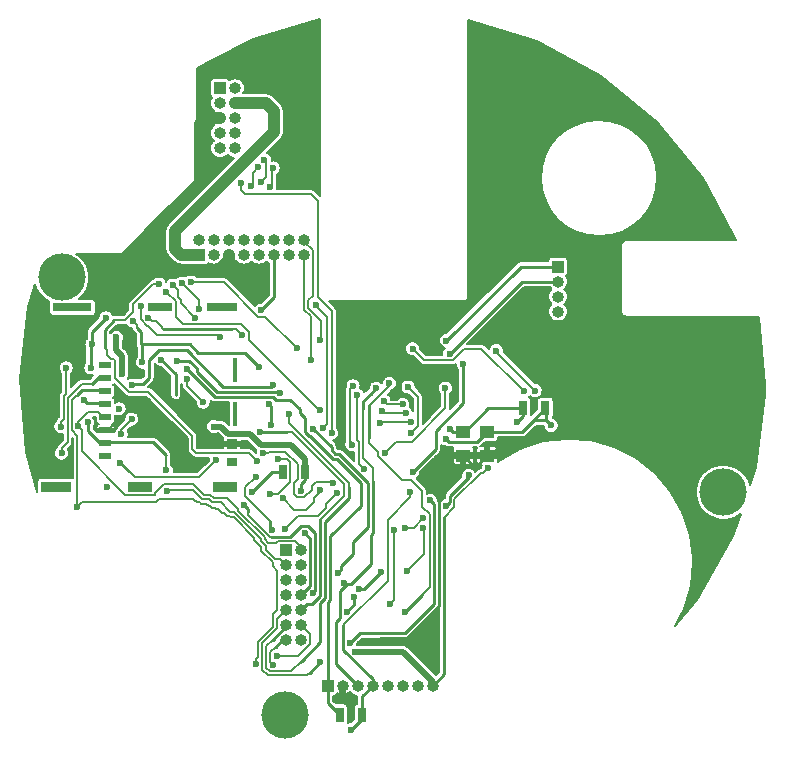
<source format=gbl>
G04 #@! TF.FileFunction,Copper,L2,Bot,Signal*
%FSLAX46Y46*%
G04 Gerber Fmt 4.6, Leading zero omitted, Abs format (unit mm)*
G04 Created by KiCad (PCBNEW 4.0.7) date 06/01/18 20:18:40*
%MOMM*%
%LPD*%
G01*
G04 APERTURE LIST*
%ADD10C,0.100000*%
%ADD11R,0.950000X0.800000*%
%ADD12R,0.950000X0.900000*%
%ADD13R,0.400000X2.100000*%
%ADD14R,2.100000X0.850000*%
%ADD15R,2.500000X0.850000*%
%ADD16R,1.000000X0.500000*%
%ADD17R,2.600000X0.750000*%
%ADD18R,2.100000X0.750000*%
%ADD19R,3.300000X0.750000*%
%ADD20R,1.000000X1.000000*%
%ADD21O,1.000000X1.000000*%
%ADD22R,1.250000X1.000000*%
%ADD23R,0.700000X1.300000*%
%ADD24C,4.000000*%
%ADD25C,0.600000*%
%ADD26C,0.250000*%
%ADD27C,0.500000*%
%ADD28C,1.000000*%
%ADD29C,0.170000*%
%ADD30C,0.200000*%
%ADD31C,0.167000*%
G04 APERTURE END LIST*
D10*
D11*
X36425000Y-56530000D03*
D12*
X36425000Y-55040000D03*
D13*
X36700000Y-52480000D03*
X36700000Y-48780000D03*
D14*
X35850000Y-58655000D03*
X28620000Y-58655000D03*
D15*
X21500000Y-58655000D03*
D16*
X25700000Y-56045000D03*
X25700000Y-54945000D03*
X25700000Y-53845000D03*
X25700000Y-52745000D03*
X25700000Y-51645000D03*
X25700000Y-50545000D03*
X25700000Y-49445000D03*
D17*
X35600000Y-43455000D03*
D18*
X30350000Y-43455000D03*
D16*
X25700000Y-48345000D03*
D19*
X22900000Y-43455000D03*
D20*
X41000000Y-64000000D03*
D21*
X42270000Y-64000000D03*
X41000000Y-65270000D03*
X42270000Y-65270000D03*
X41000000Y-66540000D03*
X42270000Y-66540000D03*
X41000000Y-67810000D03*
X42270000Y-67810000D03*
X41000000Y-69080000D03*
X42270000Y-69080000D03*
X41000000Y-70350000D03*
X42270000Y-70350000D03*
X41000000Y-71620000D03*
X42270000Y-71620000D03*
D20*
X33620000Y-39000000D03*
D21*
X33620000Y-37730000D03*
X34890000Y-39000000D03*
X34890000Y-37730000D03*
X36160000Y-39000000D03*
X36160000Y-37730000D03*
X37430000Y-39000000D03*
X37430000Y-37730000D03*
X38700000Y-39000000D03*
X38700000Y-37730000D03*
X39970000Y-39000000D03*
X39970000Y-37730000D03*
X41240000Y-39000000D03*
X41240000Y-37730000D03*
X42510000Y-39000000D03*
X42510000Y-37730000D03*
D22*
X56000000Y-56000000D03*
X56000000Y-54000000D03*
X58000000Y-56000000D03*
X58000000Y-54000000D03*
D20*
X35400000Y-24900000D03*
D21*
X36670000Y-24900000D03*
X35400000Y-26170000D03*
X36670000Y-26170000D03*
X35400000Y-27440000D03*
X36670000Y-27440000D03*
X35400000Y-28710000D03*
X36670000Y-28710000D03*
X35400000Y-29980000D03*
X36670000Y-29980000D03*
D23*
X45530000Y-77970000D03*
X47430000Y-77970000D03*
X61050000Y-52000000D03*
X62950000Y-52000000D03*
D24*
X40900000Y-78000000D03*
X78000000Y-59100000D03*
X22000000Y-40900000D03*
D20*
X44500000Y-75500000D03*
D21*
X45770000Y-75500000D03*
X47040000Y-75500000D03*
X48310000Y-75500000D03*
X49580000Y-75500000D03*
X50850000Y-75500000D03*
X52120000Y-75500000D03*
X53390000Y-75500000D03*
D20*
X64000000Y-40000000D03*
D21*
X64000000Y-41270000D03*
X64000000Y-42540000D03*
X64000000Y-43810000D03*
D23*
X40690000Y-57390000D03*
X42590000Y-57390000D03*
D25*
X51720000Y-57400000D03*
X55990000Y-48280000D03*
X29280000Y-51384000D03*
X33620000Y-55205000D03*
X27432000Y-45379000D03*
X28690000Y-49080000D03*
X55460000Y-57910000D03*
X48650000Y-71900000D03*
X59180000Y-45200000D03*
X57020000Y-57010000D03*
X27160000Y-43910000D03*
X60550000Y-53180000D03*
X54830000Y-53740000D03*
X63430000Y-53450000D03*
X54510000Y-54600000D03*
X27090000Y-49130000D03*
X26630000Y-46000000D03*
X58780000Y-47110000D03*
X62070000Y-50504000D03*
X58128001Y-57050000D03*
X43285022Y-67635022D03*
X37469001Y-60189001D03*
X46860000Y-72640000D03*
X25860000Y-58690000D03*
X40300000Y-56260000D03*
X39630000Y-59219000D03*
X43500000Y-43250000D03*
X44100000Y-53650000D03*
X43880000Y-58950000D03*
X40710000Y-59630000D03*
X37200000Y-32900000D03*
X44850000Y-54100000D03*
X46160000Y-69210000D03*
X46760000Y-68010000D03*
X44984084Y-58315762D03*
X39050000Y-55813990D03*
X38510000Y-56450000D03*
X30240000Y-41480000D03*
X33279000Y-44316990D03*
X31418584Y-41566576D03*
X33623410Y-43603410D03*
X32171272Y-41409014D03*
X32927420Y-41269000D03*
X41880000Y-46890000D03*
X47570000Y-57120000D03*
X47030000Y-50890000D03*
X24460000Y-48590000D03*
X38900000Y-32850000D03*
X39150000Y-30950000D03*
X24560000Y-46540000D03*
X25730000Y-44340000D03*
X31730000Y-47970000D03*
X40460000Y-50670000D03*
X27930000Y-52920000D03*
X27040000Y-54190000D03*
X27933271Y-50044729D03*
X39910000Y-50000000D03*
X38000000Y-33150000D03*
X38650000Y-31600000D03*
X28806000Y-48100000D03*
X28061699Y-44611699D03*
X30430000Y-47880000D03*
X26860000Y-52060000D03*
X39600000Y-33250000D03*
X39900000Y-31650000D03*
X38700000Y-48470000D03*
X56460000Y-57690000D03*
X52601980Y-61326738D03*
X51070000Y-62140000D03*
X54570000Y-60240000D03*
X61130000Y-50570000D03*
X51700000Y-46970000D03*
X43896000Y-46250000D03*
X53200000Y-59800000D03*
X46400000Y-71900000D03*
X43900000Y-73500000D03*
X28676738Y-43306738D03*
X35400000Y-45950000D03*
X48950000Y-53210000D03*
X51580000Y-53190000D03*
X29314251Y-44330853D03*
X37276000Y-45810000D03*
X51110000Y-52420000D03*
X49150000Y-52230000D03*
X43830000Y-52150000D03*
X30860000Y-42130000D03*
X49370000Y-55780000D03*
X54480000Y-50290000D03*
X51490000Y-59110000D03*
X51550000Y-54060000D03*
X51320000Y-50200000D03*
X46510000Y-79210000D03*
X49275022Y-51405022D03*
X50871545Y-51678499D03*
X45900000Y-66800000D03*
X48620000Y-50310000D03*
X49740000Y-49890000D03*
X51020000Y-69270000D03*
X41200000Y-52500000D03*
X39830000Y-62266000D03*
X38410000Y-57850000D03*
X39580000Y-51640000D03*
X39740000Y-53440000D03*
X45370000Y-65946000D03*
X43238919Y-53733262D03*
X38800000Y-54000000D03*
X23880000Y-51270000D03*
X32590000Y-48660000D03*
X35060000Y-56394000D03*
X26950000Y-56610000D03*
X39860000Y-73730000D03*
X22380000Y-48580000D03*
X21932989Y-53560000D03*
X23380000Y-53540000D03*
X30950000Y-58970000D03*
X30868022Y-57267021D03*
X24190000Y-53190000D03*
X38408958Y-73690000D03*
X40189978Y-73000022D03*
X23330000Y-60340000D03*
X21980000Y-55800000D03*
X46556972Y-55070112D03*
X43090000Y-47940000D03*
X46660000Y-50110000D03*
X40906000Y-62219002D03*
X45330000Y-59150000D03*
X50138001Y-62270000D03*
X49750000Y-68590000D03*
X38906000Y-43680000D03*
X54830000Y-47390000D03*
X54570000Y-46280000D03*
X42556877Y-62545093D03*
X42230202Y-58999799D03*
X52601980Y-62110213D03*
X51200000Y-65780000D03*
X49030000Y-65890000D03*
X47164000Y-67300000D03*
X34860000Y-53550000D03*
X32618097Y-49529556D03*
X33980000Y-51480000D03*
X38110000Y-59110000D03*
D26*
X55990000Y-51580000D02*
X55990000Y-48280000D01*
X51720000Y-57400000D02*
X53680000Y-55440000D01*
X53680000Y-55440000D02*
X53680000Y-53890000D01*
X53680000Y-53890000D02*
X55990000Y-51580000D01*
D27*
X27970999Y-46820999D02*
X27432000Y-46282000D01*
X27432000Y-46282000D02*
X27432000Y-45379000D01*
X28690000Y-49080000D02*
X27970999Y-48360999D01*
X27970999Y-48360999D02*
X27970999Y-46820999D01*
X29400000Y-40520000D02*
X29740000Y-40180000D01*
X29400000Y-40600000D02*
X29400000Y-39000000D01*
X29400000Y-41070000D02*
X29400000Y-40600000D01*
X29400000Y-40600000D02*
X29400000Y-40520000D01*
X29400000Y-41070000D02*
X30170000Y-40300000D01*
X30170000Y-40300000D02*
X30700000Y-40300000D01*
X27160000Y-43910000D02*
X27459999Y-43610001D01*
X27459999Y-43610001D02*
X27459999Y-43010001D01*
X27459999Y-43010001D02*
X29400000Y-41070000D01*
D28*
X36160000Y-39000000D02*
X36160000Y-39460122D01*
X36160000Y-39460122D02*
X35320122Y-40300000D01*
X35320122Y-40300000D02*
X30700000Y-40300000D01*
D27*
X36160000Y-39000000D02*
X36160000Y-39090122D01*
X34950122Y-40300000D02*
X30700000Y-40300000D01*
D29*
X25700000Y-53845000D02*
X25950000Y-53845000D01*
X25950000Y-53845000D02*
X28411000Y-51384000D01*
X28411000Y-51384000D02*
X29280000Y-51384000D01*
D26*
X36425000Y-55040000D02*
X33785000Y-55040000D01*
X33785000Y-55040000D02*
X33620000Y-55205000D01*
X53950000Y-59420000D02*
X55460000Y-57910000D01*
X53950000Y-68750000D02*
X53950000Y-59420000D01*
X51220000Y-71480000D02*
X53950000Y-68750000D01*
X49070000Y-71480000D02*
X51220000Y-71480000D01*
X48650000Y-71900000D02*
X49070000Y-71480000D01*
X36425000Y-54960000D02*
X36425000Y-54745000D01*
X58000000Y-56000000D02*
X58300000Y-56000000D01*
X58300000Y-56000000D02*
X59770000Y-54530000D01*
X64310000Y-50330000D02*
X59180000Y-45200000D01*
X64310000Y-53460000D02*
X64310000Y-50330000D01*
X63700000Y-54070000D02*
X64310000Y-53460000D01*
X62360000Y-54070000D02*
X63700000Y-54070000D01*
X61900000Y-54530000D02*
X62360000Y-54070000D01*
X59770000Y-54530000D02*
X61900000Y-54530000D01*
D28*
X34160000Y-27440000D02*
X35400000Y-27440000D01*
X33700000Y-27900000D02*
X34160000Y-27440000D01*
D26*
X57020000Y-57010000D02*
X57020000Y-56980000D01*
X57020000Y-56980000D02*
X58000000Y-56000000D01*
X57020000Y-57010000D02*
X56010000Y-56000000D01*
X56010000Y-56000000D02*
X56000000Y-56000000D01*
D28*
X30700000Y-40300000D02*
X29400000Y-39000000D01*
X29400000Y-39000000D02*
X29400000Y-37200000D01*
X29400000Y-37200000D02*
X33700000Y-32900000D01*
X33700000Y-32900000D02*
X33700000Y-27900000D01*
D26*
X61050000Y-52000000D02*
X61050000Y-52680000D01*
X61050000Y-52680000D02*
X60550000Y-53180000D01*
X56000000Y-54000000D02*
X56110000Y-54000000D01*
X56110000Y-54000000D02*
X58110000Y-52000000D01*
X58110000Y-52000000D02*
X61050000Y-52000000D01*
X55090000Y-54000000D02*
X56000000Y-54000000D01*
X54830000Y-53740000D02*
X55090000Y-54000000D01*
X62970000Y-53000000D02*
X62970000Y-52020000D01*
X62970000Y-52020000D02*
X62950000Y-52000000D01*
X61950000Y-53000000D02*
X62970000Y-53000000D01*
X62970000Y-53000000D02*
X62980000Y-53000000D01*
X62980000Y-53000000D02*
X63430000Y-53450000D01*
X58000000Y-54000000D02*
X60950000Y-54000000D01*
X60950000Y-54000000D02*
X61950000Y-53000000D01*
X61950000Y-53000000D02*
X62950000Y-52000000D01*
X57150000Y-54850000D02*
X58000000Y-54000000D01*
X54760000Y-54850000D02*
X57150000Y-54850000D01*
X54510000Y-54600000D02*
X54760000Y-54850000D01*
X39710000Y-62860000D02*
X41310000Y-62860000D01*
D29*
X37769000Y-60766432D02*
X37769000Y-61017522D01*
X37769000Y-61017522D02*
X39611478Y-62860000D01*
X39611478Y-62860000D02*
X39710000Y-62860000D01*
D27*
X26630000Y-47010000D02*
X26630000Y-47106754D01*
X26630000Y-47106754D02*
X27090000Y-47566754D01*
X27090000Y-47566754D02*
X27090000Y-49130000D01*
X26630000Y-46000000D02*
X26630000Y-47010000D01*
D29*
X62070000Y-50504000D02*
X58780000Y-47214000D01*
X58780000Y-47214000D02*
X58780000Y-47110000D01*
X57460000Y-57509922D02*
X57668079Y-57509922D01*
X57668079Y-57509922D02*
X58128001Y-57050000D01*
X55249009Y-60096992D02*
X55249009Y-59720913D01*
X55249009Y-59720913D02*
X57460000Y-57509922D01*
X54369010Y-61320990D02*
X54369010Y-61260912D01*
X54369010Y-61260912D02*
X55249009Y-60380913D01*
X55249009Y-60380913D02*
X55249009Y-60096992D01*
D26*
X54369010Y-68923559D02*
X54369010Y-61320990D01*
X53390000Y-75500000D02*
X54369010Y-74520990D01*
X54369010Y-74520990D02*
X54369010Y-68923559D01*
X41310000Y-62860000D02*
X42218908Y-61951092D01*
X42218908Y-61951092D02*
X42841998Y-61951092D01*
X42841998Y-61951092D02*
X43479011Y-62588105D01*
X43479011Y-62588105D02*
X43479011Y-67441033D01*
X43479011Y-67441033D02*
X43285022Y-67635022D01*
X41310000Y-62860000D02*
X41316989Y-62866989D01*
X37469001Y-60189001D02*
X37769000Y-60489000D01*
X37769000Y-60489000D02*
X37769000Y-60766432D01*
D28*
X33620000Y-39000000D02*
X32120000Y-39000000D01*
X31600000Y-38480000D02*
X31600000Y-37000000D01*
X39950000Y-28650000D02*
X39950000Y-26800000D01*
X32120000Y-39000000D02*
X31600000Y-38480000D01*
X31600000Y-37000000D02*
X39950000Y-28650000D01*
X39320000Y-26170000D02*
X36670000Y-26170000D01*
X39950000Y-26800000D02*
X39320000Y-26170000D01*
D27*
X46860000Y-72640000D02*
X50880000Y-72640000D01*
X50880000Y-72640000D02*
X53390000Y-75150000D01*
X53390000Y-75150000D02*
X53390000Y-75500000D01*
D29*
X41294001Y-56536799D02*
X41037202Y-56280000D01*
X40300000Y-56260000D02*
X41017202Y-56260000D01*
X41017202Y-56260000D02*
X41037202Y-56280000D01*
X39630000Y-59219000D02*
X40318202Y-59219000D01*
X40318202Y-59219000D02*
X41294001Y-58243201D01*
X41294001Y-58243201D02*
X41294001Y-56536799D01*
X43500000Y-43250000D02*
X43500000Y-43300000D01*
X44450000Y-53300000D02*
X44100000Y-53650000D01*
X44450000Y-44250000D02*
X44450000Y-53300000D01*
X43800000Y-43600000D02*
X44450000Y-44250000D01*
X43500000Y-43300000D02*
X43800000Y-43600000D01*
X42640000Y-60610000D02*
X41690000Y-60610000D01*
X41690000Y-60610000D02*
X40710000Y-59630000D01*
X43350000Y-59900000D02*
X42640000Y-60610000D01*
X43350000Y-59630000D02*
X43350000Y-59900000D01*
X43350000Y-59630000D02*
X43960000Y-59020000D01*
X37200000Y-32900000D02*
X37200000Y-33500000D01*
X43700000Y-34450000D02*
X43700000Y-42600000D01*
X43700000Y-42600000D02*
X44850000Y-43750000D01*
X44850000Y-43750000D02*
X44850000Y-54100000D01*
X43100000Y-33850000D02*
X43700000Y-34450000D01*
X37550000Y-33850000D02*
X43100000Y-33850000D01*
X37200000Y-33500000D02*
X37550000Y-33850000D01*
D26*
X46760000Y-68010000D02*
X46760000Y-68610000D01*
X46760000Y-68610000D02*
X46160000Y-69210000D01*
D29*
X25660000Y-46860000D02*
X25840000Y-47040000D01*
X33065999Y-54362919D02*
X33065999Y-55470921D01*
X25840000Y-47040000D02*
X25840000Y-47490000D01*
X25840000Y-47490000D02*
X26190999Y-47840999D01*
X26530000Y-47967798D02*
X26530000Y-49461380D01*
X26190999Y-47840999D02*
X26403201Y-47840999D01*
X26403201Y-47840999D02*
X26530000Y-47967798D01*
X26530000Y-49461380D02*
X27667350Y-50598730D01*
X27667350Y-50598730D02*
X29301810Y-50598730D01*
X29301810Y-50598730D02*
X33065999Y-54362919D01*
X33065999Y-55470921D02*
X33354079Y-55759001D01*
X33354079Y-55759001D02*
X37819001Y-55759001D01*
X37819001Y-55759001D02*
X38510000Y-56450000D01*
X28040000Y-43160000D02*
X29720000Y-41480000D01*
X29720000Y-41480000D02*
X30240000Y-41480000D01*
X28040000Y-43849922D02*
X28040000Y-43160000D01*
X26450000Y-44560000D02*
X27329922Y-44560000D01*
X27329922Y-44560000D02*
X28040000Y-43849922D01*
X41985999Y-57994001D02*
X41985999Y-56749365D01*
X41933800Y-59553800D02*
X41676201Y-59296201D01*
X41676201Y-59296201D02*
X41676201Y-58303799D01*
X41676201Y-58303799D02*
X41985999Y-57994001D01*
X43150000Y-58620000D02*
X43150000Y-58899923D01*
X43150000Y-58899923D02*
X42496123Y-59553800D01*
X42496123Y-59553800D02*
X41933800Y-59553800D01*
X43150000Y-58620000D02*
X43500000Y-58270000D01*
X43500000Y-58270000D02*
X44938322Y-58270000D01*
X44938322Y-58270000D02*
X44984084Y-58315762D01*
X39050000Y-55813990D02*
X39474264Y-55813990D01*
X39474264Y-55813990D02*
X39582255Y-55705999D01*
X39582255Y-55705999D02*
X40942633Y-55705999D01*
X40942633Y-55705999D02*
X41985999Y-56749365D01*
D26*
X25660000Y-45350000D02*
X26450000Y-44560000D01*
X25660000Y-46860000D02*
X25660000Y-45350000D01*
D29*
X32080000Y-42870568D02*
X32080000Y-43117990D01*
X32080000Y-43117990D02*
X33279000Y-44316990D01*
X31815023Y-41963015D02*
X31815023Y-42605591D01*
X31815023Y-42605591D02*
X32080000Y-42870568D01*
X31418584Y-41566576D02*
X31815023Y-41963015D01*
X33623410Y-43603410D02*
X33623410Y-42861152D01*
X33623410Y-42861152D02*
X32171272Y-41409014D01*
X32927420Y-41269000D02*
X33351684Y-41269000D01*
X33351684Y-41269000D02*
X33390946Y-41308262D01*
X33390946Y-41308262D02*
X35714340Y-41308262D01*
X35714340Y-41308262D02*
X38640079Y-44234001D01*
X38640079Y-44234001D02*
X39224001Y-44234001D01*
X39224001Y-44234001D02*
X41880000Y-46890000D01*
X46960000Y-54500000D02*
X46960000Y-54690000D01*
X46960000Y-54500000D02*
X46960000Y-54400000D01*
X46960000Y-50960000D02*
X46960000Y-54400000D01*
X47140000Y-56690000D02*
X47570000Y-57120000D01*
X47140000Y-54870000D02*
X47140000Y-56690000D01*
X46960000Y-54690000D02*
X47140000Y-54870000D01*
X47570000Y-57120000D02*
X47480000Y-57030000D01*
X47030000Y-50890000D02*
X46960000Y-50960000D01*
D26*
X24460000Y-48590000D02*
X24460000Y-46640000D01*
X24460000Y-46640000D02*
X24560000Y-46540000D01*
D29*
X39300000Y-32450000D02*
X38900000Y-32850000D01*
X39300000Y-31100000D02*
X39300000Y-32450000D01*
X39150000Y-30950000D02*
X39300000Y-31100000D01*
D26*
X24560000Y-45510000D02*
X24560000Y-46540000D01*
X25730000Y-44340000D02*
X24560000Y-45510000D01*
X32810000Y-47960000D02*
X31740000Y-47960000D01*
X31740000Y-47960000D02*
X31730000Y-47970000D01*
X33420000Y-48570000D02*
X32810000Y-47960000D01*
X33420000Y-48896028D02*
X33420000Y-48570000D01*
X35143970Y-50619998D02*
X33420000Y-48896028D01*
X40409998Y-50619998D02*
X35143970Y-50619998D01*
X40460000Y-50670000D02*
X40409998Y-50619998D01*
D29*
X27040000Y-54190000D02*
X27040000Y-53810000D01*
X27040000Y-53810000D02*
X27930000Y-52920000D01*
D26*
X28225000Y-49910000D02*
X28068000Y-49910000D01*
X28068000Y-49910000D02*
X27933271Y-50044729D01*
X28920000Y-49910000D02*
X28225000Y-49910000D01*
X32590000Y-47080000D02*
X32020000Y-47080000D01*
X35670000Y-50160000D02*
X32590000Y-47080000D01*
X39750000Y-50160000D02*
X35670000Y-50160000D01*
X39910000Y-50000000D02*
X39750000Y-50160000D01*
X30210000Y-47080000D02*
X32020000Y-47080000D01*
X29400000Y-47890000D02*
X30210000Y-47080000D01*
X29400000Y-49430000D02*
X29400000Y-47890000D01*
X28920000Y-49910000D02*
X29400000Y-49430000D01*
D29*
X38150000Y-33000000D02*
X38000000Y-33150000D01*
X38150000Y-32100000D02*
X38150000Y-32800000D01*
X38650000Y-31600000D02*
X38150000Y-32100000D01*
X38150000Y-32800000D02*
X38150000Y-33000000D01*
D26*
X28806000Y-48100000D02*
X28806000Y-46666000D01*
X28806000Y-46666000D02*
X28740000Y-46600000D01*
D29*
X28061699Y-44611699D02*
X28361698Y-44911698D01*
X28361698Y-44911698D02*
X28361698Y-45181698D01*
X28361698Y-45181698D02*
X28400000Y-45220000D01*
D26*
X31650000Y-50840000D02*
X31650000Y-50850000D01*
X31650000Y-50840000D02*
X31650000Y-49100000D01*
X31650000Y-49100000D02*
X30430000Y-47880000D01*
X28740000Y-46600000D02*
X28740000Y-45560000D01*
X28740000Y-45560000D02*
X28400000Y-45220000D01*
D29*
X26860000Y-52060000D02*
X26880000Y-52040000D01*
X39800000Y-33050000D02*
X39600000Y-33250000D01*
X39800000Y-31750000D02*
X39800000Y-33050000D01*
X39900000Y-31650000D02*
X39800000Y-31750000D01*
D26*
X32850000Y-46600000D02*
X28740000Y-46600000D01*
X33550000Y-47300000D02*
X32850000Y-46600000D01*
X37530000Y-47300000D02*
X33550000Y-47300000D01*
X38700000Y-48470000D02*
X37530000Y-47300000D01*
X54869999Y-59400001D02*
X56460000Y-57810000D01*
X56460000Y-57810000D02*
X56460000Y-57690000D01*
X54570000Y-60240000D02*
X54869999Y-59940001D01*
X54869999Y-59940001D02*
X54869999Y-59400001D01*
D29*
X51070000Y-62140000D02*
X51788718Y-62140000D01*
X51788718Y-62140000D02*
X52601980Y-61326738D01*
X54570000Y-60150000D02*
X54570000Y-60240000D01*
X51700000Y-46970000D02*
X52674001Y-47944001D01*
X52674001Y-47944001D02*
X55095921Y-47944001D01*
X55095921Y-47944001D02*
X56069922Y-46970000D01*
X56069922Y-46970000D02*
X57530000Y-46970000D01*
X57530000Y-46970000D02*
X61130000Y-50570000D01*
X43960000Y-44610568D02*
X43960000Y-46186000D01*
X43960000Y-46186000D02*
X43896000Y-46250000D01*
X42510000Y-37730000D02*
X42510000Y-37884078D01*
X42510000Y-37884078D02*
X43264001Y-38638079D01*
X43264001Y-38638079D02*
X43264001Y-42495999D01*
X43264001Y-42495999D02*
X42889010Y-42870990D01*
X42889010Y-42870990D02*
X42889010Y-43539578D01*
X42889010Y-43539578D02*
X43960000Y-44610568D01*
X42510000Y-37730000D02*
X42939998Y-37730000D01*
X41000000Y-69080000D02*
X40250999Y-69829001D01*
X40250999Y-69829001D02*
X40250999Y-70617961D01*
X40250999Y-70617961D02*
X39718960Y-71150000D01*
D26*
X43900000Y-73500000D02*
X43020000Y-74380000D01*
X43020000Y-74380000D02*
X42950000Y-74450000D01*
D29*
X38957958Y-74127312D02*
X39453657Y-74623011D01*
X39718960Y-71150000D02*
X38957958Y-71911002D01*
X38957958Y-71911002D02*
X38957958Y-74127312D01*
X39453657Y-74623011D02*
X42776989Y-74623011D01*
X42776989Y-74623011D02*
X43020000Y-74380000D01*
D26*
X53534990Y-68578098D02*
X53534990Y-60134990D01*
X53534990Y-60134990D02*
X53200000Y-59800000D01*
X51048098Y-71064990D02*
X53534990Y-68578098D01*
X46400000Y-71900000D02*
X47235010Y-71064990D01*
X47235010Y-71064990D02*
X51048098Y-71064990D01*
D29*
X28676738Y-43306738D02*
X28676738Y-44476816D01*
X28676738Y-44476816D02*
X29219922Y-45020000D01*
X29219922Y-45020000D02*
X29310000Y-45020000D01*
X30090000Y-45800000D02*
X29310000Y-45020000D01*
X35250000Y-45800000D02*
X30090000Y-45800000D01*
X35400000Y-45950000D02*
X35250000Y-45800000D01*
X48950000Y-53210000D02*
X48970000Y-53190000D01*
X48970000Y-53190000D02*
X51580000Y-53190000D01*
X29314251Y-44330853D02*
X29614250Y-44630852D01*
X29614250Y-44630852D02*
X29970852Y-44630852D01*
X29970852Y-44630852D02*
X30390000Y-45050000D01*
X36390000Y-45250000D02*
X36716000Y-45250000D01*
X36716000Y-45250000D02*
X37276000Y-45810000D01*
X49340000Y-52420000D02*
X51110000Y-52420000D01*
X49150000Y-52230000D02*
X49340000Y-52420000D01*
X30390000Y-45050000D02*
X30590000Y-45250000D01*
D26*
X30590000Y-45250000D02*
X34710000Y-45250000D01*
X34710000Y-45250000D02*
X36390000Y-45250000D01*
D29*
X43830000Y-52150000D02*
X43769432Y-52150000D01*
X43769432Y-52150000D02*
X37830000Y-46210568D01*
X37830001Y-45544079D02*
X37156912Y-44870990D01*
X37830000Y-46210568D02*
X37830001Y-45544079D01*
X31654001Y-42924001D02*
X30860000Y-42130000D01*
X37156912Y-44870990D02*
X32240990Y-44870990D01*
X32240990Y-44870990D02*
X31654001Y-44284001D01*
X31654001Y-44284001D02*
X31654001Y-42924001D01*
X50280000Y-54870000D02*
X51620000Y-54870000D01*
X49370000Y-55780000D02*
X50280000Y-54870000D01*
X54480000Y-52010000D02*
X54480000Y-50290000D01*
X51620000Y-54870000D02*
X54480000Y-52010000D01*
X51490000Y-59110000D02*
X51490000Y-59534264D01*
X51490000Y-59534264D02*
X49584001Y-61440263D01*
X49584001Y-61440263D02*
X49584001Y-66585999D01*
X49584001Y-66585999D02*
X45800000Y-70370000D01*
X51320000Y-50200000D02*
X52134001Y-51014001D01*
X52134001Y-51014001D02*
X52134001Y-53475999D01*
X52134001Y-53475999D02*
X51550000Y-54060000D01*
D26*
X46510000Y-79210000D02*
X47430000Y-78290000D01*
X47430000Y-78290000D02*
X47430000Y-77970000D01*
X48310000Y-75500000D02*
X48310000Y-74960000D01*
X45800000Y-72450000D02*
X45800000Y-70370000D01*
X48310000Y-74960000D02*
X45800000Y-72450000D01*
X47430000Y-77970000D02*
X47430000Y-76380000D01*
X47430000Y-76380000D02*
X48310000Y-75500000D01*
D29*
X50871545Y-51678499D02*
X49548499Y-51678499D01*
X49548499Y-51678499D02*
X49275022Y-51405022D01*
D26*
X45900000Y-66800000D02*
X45960000Y-66860000D01*
X45960000Y-66860000D02*
X46130000Y-66860000D01*
X45540000Y-67660000D02*
X45540000Y-69730000D01*
X45540000Y-67660000D02*
X45540000Y-67450000D01*
X45780000Y-67210000D02*
X45540000Y-67450000D01*
X45210000Y-73670000D02*
X47040000Y-75500000D01*
X45210000Y-70060000D02*
X45210000Y-73670000D01*
X45540000Y-69730000D02*
X45210000Y-70060000D01*
D29*
X48370000Y-57099998D02*
X48370000Y-57060000D01*
D26*
X48370000Y-62540000D02*
X48340000Y-62570000D01*
X48370000Y-58140000D02*
X48370000Y-62540000D01*
X48160000Y-65160000D02*
X48160000Y-62750000D01*
X45780000Y-67210000D02*
X46130000Y-66860000D01*
X46130000Y-66860000D02*
X46460000Y-66860000D01*
X46460000Y-66860000D02*
X48160000Y-65160000D01*
X48160000Y-62750000D02*
X48340000Y-62570000D01*
D29*
X48370000Y-58140000D02*
X48370000Y-57099998D01*
X47540000Y-56230000D02*
X47540000Y-54599164D01*
X48370000Y-57060000D02*
X47540000Y-56230000D01*
D26*
X47540000Y-51390000D02*
X48160000Y-50770000D01*
D29*
X47540000Y-54599164D02*
X47540000Y-52030000D01*
D26*
X47540000Y-52030000D02*
X47540000Y-51390000D01*
X48160000Y-50770000D02*
X48620000Y-50310000D01*
D29*
X47990002Y-51849998D02*
X49740000Y-50100000D01*
X49740000Y-50100000D02*
X49740000Y-49890000D01*
X53155980Y-60985980D02*
X53155980Y-67134020D01*
X53155980Y-67134020D02*
X52490000Y-67800000D01*
X52490000Y-59000000D02*
X52490000Y-60320000D01*
X52490000Y-60320000D02*
X53155980Y-60985980D01*
X47990002Y-54480000D02*
X47990002Y-54940002D01*
D26*
X51020000Y-69270000D02*
X52490000Y-67800000D01*
X47990002Y-54480000D02*
X47990002Y-51849998D01*
D29*
X51580000Y-58090000D02*
X52490000Y-59000000D01*
X50800000Y-58090000D02*
X51580000Y-58090000D01*
X48770418Y-56060418D02*
X50800000Y-58090000D01*
X48770418Y-55720418D02*
X48770418Y-56060418D01*
X47990002Y-54940002D02*
X48770418Y-55720418D01*
X41200000Y-52500000D02*
X41200000Y-53232324D01*
X41200000Y-53232324D02*
X46335011Y-58367335D01*
X46335011Y-58367335D02*
X46335011Y-58694897D01*
D26*
X46335011Y-59610760D02*
X44317031Y-61628739D01*
X46335011Y-58694897D02*
X46335011Y-59610760D01*
X44317031Y-61628739D02*
X44317031Y-68074704D01*
X44317031Y-68074704D02*
X43890021Y-68501714D01*
X43890021Y-68501714D02*
X43890021Y-71809979D01*
X43890021Y-71809979D02*
X42300000Y-73400000D01*
X42207805Y-73492195D02*
X42300000Y-73400000D01*
D29*
X39860114Y-71600000D02*
X39296967Y-72163147D01*
X39296967Y-72163147D02*
X39296967Y-73986889D01*
X39296967Y-73986889D02*
X39594079Y-74284001D01*
X39594079Y-74284001D02*
X41415999Y-74284001D01*
X41415999Y-74284001D02*
X42300000Y-73400000D01*
D26*
X41000000Y-70460114D02*
X39860114Y-71600000D01*
X41000000Y-70350000D02*
X41000000Y-70460114D01*
X39670000Y-61520000D02*
X39670000Y-62106000D01*
X39670000Y-62106000D02*
X39830000Y-62266000D01*
D29*
X38410000Y-57850000D02*
X37555999Y-58704001D01*
X37555999Y-59405999D02*
X39670000Y-61520000D01*
X37555999Y-58704001D02*
X37555999Y-59405999D01*
D26*
X39720000Y-51780000D02*
X39580000Y-51640000D01*
X39720000Y-53420000D02*
X39720000Y-51780000D01*
X39740000Y-53440000D02*
X39720000Y-53420000D01*
X45370000Y-65946000D02*
X45669999Y-65646001D01*
X45669999Y-65646001D02*
X45669999Y-65340001D01*
X45669999Y-65340001D02*
X46630000Y-64380000D01*
X47890000Y-58319122D02*
X45444879Y-55874001D01*
X46630000Y-64380000D02*
X46630000Y-63290000D01*
X47890000Y-62030000D02*
X47890000Y-58319122D01*
X46630000Y-63290000D02*
X47890000Y-62030000D01*
X45444879Y-55874001D02*
X45160879Y-55874001D01*
X45160879Y-55874001D02*
X44851999Y-55565121D01*
X44851999Y-55565121D02*
X44851999Y-55281121D01*
X44851999Y-55281121D02*
X43304140Y-53733262D01*
X43304140Y-53733262D02*
X43238919Y-53733262D01*
D29*
X45916001Y-59433201D02*
X44119202Y-61230000D01*
X44119202Y-61230000D02*
X44119202Y-61234000D01*
X44119202Y-61234000D02*
X43898021Y-61455181D01*
X45916001Y-59433201D02*
X45916001Y-58704000D01*
X45916001Y-58704000D02*
X45920001Y-58700000D01*
X45920001Y-58700000D02*
X45920001Y-58431757D01*
X45920001Y-58866799D02*
X45920001Y-58700000D01*
X45920001Y-58431757D02*
X41518245Y-54030001D01*
X41518245Y-54030001D02*
X41083203Y-54030001D01*
D26*
X42270000Y-69080000D02*
X42769999Y-68580001D01*
X42769999Y-68580001D02*
X43219165Y-68580001D01*
X43219165Y-68580001D02*
X43898021Y-67901145D01*
X43898021Y-67901145D02*
X43898021Y-61455181D01*
X38800000Y-54000000D02*
X39224264Y-54000000D01*
X39224264Y-54000000D02*
X39254265Y-54030001D01*
X39254265Y-54030001D02*
X41083203Y-54030001D01*
X44500000Y-75500000D02*
X44580000Y-75420000D01*
X44580000Y-75420000D02*
X44580000Y-68404304D01*
X44736041Y-68248263D02*
X44736041Y-62842477D01*
X44580000Y-68404304D02*
X44736041Y-68248263D01*
X44736041Y-62842477D02*
X47334259Y-60244259D01*
X32590000Y-48660000D02*
X34970000Y-51040000D01*
X42600000Y-53967545D02*
X42955718Y-54323263D01*
X34970000Y-51040000D02*
X39910000Y-51040000D01*
X39910000Y-51040000D02*
X40130001Y-51260001D01*
X43017573Y-54323263D02*
X45004310Y-56310000D01*
X40130001Y-51260001D02*
X41360001Y-51260001D01*
X41360001Y-51260001D02*
X42200000Y-52100000D01*
X42600000Y-52800000D02*
X42600000Y-53967545D01*
X45288310Y-56310000D02*
X47334259Y-58355949D01*
X42200000Y-52100000D02*
X42200000Y-52400000D01*
X45004310Y-56310000D02*
X45288310Y-56310000D01*
X42200000Y-52400000D02*
X42600000Y-52800000D01*
X42955718Y-54323263D02*
X43017573Y-54323263D01*
X47334259Y-58355949D02*
X47334259Y-60244259D01*
X25700000Y-51565000D02*
X24175000Y-51565000D01*
X24175000Y-51565000D02*
X23880000Y-51270000D01*
X44500000Y-75500000D02*
X44500000Y-76940000D01*
X44500000Y-76940000D02*
X45530000Y-77970000D01*
D29*
X27680000Y-57340000D02*
X28161022Y-57821022D01*
X28161022Y-57821022D02*
X33632978Y-57821022D01*
X33632978Y-57821022D02*
X34114000Y-57340000D01*
X27680000Y-57340000D02*
X27690000Y-57340000D01*
X34114000Y-57340000D02*
X35060000Y-56394000D01*
D26*
X26950000Y-56610000D02*
X27680000Y-57340000D01*
D29*
X40100000Y-72200000D02*
X39635977Y-72664023D01*
X39635977Y-72664023D02*
X39635977Y-73505977D01*
X39635977Y-73505977D02*
X39860000Y-73730000D01*
D26*
X40100000Y-72200000D02*
X40680000Y-71620000D01*
X40680000Y-71620000D02*
X41000000Y-71620000D01*
D29*
X29924001Y-59176077D02*
X30684079Y-58415999D01*
X23380000Y-53540000D02*
X23679999Y-53839999D01*
X36950000Y-60540000D02*
X36950000Y-60670883D01*
X34010000Y-59341136D02*
X34579156Y-59341136D01*
X23679999Y-53839999D02*
X23679999Y-55647201D01*
X23679999Y-55647201D02*
X27366799Y-59334001D01*
X27366799Y-59334001D02*
X29873201Y-59334001D01*
X29873201Y-59334001D02*
X29924001Y-59283201D01*
X41775201Y-63245999D02*
X42270000Y-63740798D01*
X29924001Y-59283201D02*
X29924001Y-59176077D01*
X40294001Y-63245999D02*
X41775201Y-63245999D01*
X30684079Y-58415999D02*
X33084863Y-58415999D01*
X33084863Y-58415999D02*
X34010000Y-59341136D01*
X34579156Y-59341136D02*
X34860000Y-59621980D01*
X42270000Y-63740798D02*
X42270000Y-64000000D01*
X34860000Y-59621980D02*
X36031980Y-59621980D01*
X39496001Y-63410000D02*
X40130000Y-63410000D01*
X39176001Y-62896884D02*
X39176001Y-63090000D01*
X36031980Y-59621980D02*
X36950000Y-60540000D01*
X36950000Y-60670883D02*
X39176001Y-62896884D01*
X39176001Y-63090000D02*
X39496001Y-63410000D01*
X40130000Y-63410000D02*
X40294001Y-63245999D01*
X22147980Y-50986588D02*
X22380000Y-50754568D01*
X22380000Y-50754568D02*
X22380000Y-48580000D01*
X22147979Y-52920746D02*
X22147980Y-50986588D01*
X21932989Y-53560000D02*
X21932989Y-53135736D01*
X21932989Y-53135736D02*
X22147979Y-52920746D01*
X25700000Y-52745000D02*
X25450000Y-52745000D01*
X25450000Y-52745000D02*
X25030000Y-52325000D01*
X25030000Y-52325000D02*
X24235078Y-52325000D01*
X24235078Y-52325000D02*
X23380000Y-53180078D01*
X23380000Y-53180078D02*
X23380000Y-53540000D01*
X36587747Y-60780990D02*
X38841991Y-63035234D01*
X30950000Y-58970000D02*
X30980001Y-58939999D01*
X38841991Y-63035234D02*
X38841991Y-63228350D01*
X30980001Y-58939999D02*
X33129431Y-58939999D01*
X39290000Y-63676359D02*
X39290000Y-63970000D01*
X40500001Y-64770001D02*
X41000000Y-65270000D01*
X33129431Y-58939999D02*
X33860000Y-59670568D01*
X40090001Y-64770001D02*
X40500001Y-64770001D01*
X33860000Y-59670568D02*
X33867071Y-59670568D01*
X33867071Y-59670568D02*
X33871649Y-59675146D01*
X36270990Y-60780990D02*
X36587747Y-60780990D01*
X33871649Y-59675146D02*
X34440806Y-59675146D01*
X34440806Y-59675146D02*
X34726650Y-59960990D01*
X34726650Y-59960990D02*
X35450990Y-59960990D01*
X35450990Y-59960990D02*
X36270990Y-60780990D01*
X39290000Y-63970000D02*
X40090001Y-64770001D01*
X38841991Y-63228350D02*
X39290000Y-63676359D01*
X30800000Y-55950000D02*
X30800000Y-57198999D01*
X30800000Y-57198999D02*
X30868022Y-57267021D01*
D26*
X25195000Y-54865000D02*
X25700000Y-54865000D01*
X24250000Y-53920000D02*
X25195000Y-54865000D01*
X24250000Y-53250000D02*
X24250000Y-53920000D01*
X24190000Y-53190000D02*
X24250000Y-53250000D01*
X25700000Y-54865000D02*
X29715000Y-54865000D01*
X30800000Y-55950000D02*
X29715000Y-54865000D01*
D29*
X33680000Y-59970000D02*
X33460000Y-59970000D01*
X33310000Y-59870000D02*
X33360000Y-59870000D01*
X33360000Y-59870000D02*
X33460000Y-59970000D01*
X29940000Y-59970000D02*
X23700000Y-59970000D01*
X33080000Y-59640000D02*
X30270000Y-59640000D01*
X30270000Y-59640000D02*
X29940000Y-59970000D01*
X33310000Y-59870000D02*
X33080000Y-59640000D01*
X38408958Y-73690000D02*
X38408958Y-73265736D01*
X36020000Y-61120000D02*
X35770000Y-60870000D01*
X39871070Y-65040080D02*
X38910990Y-64080000D01*
X38408958Y-73265736D02*
X38623948Y-73050746D01*
X38910990Y-64080000D02*
X38910990Y-63769710D01*
X38623948Y-73050746D02*
X38623948Y-71772651D01*
X38623948Y-71772651D02*
X39916989Y-70479611D01*
X36310000Y-61240000D02*
X36190000Y-61120000D01*
X40250999Y-65769929D02*
X39871070Y-65390000D01*
X39916989Y-70479611D02*
X39916989Y-69403011D01*
X40250999Y-69069001D02*
X40250999Y-65769929D01*
X39916989Y-69403011D02*
X40250999Y-69069001D01*
X34440000Y-60300000D02*
X34250000Y-60110000D01*
X38310990Y-62976593D02*
X36574397Y-61240000D01*
X38310990Y-63169710D02*
X38310990Y-62976593D01*
X39871070Y-65390000D02*
X39871070Y-65040080D01*
X38910990Y-63769710D02*
X38310990Y-63169710D01*
X36574397Y-61240000D02*
X36310000Y-61240000D01*
X36190000Y-61120000D02*
X36020000Y-61120000D01*
X35770000Y-60870000D02*
X35550000Y-60870000D01*
X35550000Y-60870000D02*
X35250000Y-60570000D01*
X23700000Y-59970000D02*
X23330000Y-60340000D01*
X35250000Y-60570000D02*
X35100000Y-60570000D01*
X35100000Y-60570000D02*
X34950000Y-60420000D01*
X34950000Y-60420000D02*
X34710000Y-60420000D01*
X34710000Y-60420000D02*
X34590000Y-60300000D01*
X34590000Y-60300000D02*
X34440000Y-60300000D01*
X34250000Y-60110000D02*
X33820000Y-60110000D01*
X33820000Y-60110000D02*
X33680000Y-59970000D01*
X23330000Y-60340000D02*
X23330000Y-54309922D01*
X23330000Y-54309922D02*
X22825999Y-53805921D01*
X22825999Y-53805921D02*
X22825999Y-51324001D01*
X22825999Y-51324001D02*
X23250000Y-50900000D01*
X41999922Y-73006000D02*
X40195956Y-73006000D01*
X40195956Y-73006000D02*
X40189978Y-73000022D01*
X42270000Y-70350000D02*
X43024001Y-71104001D01*
X43024001Y-71104001D02*
X43024001Y-71981921D01*
X43024001Y-71981921D02*
X41999922Y-73006000D01*
D26*
X25700000Y-50465000D02*
X24615000Y-50465000D01*
X23685000Y-50465000D02*
X24615000Y-50465000D01*
X23250000Y-50900000D02*
X23685000Y-50465000D01*
D29*
X21980000Y-55800000D02*
X21980000Y-55375736D01*
X21980000Y-55375736D02*
X22486989Y-54868747D01*
X22486989Y-54868747D02*
X22486989Y-51127011D01*
X22486989Y-51127011D02*
X23704000Y-49910000D01*
X23704000Y-49910000D02*
X24590000Y-49910000D01*
D26*
X25135000Y-49365000D02*
X25700000Y-49365000D01*
X24590000Y-49910000D02*
X25135000Y-49365000D01*
D29*
X46380000Y-50390000D02*
X46380000Y-54790000D01*
X46380000Y-54790000D02*
X46600000Y-55010000D01*
X43090000Y-44220000D02*
X42550000Y-43680000D01*
X42550000Y-39040000D02*
X42550000Y-43680000D01*
X46380000Y-50390000D02*
X46660000Y-50110000D01*
X43090000Y-47940000D02*
X43090000Y-44220000D01*
X42550000Y-39040000D02*
X42510000Y-39000000D01*
X44367202Y-60450000D02*
X44367202Y-60112798D01*
X44367202Y-60112798D02*
X45330000Y-59150000D01*
X40906000Y-62219002D02*
X42035002Y-61090000D01*
X42035002Y-61090000D02*
X43727201Y-61090000D01*
X43727201Y-61090000D02*
X44367202Y-60450000D01*
D26*
X40906000Y-62124000D02*
X40906000Y-62219002D01*
D29*
X49750000Y-68590000D02*
X50138001Y-68201999D01*
X50138001Y-68201999D02*
X50138001Y-62270000D01*
D26*
X38906000Y-43680000D02*
X39970000Y-42616000D01*
X39970000Y-42616000D02*
X39970000Y-39000000D01*
X60950000Y-41270000D02*
X64000000Y-41270000D01*
X54830000Y-47390000D02*
X60950000Y-41270000D01*
X60850000Y-40000000D02*
X64000000Y-40000000D01*
X54570000Y-46280000D02*
X60850000Y-40000000D01*
X42270000Y-67810000D02*
X43060001Y-67019999D01*
X43060001Y-67019999D02*
X43060001Y-63048217D01*
X43060001Y-63048217D02*
X42556877Y-62545093D01*
X42290000Y-58380000D02*
X42290000Y-58940001D01*
X42290000Y-58940001D02*
X42230202Y-58999799D01*
X42590000Y-58080000D02*
X42290000Y-58380000D01*
X42290000Y-58380000D02*
X42290000Y-58397517D01*
X42590000Y-57390000D02*
X42590000Y-58080000D01*
D29*
X51200000Y-65780000D02*
X52660000Y-64320000D01*
X52660000Y-64320000D02*
X52660000Y-62060000D01*
D26*
X47164000Y-67300000D02*
X47620000Y-67300000D01*
X47620000Y-67300000D02*
X49030000Y-65890000D01*
D27*
X42600000Y-56317558D02*
X42600000Y-57380000D01*
X42600000Y-57380000D02*
X42590000Y-57390000D01*
X41377432Y-55094990D02*
X42600000Y-56317558D01*
X34860000Y-53550000D02*
X35490000Y-53550000D01*
X35490000Y-53550000D02*
X36109999Y-54169999D01*
X36109999Y-54169999D02*
X37904397Y-54169999D01*
X37904397Y-54169999D02*
X38829388Y-55094990D01*
X38829388Y-55094990D02*
X41377432Y-55094990D01*
D30*
X33980000Y-51480000D02*
X32618097Y-50118097D01*
X32618097Y-50118097D02*
X32618097Y-49529556D01*
D26*
X40690000Y-57390000D02*
X39830000Y-57390000D01*
X39830000Y-57390000D02*
X38110000Y-59110000D01*
D31*
G36*
X45940500Y-75329500D02*
X45960500Y-75329500D01*
X45960500Y-75670500D01*
X45940500Y-75670500D01*
X45940500Y-76191928D01*
X46058030Y-76228636D01*
X46081564Y-76218903D01*
X46215828Y-76144306D01*
X46332959Y-76044949D01*
X46370685Y-75997425D01*
X46447863Y-76092055D01*
X46573354Y-76195870D01*
X46716618Y-76273333D01*
X46872200Y-76321494D01*
X46975174Y-76332317D01*
X46970545Y-76373584D01*
X46970512Y-76378309D01*
X46970503Y-76378396D01*
X46970511Y-76378477D01*
X46970500Y-76380000D01*
X46970500Y-77005544D01*
X46936384Y-77016109D01*
X46857408Y-77068151D01*
X46796057Y-77140134D01*
X46757189Y-77226360D01*
X46743882Y-77320000D01*
X46743882Y-78326287D01*
X46494817Y-78575352D01*
X46452215Y-78575054D01*
X46329988Y-78598370D01*
X46214616Y-78644983D01*
X46212358Y-78646461D01*
X46216118Y-78620000D01*
X46216118Y-77320000D01*
X46211870Y-77266732D01*
X46183891Y-77176384D01*
X46131849Y-77097408D01*
X46059866Y-77036057D01*
X45973640Y-76997189D01*
X45880000Y-76983882D01*
X45193714Y-76983882D01*
X44959500Y-76749668D01*
X44959500Y-76336118D01*
X45000000Y-76336118D01*
X45053268Y-76331870D01*
X45143616Y-76303891D01*
X45222592Y-76251849D01*
X45283943Y-76179866D01*
X45306666Y-76129456D01*
X45324172Y-76144306D01*
X45458436Y-76218903D01*
X45481970Y-76228636D01*
X45599500Y-76191928D01*
X45599500Y-75670500D01*
X45579500Y-75670500D01*
X45579500Y-75329500D01*
X45599500Y-75329500D01*
X45599500Y-75309500D01*
X45940500Y-75309500D01*
X45940500Y-75329500D01*
X45940500Y-75329500D01*
G37*
X45940500Y-75329500D02*
X45960500Y-75329500D01*
X45960500Y-75670500D01*
X45940500Y-75670500D01*
X45940500Y-76191928D01*
X46058030Y-76228636D01*
X46081564Y-76218903D01*
X46215828Y-76144306D01*
X46332959Y-76044949D01*
X46370685Y-75997425D01*
X46447863Y-76092055D01*
X46573354Y-76195870D01*
X46716618Y-76273333D01*
X46872200Y-76321494D01*
X46975174Y-76332317D01*
X46970545Y-76373584D01*
X46970512Y-76378309D01*
X46970503Y-76378396D01*
X46970511Y-76378477D01*
X46970500Y-76380000D01*
X46970500Y-77005544D01*
X46936384Y-77016109D01*
X46857408Y-77068151D01*
X46796057Y-77140134D01*
X46757189Y-77226360D01*
X46743882Y-77320000D01*
X46743882Y-78326287D01*
X46494817Y-78575352D01*
X46452215Y-78575054D01*
X46329988Y-78598370D01*
X46214616Y-78644983D01*
X46212358Y-78646461D01*
X46216118Y-78620000D01*
X46216118Y-77320000D01*
X46211870Y-77266732D01*
X46183891Y-77176384D01*
X46131849Y-77097408D01*
X46059866Y-77036057D01*
X45973640Y-76997189D01*
X45880000Y-76983882D01*
X45193714Y-76983882D01*
X44959500Y-76749668D01*
X44959500Y-76336118D01*
X45000000Y-76336118D01*
X45053268Y-76331870D01*
X45143616Y-76303891D01*
X45222592Y-76251849D01*
X45283943Y-76179866D01*
X45306666Y-76129456D01*
X45324172Y-76144306D01*
X45458436Y-76218903D01*
X45481970Y-76228636D01*
X45599500Y-76191928D01*
X45599500Y-75670500D01*
X45579500Y-75670500D01*
X45579500Y-75329500D01*
X45599500Y-75329500D01*
X45599500Y-75309500D01*
X45940500Y-75309500D01*
X45940500Y-75329500D01*
G36*
X53909510Y-74330659D02*
X53653388Y-74586780D01*
X51293304Y-72226696D01*
X51251572Y-72192417D01*
X51210223Y-72157721D01*
X51207529Y-72156240D01*
X51205155Y-72154290D01*
X51157589Y-72128785D01*
X51110259Y-72102765D01*
X51107329Y-72101836D01*
X51104620Y-72100383D01*
X51052983Y-72084596D01*
X51001524Y-72068273D01*
X50998470Y-72067930D01*
X50995531Y-72067032D01*
X50941801Y-72061574D01*
X50888161Y-72055557D01*
X50882159Y-72055515D01*
X50882040Y-72055503D01*
X50881929Y-72055513D01*
X50880000Y-72055500D01*
X47106954Y-72055500D01*
X47048535Y-72030943D01*
X47022177Y-72025533D01*
X47032543Y-71979909D01*
X47033430Y-71916402D01*
X47425341Y-71524490D01*
X51048098Y-71524490D01*
X51090371Y-71520345D01*
X51132624Y-71516649D01*
X51134945Y-71515975D01*
X51137349Y-71515739D01*
X51177989Y-71503469D01*
X51218742Y-71491629D01*
X51220886Y-71490518D01*
X51223200Y-71489819D01*
X51260662Y-71469900D01*
X51298360Y-71450359D01*
X51300251Y-71448850D01*
X51302381Y-71447717D01*
X51335238Y-71420920D01*
X51368445Y-71394411D01*
X51371813Y-71391090D01*
X51371877Y-71391038D01*
X51371926Y-71390979D01*
X51373014Y-71389906D01*
X53859905Y-68903014D01*
X53886845Y-68870217D01*
X53909510Y-68843206D01*
X53909510Y-74330659D01*
X53909510Y-74330659D01*
G37*
X53909510Y-74330659D02*
X53653388Y-74586780D01*
X51293304Y-72226696D01*
X51251572Y-72192417D01*
X51210223Y-72157721D01*
X51207529Y-72156240D01*
X51205155Y-72154290D01*
X51157589Y-72128785D01*
X51110259Y-72102765D01*
X51107329Y-72101836D01*
X51104620Y-72100383D01*
X51052983Y-72084596D01*
X51001524Y-72068273D01*
X50998470Y-72067930D01*
X50995531Y-72067032D01*
X50941801Y-72061574D01*
X50888161Y-72055557D01*
X50882159Y-72055515D01*
X50882040Y-72055503D01*
X50881929Y-72055513D01*
X50880000Y-72055500D01*
X47106954Y-72055500D01*
X47048535Y-72030943D01*
X47022177Y-72025533D01*
X47032543Y-71979909D01*
X47033430Y-71916402D01*
X47425341Y-71524490D01*
X51048098Y-71524490D01*
X51090371Y-71520345D01*
X51132624Y-71516649D01*
X51134945Y-71515975D01*
X51137349Y-71515739D01*
X51177989Y-71503469D01*
X51218742Y-71491629D01*
X51220886Y-71490518D01*
X51223200Y-71489819D01*
X51260662Y-71469900D01*
X51298360Y-71450359D01*
X51300251Y-71448850D01*
X51302381Y-71447717D01*
X51335238Y-71420920D01*
X51368445Y-71394411D01*
X51371813Y-71391090D01*
X51371877Y-71391038D01*
X51371926Y-71390979D01*
X51373014Y-71389906D01*
X53859905Y-68903014D01*
X53886845Y-68870217D01*
X53909510Y-68843206D01*
X53909510Y-74330659D01*
G36*
X62232123Y-20900929D02*
X67651204Y-23831015D01*
X72397955Y-27757869D01*
X76291575Y-32531919D01*
X79074320Y-37765500D01*
X69800000Y-37765500D01*
X69759291Y-37769492D01*
X69718583Y-37773196D01*
X69717121Y-37773626D01*
X69715605Y-37773775D01*
X69676466Y-37785592D01*
X69637233Y-37797139D01*
X69635883Y-37797845D01*
X69634425Y-37798285D01*
X69598322Y-37817481D01*
X69562084Y-37836426D01*
X69560897Y-37837380D01*
X69559551Y-37838096D01*
X69527850Y-37863951D01*
X69495996Y-37889562D01*
X69495017Y-37890729D01*
X69493836Y-37891692D01*
X69467774Y-37923196D01*
X69441488Y-37954522D01*
X69440754Y-37955857D01*
X69439783Y-37957031D01*
X69420311Y-37993043D01*
X69400636Y-38028832D01*
X69400177Y-38030280D01*
X69399450Y-38031624D01*
X69387352Y-38070708D01*
X69374995Y-38109662D01*
X69374825Y-38111179D01*
X69374375Y-38112632D01*
X69370110Y-38153209D01*
X69365542Y-38193933D01*
X69365522Y-38196865D01*
X69365511Y-38196967D01*
X69365520Y-38197069D01*
X69365500Y-38200000D01*
X69365500Y-43800000D01*
X69369492Y-43840709D01*
X69373196Y-43881417D01*
X69373626Y-43882879D01*
X69373775Y-43884395D01*
X69385592Y-43923534D01*
X69397139Y-43962767D01*
X69397845Y-43964117D01*
X69398285Y-43965575D01*
X69417481Y-44001678D01*
X69436426Y-44037916D01*
X69437380Y-44039103D01*
X69438096Y-44040449D01*
X69463951Y-44072150D01*
X69489562Y-44104004D01*
X69490729Y-44104983D01*
X69491692Y-44106164D01*
X69523196Y-44132226D01*
X69554522Y-44158512D01*
X69555857Y-44159246D01*
X69557031Y-44160217D01*
X69593043Y-44179689D01*
X69628832Y-44199364D01*
X69630280Y-44199823D01*
X69631624Y-44200550D01*
X69670708Y-44212648D01*
X69709662Y-44225005D01*
X69711179Y-44225175D01*
X69712632Y-44225625D01*
X69753209Y-44229890D01*
X69793933Y-44234458D01*
X69796865Y-44234478D01*
X69796967Y-44234489D01*
X69797069Y-44234480D01*
X69800000Y-44234500D01*
X81000188Y-44234500D01*
X81565500Y-50000000D01*
X81553193Y-50881360D01*
X80781077Y-56993289D01*
X80268114Y-58535312D01*
X80245676Y-58421990D01*
X80071215Y-57998715D01*
X79817862Y-57617388D01*
X79495267Y-57292533D01*
X79115717Y-57036524D01*
X78693671Y-56859112D01*
X78245202Y-56767055D01*
X77787394Y-56763858D01*
X77337685Y-56849645D01*
X76913202Y-57021147D01*
X76530115Y-57271832D01*
X76203016Y-57592151D01*
X75944363Y-57969904D01*
X75764009Y-58390702D01*
X75668823Y-58838517D01*
X75662431Y-59296291D01*
X75745076Y-59746589D01*
X75913611Y-60172258D01*
X76161615Y-60557086D01*
X76479643Y-60886414D01*
X76855581Y-61147697D01*
X77275109Y-61330985D01*
X77722248Y-61429295D01*
X78179967Y-61438882D01*
X78630831Y-61359383D01*
X79057667Y-61193824D01*
X79444216Y-60948512D01*
X79475148Y-60919056D01*
X78836519Y-62838846D01*
X75793587Y-68195374D01*
X73889472Y-70401314D01*
X74647176Y-68976279D01*
X75235777Y-67026738D01*
X75434500Y-65000000D01*
X75430432Y-64708652D01*
X75175196Y-62688252D01*
X74532390Y-60755906D01*
X73526498Y-58985217D01*
X72195835Y-57443629D01*
X70591085Y-56189860D01*
X68773372Y-55271667D01*
X66811932Y-54724024D01*
X64781476Y-54567788D01*
X62759344Y-54808913D01*
X60822558Y-55438213D01*
X59044889Y-56431719D01*
X58903741Y-56551845D01*
X58908500Y-56527922D01*
X58908500Y-56241375D01*
X58837625Y-56170500D01*
X58170500Y-56170500D01*
X58170500Y-56190500D01*
X57829500Y-56190500D01*
X57829500Y-56170500D01*
X57162375Y-56170500D01*
X57091500Y-56241375D01*
X57091500Y-56527922D01*
X57102395Y-56582694D01*
X57123765Y-56634287D01*
X57154791Y-56680720D01*
X57194279Y-56720209D01*
X57240712Y-56751234D01*
X57292306Y-56772605D01*
X57347077Y-56783500D01*
X57551871Y-56783500D01*
X57520275Y-56857218D01*
X57494404Y-56978931D01*
X57492847Y-57090422D01*
X57460000Y-57090422D01*
X57421409Y-57094206D01*
X57382832Y-57097581D01*
X57380717Y-57098196D01*
X57378519Y-57098411D01*
X57341416Y-57109613D01*
X57304211Y-57120422D01*
X57302251Y-57121438D01*
X57300141Y-57122075D01*
X57265938Y-57140261D01*
X57231524Y-57158100D01*
X57229800Y-57159476D01*
X57227852Y-57160512D01*
X57197826Y-57185000D01*
X57167539Y-57209178D01*
X57164467Y-57212207D01*
X57164406Y-57212257D01*
X57164359Y-57212314D01*
X57163368Y-57213291D01*
X57008187Y-57368472D01*
X56954081Y-57287037D01*
X56866402Y-57198744D01*
X56763244Y-57129162D01*
X56648535Y-57080943D01*
X56526644Y-57055923D01*
X56402215Y-57055054D01*
X56279988Y-57078370D01*
X56164616Y-57124983D01*
X56060496Y-57193117D01*
X55971593Y-57280178D01*
X55901293Y-57382848D01*
X55852274Y-57497218D01*
X55826403Y-57618931D01*
X55824666Y-57743350D01*
X55832753Y-57787415D01*
X54545083Y-59075085D01*
X54518097Y-59107939D01*
X54490859Y-59140399D01*
X54489696Y-59142514D01*
X54488161Y-59144383D01*
X54468094Y-59181809D01*
X54447656Y-59218985D01*
X54446925Y-59221288D01*
X54445784Y-59223417D01*
X54433401Y-59263922D01*
X54420540Y-59304466D01*
X54420270Y-59306870D01*
X54419565Y-59309177D01*
X54415279Y-59351371D01*
X54410544Y-59393585D01*
X54410511Y-59398310D01*
X54410502Y-59398397D01*
X54410510Y-59398478D01*
X54410499Y-59400001D01*
X54410499Y-59624457D01*
X54389988Y-59628370D01*
X54274616Y-59674983D01*
X54170496Y-59743117D01*
X54081593Y-59830178D01*
X54011293Y-59932848D01*
X53976303Y-60014486D01*
X53973469Y-60005099D01*
X53961629Y-59964346D01*
X53960518Y-59962202D01*
X53959819Y-59959888D01*
X53939900Y-59922426D01*
X53920359Y-59884728D01*
X53918850Y-59882838D01*
X53917717Y-59880707D01*
X53890895Y-59847819D01*
X53864410Y-59814643D01*
X53861095Y-59811281D01*
X53861038Y-59811211D01*
X53860973Y-59811157D01*
X53859905Y-59810074D01*
X53833881Y-59784050D01*
X53834527Y-59737784D01*
X53810358Y-59615722D01*
X53762941Y-59500679D01*
X53694081Y-59397037D01*
X53606402Y-59308744D01*
X53503244Y-59239162D01*
X53388535Y-59190943D01*
X53266644Y-59165923D01*
X53142215Y-59165054D01*
X53019988Y-59188370D01*
X52909500Y-59233010D01*
X52909500Y-59000000D01*
X52905716Y-58961409D01*
X52902341Y-58922832D01*
X52901726Y-58920717D01*
X52901511Y-58918519D01*
X52890309Y-58881416D01*
X52879500Y-58844211D01*
X52878484Y-58842251D01*
X52877847Y-58840141D01*
X52859661Y-58805938D01*
X52841822Y-58771524D01*
X52840446Y-58769800D01*
X52839410Y-58767852D01*
X52814890Y-58737787D01*
X52790744Y-58707539D01*
X52787715Y-58704467D01*
X52787665Y-58704406D01*
X52787608Y-58704359D01*
X52786631Y-58703368D01*
X52034923Y-57951661D01*
X52112527Y-57902412D01*
X52202637Y-57816601D01*
X52274364Y-57714923D01*
X52324975Y-57601248D01*
X52352543Y-57479909D01*
X52353430Y-57416402D01*
X53528456Y-56241375D01*
X55091500Y-56241375D01*
X55091500Y-56527922D01*
X55102395Y-56582694D01*
X55123765Y-56634287D01*
X55154791Y-56680720D01*
X55194279Y-56720209D01*
X55240712Y-56751234D01*
X55292306Y-56772605D01*
X55347077Y-56783500D01*
X55758625Y-56783500D01*
X55829500Y-56712625D01*
X55829500Y-56170500D01*
X56170500Y-56170500D01*
X56170500Y-56712625D01*
X56241375Y-56783500D01*
X56652923Y-56783500D01*
X56707694Y-56772605D01*
X56759288Y-56751234D01*
X56805721Y-56720209D01*
X56845209Y-56680720D01*
X56876235Y-56634287D01*
X56897605Y-56582694D01*
X56908500Y-56527922D01*
X56908500Y-56241375D01*
X56837625Y-56170500D01*
X56170500Y-56170500D01*
X55829500Y-56170500D01*
X55162375Y-56170500D01*
X55091500Y-56241375D01*
X53528456Y-56241375D01*
X54004916Y-55764915D01*
X54031863Y-55732109D01*
X54059140Y-55699602D01*
X54060304Y-55697484D01*
X54061838Y-55695617D01*
X54081903Y-55658196D01*
X54102343Y-55621016D01*
X54103073Y-55618715D01*
X54104216Y-55616583D01*
X54116621Y-55576004D01*
X54129459Y-55535535D01*
X54129729Y-55533130D01*
X54130434Y-55530823D01*
X54134720Y-55488635D01*
X54139455Y-55446416D01*
X54139488Y-55441691D01*
X54139497Y-55441604D01*
X54139489Y-55441523D01*
X54139500Y-55440000D01*
X54139500Y-55115227D01*
X54198955Y-55156549D01*
X54312980Y-55206365D01*
X54434509Y-55233085D01*
X54509645Y-55234659D01*
X54541769Y-55251884D01*
X54578984Y-55272343D01*
X54581288Y-55273074D01*
X54583416Y-55274215D01*
X54623976Y-55286615D01*
X54664465Y-55299459D01*
X54666869Y-55299729D01*
X54669176Y-55300434D01*
X54711375Y-55304721D01*
X54753584Y-55309455D01*
X54758308Y-55309488D01*
X54758395Y-55309497D01*
X54758476Y-55309489D01*
X54760000Y-55309500D01*
X55164571Y-55309500D01*
X55154791Y-55319280D01*
X55123765Y-55365713D01*
X55102395Y-55417306D01*
X55091500Y-55472078D01*
X55091500Y-55758625D01*
X55162375Y-55829500D01*
X55829500Y-55829500D01*
X55829500Y-55809500D01*
X56170500Y-55809500D01*
X56170500Y-55829500D01*
X56837625Y-55829500D01*
X56908500Y-55758625D01*
X56908500Y-55472078D01*
X56897605Y-55417306D01*
X56876235Y-55365713D01*
X56845209Y-55319280D01*
X56835429Y-55309500D01*
X57150000Y-55309500D01*
X57166155Y-55307916D01*
X57154791Y-55319280D01*
X57123765Y-55365713D01*
X57102395Y-55417306D01*
X57091500Y-55472078D01*
X57091500Y-55758625D01*
X57162375Y-55829500D01*
X57829500Y-55829500D01*
X57829500Y-55287375D01*
X58170500Y-55287375D01*
X58170500Y-55829500D01*
X58837625Y-55829500D01*
X58908500Y-55758625D01*
X58908500Y-55472078D01*
X58897605Y-55417306D01*
X58876235Y-55365713D01*
X58845209Y-55319280D01*
X58805721Y-55279791D01*
X58759288Y-55248766D01*
X58707694Y-55227395D01*
X58652923Y-55216500D01*
X58241375Y-55216500D01*
X58170500Y-55287375D01*
X57829500Y-55287375D01*
X57758625Y-55216500D01*
X57424179Y-55216500D01*
X57437140Y-55205930D01*
X57470347Y-55179421D01*
X57473715Y-55176100D01*
X57473779Y-55176048D01*
X57473828Y-55175989D01*
X57474916Y-55174916D01*
X57813714Y-54836118D01*
X58625000Y-54836118D01*
X58678268Y-54831870D01*
X58768616Y-54803891D01*
X58847592Y-54751849D01*
X58908943Y-54679866D01*
X58947811Y-54593640D01*
X58961118Y-54500000D01*
X58961118Y-54459500D01*
X60950000Y-54459500D01*
X60992273Y-54455355D01*
X61034526Y-54451659D01*
X61036847Y-54450985D01*
X61039251Y-54450749D01*
X61079891Y-54438479D01*
X61120644Y-54426639D01*
X61122788Y-54425528D01*
X61125102Y-54424829D01*
X61162564Y-54404910D01*
X61200262Y-54385369D01*
X61202153Y-54383860D01*
X61204283Y-54382727D01*
X61237140Y-54355930D01*
X61270347Y-54329421D01*
X61273715Y-54326100D01*
X61273779Y-54326048D01*
X61273828Y-54325989D01*
X61274916Y-54324916D01*
X62140331Y-53459500D01*
X62789668Y-53459500D01*
X62795201Y-53465033D01*
X62794666Y-53503350D01*
X62817128Y-53625738D01*
X62862935Y-53741432D01*
X62930341Y-53846025D01*
X63016778Y-53935534D01*
X63118955Y-54006549D01*
X63232980Y-54056365D01*
X63354509Y-54083085D01*
X63478914Y-54085691D01*
X63601455Y-54064084D01*
X63717466Y-54019086D01*
X63822527Y-53952412D01*
X63912637Y-53866601D01*
X63984364Y-53764923D01*
X64034975Y-53651248D01*
X64062543Y-53529909D01*
X64064527Y-53387784D01*
X64040358Y-53265722D01*
X63992941Y-53150679D01*
X63924081Y-53047037D01*
X63836402Y-52958744D01*
X63733244Y-52889162D01*
X63618535Y-52840943D01*
X63581059Y-52833250D01*
X63583943Y-52829866D01*
X63622811Y-52743640D01*
X63636118Y-52650000D01*
X63636118Y-51350000D01*
X63631870Y-51296732D01*
X63603891Y-51206384D01*
X63551849Y-51127408D01*
X63479866Y-51066057D01*
X63393640Y-51027189D01*
X63300000Y-51013882D01*
X62600000Y-51013882D01*
X62546732Y-51018130D01*
X62456384Y-51046109D01*
X62377408Y-51098151D01*
X62316057Y-51170134D01*
X62277189Y-51256360D01*
X62263882Y-51350000D01*
X62263882Y-52036287D01*
X61736118Y-52564050D01*
X61736118Y-51350000D01*
X61731870Y-51296732D01*
X61703891Y-51206384D01*
X61651849Y-51127408D01*
X61579866Y-51066057D01*
X61545478Y-51050556D01*
X61612637Y-50986601D01*
X61630075Y-50961882D01*
X61656778Y-50989534D01*
X61758955Y-51060549D01*
X61872980Y-51110365D01*
X61994509Y-51137085D01*
X62118914Y-51139691D01*
X62241455Y-51118084D01*
X62357466Y-51073086D01*
X62462527Y-51006412D01*
X62552637Y-50920601D01*
X62624364Y-50818923D01*
X62674975Y-50705248D01*
X62702543Y-50583909D01*
X62704527Y-50441784D01*
X62680358Y-50319722D01*
X62632941Y-50204679D01*
X62564081Y-50101037D01*
X62476402Y-50012744D01*
X62373244Y-49943162D01*
X62258535Y-49894943D01*
X62136644Y-49869923D01*
X62028430Y-49869167D01*
X59400811Y-47241549D01*
X59412543Y-47189909D01*
X59414527Y-47047784D01*
X59390358Y-46925722D01*
X59342941Y-46810679D01*
X59274081Y-46707037D01*
X59186402Y-46618744D01*
X59083244Y-46549162D01*
X58968535Y-46500943D01*
X58846644Y-46475923D01*
X58722215Y-46475054D01*
X58599988Y-46498370D01*
X58484616Y-46544983D01*
X58380496Y-46613117D01*
X58291593Y-46700178D01*
X58221293Y-46802848D01*
X58172274Y-46917218D01*
X58154430Y-47001168D01*
X57826631Y-46673369D01*
X57796709Y-46648790D01*
X57767004Y-46623865D01*
X57765070Y-46622802D01*
X57763366Y-46621402D01*
X57729202Y-46603083D01*
X57695259Y-46584423D01*
X57693158Y-46583757D01*
X57691212Y-46582713D01*
X57654130Y-46571376D01*
X57617219Y-46559667D01*
X57615027Y-46559421D01*
X57612917Y-46558776D01*
X57574374Y-46554861D01*
X57535857Y-46550541D01*
X57531541Y-46550511D01*
X57531464Y-46550503D01*
X57531393Y-46550510D01*
X57530000Y-46550500D01*
X56319332Y-46550500D01*
X61140332Y-41729500D01*
X63299739Y-41729500D01*
X63399735Y-41853869D01*
X63460587Y-41904930D01*
X63407945Y-41947863D01*
X63304130Y-42073354D01*
X63226667Y-42216618D01*
X63178506Y-42372200D01*
X63161482Y-42534174D01*
X63176243Y-42696370D01*
X63222227Y-42852609D01*
X63297682Y-42996942D01*
X63399735Y-43123869D01*
X63460587Y-43174930D01*
X63407945Y-43217863D01*
X63304130Y-43343354D01*
X63226667Y-43486618D01*
X63178506Y-43642200D01*
X63161482Y-43804174D01*
X63176243Y-43966370D01*
X63222227Y-44122609D01*
X63297682Y-44266942D01*
X63399735Y-44393869D01*
X63524497Y-44498557D01*
X63667217Y-44577018D01*
X63822460Y-44626264D01*
X63984311Y-44644419D01*
X63995962Y-44644500D01*
X64004038Y-44644500D01*
X64166127Y-44628607D01*
X64322041Y-44581534D01*
X64465843Y-44505073D01*
X64592055Y-44402137D01*
X64695870Y-44276646D01*
X64773333Y-44133382D01*
X64821494Y-43977800D01*
X64838518Y-43815826D01*
X64823757Y-43653630D01*
X64777773Y-43497391D01*
X64702318Y-43353058D01*
X64600265Y-43226131D01*
X64539413Y-43175070D01*
X64592055Y-43132137D01*
X64695870Y-43006646D01*
X64773333Y-42863382D01*
X64821494Y-42707800D01*
X64838518Y-42545826D01*
X64823757Y-42383630D01*
X64777773Y-42227391D01*
X64702318Y-42083058D01*
X64600265Y-41956131D01*
X64539413Y-41905070D01*
X64592055Y-41862137D01*
X64695870Y-41736646D01*
X64773333Y-41593382D01*
X64821494Y-41437800D01*
X64838518Y-41275826D01*
X64823757Y-41113630D01*
X64777773Y-40957391D01*
X64702318Y-40813058D01*
X64677170Y-40781780D01*
X64722592Y-40751849D01*
X64783943Y-40679866D01*
X64822811Y-40593640D01*
X64836118Y-40500000D01*
X64836118Y-39500000D01*
X64831870Y-39446732D01*
X64803891Y-39356384D01*
X64751849Y-39277408D01*
X64679866Y-39216057D01*
X64593640Y-39177189D01*
X64500000Y-39163882D01*
X63500000Y-39163882D01*
X63446732Y-39168130D01*
X63356384Y-39196109D01*
X63277408Y-39248151D01*
X63216057Y-39320134D01*
X63177189Y-39406360D01*
X63163882Y-39500000D01*
X63163882Y-39540500D01*
X60850000Y-39540500D01*
X60807727Y-39544645D01*
X60765474Y-39548341D01*
X60763153Y-39549015D01*
X60760749Y-39549251D01*
X60720109Y-39561521D01*
X60679356Y-39573361D01*
X60677212Y-39574472D01*
X60674898Y-39575171D01*
X60637436Y-39595090D01*
X60599738Y-39614631D01*
X60597848Y-39616140D01*
X60595717Y-39617273D01*
X60562829Y-39644095D01*
X60529653Y-39670580D01*
X60526291Y-39673895D01*
X60526221Y-39673952D01*
X60526167Y-39674017D01*
X60525084Y-39675085D01*
X54554817Y-45645352D01*
X54512215Y-45645054D01*
X54389988Y-45668370D01*
X54274616Y-45714983D01*
X54170496Y-45783117D01*
X54081593Y-45870178D01*
X54011293Y-45972848D01*
X53962274Y-46087218D01*
X53936403Y-46208931D01*
X53934666Y-46333350D01*
X53957128Y-46455738D01*
X54002935Y-46571432D01*
X54070341Y-46676025D01*
X54156778Y-46765534D01*
X54258955Y-46836549D01*
X54372980Y-46886365D01*
X54425581Y-46897930D01*
X54341593Y-46980178D01*
X54271293Y-47082848D01*
X54222274Y-47197218D01*
X54196403Y-47318931D01*
X54194666Y-47443350D01*
X54209560Y-47524501D01*
X52847764Y-47524501D01*
X52333102Y-47009840D01*
X52334527Y-46907784D01*
X52310358Y-46785722D01*
X52262941Y-46670679D01*
X52194081Y-46567037D01*
X52106402Y-46478744D01*
X52003244Y-46409162D01*
X51888535Y-46360943D01*
X51766644Y-46335923D01*
X51642215Y-46335054D01*
X51519988Y-46358370D01*
X51404616Y-46404983D01*
X51300496Y-46473117D01*
X51211593Y-46560178D01*
X51141293Y-46662848D01*
X51092274Y-46777218D01*
X51066403Y-46898931D01*
X51064666Y-47023350D01*
X51087128Y-47145738D01*
X51132935Y-47261432D01*
X51200341Y-47366025D01*
X51286778Y-47455534D01*
X51388955Y-47526549D01*
X51502980Y-47576365D01*
X51624509Y-47603085D01*
X51742290Y-47605552D01*
X52377369Y-48240632D01*
X52407339Y-48265250D01*
X52436997Y-48290136D01*
X52438928Y-48291197D01*
X52440634Y-48292599D01*
X52474785Y-48310910D01*
X52508742Y-48329578D01*
X52510847Y-48330246D01*
X52512789Y-48331287D01*
X52549784Y-48342597D01*
X52586782Y-48354334D01*
X52588979Y-48354580D01*
X52591084Y-48355224D01*
X52629582Y-48359135D01*
X52668144Y-48363460D01*
X52672459Y-48363490D01*
X52672536Y-48363498D01*
X52672607Y-48363491D01*
X52674001Y-48363501D01*
X55095921Y-48363501D01*
X55134471Y-48359721D01*
X55173088Y-48356343D01*
X55175208Y-48355727D01*
X55177402Y-48355512D01*
X55214489Y-48344315D01*
X55251709Y-48333501D01*
X55253667Y-48332486D01*
X55255780Y-48331848D01*
X55290001Y-48313652D01*
X55324397Y-48295823D01*
X55326121Y-48294447D01*
X55328069Y-48293411D01*
X55355536Y-48271009D01*
X55354666Y-48333350D01*
X55377128Y-48455738D01*
X55422935Y-48571432D01*
X55490341Y-48676025D01*
X55530500Y-48717611D01*
X55530500Y-51389669D01*
X54898846Y-52021323D01*
X54899459Y-52015857D01*
X54899489Y-52011551D01*
X54899498Y-52011464D01*
X54899490Y-52011383D01*
X54899500Y-52010000D01*
X54899500Y-50766726D01*
X54962637Y-50706601D01*
X55034364Y-50604923D01*
X55084975Y-50491248D01*
X55112543Y-50369909D01*
X55114527Y-50227784D01*
X55090358Y-50105722D01*
X55042941Y-49990679D01*
X54974081Y-49887037D01*
X54886402Y-49798744D01*
X54783244Y-49729162D01*
X54668535Y-49680943D01*
X54546644Y-49655923D01*
X54422215Y-49655054D01*
X54299988Y-49678370D01*
X54184616Y-49724983D01*
X54080496Y-49793117D01*
X53991593Y-49880178D01*
X53921293Y-49982848D01*
X53872274Y-50097218D01*
X53846403Y-50218931D01*
X53844666Y-50343350D01*
X53867128Y-50465738D01*
X53912935Y-50581432D01*
X53980341Y-50686025D01*
X54060500Y-50769033D01*
X54060500Y-51836238D01*
X52553501Y-53343237D01*
X52553501Y-51014001D01*
X52549717Y-50975405D01*
X52546342Y-50936834D01*
X52545728Y-50934719D01*
X52545512Y-50932520D01*
X52534293Y-50895361D01*
X52523501Y-50858212D01*
X52522485Y-50856252D01*
X52521848Y-50854142D01*
X52503662Y-50819939D01*
X52485823Y-50785525D01*
X52484447Y-50783801D01*
X52483411Y-50781853D01*
X52458923Y-50751827D01*
X52434745Y-50721540D01*
X52431719Y-50718472D01*
X52431666Y-50718407D01*
X52431605Y-50718357D01*
X52430632Y-50717370D01*
X51953102Y-50239840D01*
X51954527Y-50137784D01*
X51930358Y-50015722D01*
X51882941Y-49900679D01*
X51814081Y-49797037D01*
X51726402Y-49708744D01*
X51623244Y-49639162D01*
X51508535Y-49590943D01*
X51386644Y-49565923D01*
X51262215Y-49565054D01*
X51139988Y-49588370D01*
X51024616Y-49634983D01*
X50920496Y-49703117D01*
X50831593Y-49790178D01*
X50761293Y-49892848D01*
X50712274Y-50007218D01*
X50686403Y-50128931D01*
X50684666Y-50253350D01*
X50707128Y-50375738D01*
X50752935Y-50491432D01*
X50820341Y-50596025D01*
X50906778Y-50685534D01*
X51008955Y-50756549D01*
X51122980Y-50806365D01*
X51244509Y-50833085D01*
X51362290Y-50835552D01*
X51714501Y-51187763D01*
X51714501Y-52221512D01*
X51672941Y-52120679D01*
X51604081Y-52017037D01*
X51516402Y-51928744D01*
X51468954Y-51896740D01*
X51476520Y-51879747D01*
X51504088Y-51758408D01*
X51506072Y-51616283D01*
X51481903Y-51494221D01*
X51434486Y-51379178D01*
X51365626Y-51275536D01*
X51277947Y-51187243D01*
X51174789Y-51117661D01*
X51060080Y-51069442D01*
X50938189Y-51044422D01*
X50813760Y-51043553D01*
X50691533Y-51066869D01*
X50576161Y-51113482D01*
X50472041Y-51181616D01*
X50393021Y-51258999D01*
X49892955Y-51258999D01*
X49885380Y-51220744D01*
X49837963Y-51105701D01*
X49769103Y-51002059D01*
X49681424Y-50913766D01*
X49584723Y-50848539D01*
X49940408Y-50492854D01*
X50027466Y-50459086D01*
X50132527Y-50392412D01*
X50222637Y-50306601D01*
X50294364Y-50204923D01*
X50344975Y-50091248D01*
X50372543Y-49969909D01*
X50374527Y-49827784D01*
X50350358Y-49705722D01*
X50302941Y-49590679D01*
X50234081Y-49487037D01*
X50146402Y-49398744D01*
X50043244Y-49329162D01*
X49928535Y-49280943D01*
X49806644Y-49255923D01*
X49682215Y-49255054D01*
X49559988Y-49278370D01*
X49444616Y-49324983D01*
X49340496Y-49393117D01*
X49251593Y-49480178D01*
X49181293Y-49582848D01*
X49132274Y-49697218D01*
X49106403Y-49818931D01*
X49105296Y-49898191D01*
X49026402Y-49818744D01*
X48923244Y-49749162D01*
X48808535Y-49700943D01*
X48686644Y-49675923D01*
X48562215Y-49675054D01*
X48439988Y-49698370D01*
X48324616Y-49744983D01*
X48220496Y-49813117D01*
X48131593Y-49900178D01*
X48061293Y-50002848D01*
X48012274Y-50117218D01*
X47986403Y-50238931D01*
X47985627Y-50294542D01*
X47835084Y-50445084D01*
X47835079Y-50445090D01*
X47621121Y-50659048D01*
X47592941Y-50590679D01*
X47524081Y-50487037D01*
X47436402Y-50398744D01*
X47333244Y-50329162D01*
X47267211Y-50301405D01*
X47292543Y-50189909D01*
X47294527Y-50047784D01*
X47270358Y-49925722D01*
X47222941Y-49810679D01*
X47154081Y-49707037D01*
X47066402Y-49618744D01*
X46963244Y-49549162D01*
X46848535Y-49500943D01*
X46726644Y-49475923D01*
X46602215Y-49475054D01*
X46479988Y-49498370D01*
X46364616Y-49544983D01*
X46260496Y-49613117D01*
X46171593Y-49700178D01*
X46101293Y-49802848D01*
X46052274Y-49917218D01*
X46026403Y-50038931D01*
X46024666Y-50163350D01*
X46025465Y-50167706D01*
X46013083Y-50190798D01*
X45994423Y-50224741D01*
X45993757Y-50226842D01*
X45992713Y-50228788D01*
X45981376Y-50265870D01*
X45969667Y-50302781D01*
X45969421Y-50304973D01*
X45968776Y-50307083D01*
X45964861Y-50345626D01*
X45960541Y-50384143D01*
X45960511Y-50388459D01*
X45960503Y-50388536D01*
X45960510Y-50388607D01*
X45960500Y-50390000D01*
X45960500Y-54790000D01*
X45964280Y-54828550D01*
X45965275Y-54839931D01*
X45949246Y-54877330D01*
X45923375Y-54999043D01*
X45921638Y-55123462D01*
X45944100Y-55245850D01*
X45989907Y-55361544D01*
X46057313Y-55466137D01*
X46143750Y-55555646D01*
X46245927Y-55626661D01*
X46359952Y-55676477D01*
X46481481Y-55703197D01*
X46605886Y-55705803D01*
X46720500Y-55685594D01*
X46720500Y-56499790D01*
X45769795Y-55549085D01*
X45736941Y-55522099D01*
X45704481Y-55494861D01*
X45702366Y-55493698D01*
X45700497Y-55492163D01*
X45663071Y-55472096D01*
X45625895Y-55451658D01*
X45623592Y-55450927D01*
X45621463Y-55449786D01*
X45580903Y-55437386D01*
X45540414Y-55424542D01*
X45538010Y-55424272D01*
X45535703Y-55423567D01*
X45493509Y-55419281D01*
X45451295Y-55414546D01*
X45446570Y-55414513D01*
X45446483Y-55414504D01*
X45446402Y-55414512D01*
X45444879Y-55414501D01*
X45351210Y-55414501D01*
X45311499Y-55374789D01*
X45311499Y-55281121D01*
X45307354Y-55238848D01*
X45303658Y-55196595D01*
X45302984Y-55194274D01*
X45302748Y-55191870D01*
X45290478Y-55151230D01*
X45278638Y-55110477D01*
X45277527Y-55108333D01*
X45276828Y-55106019D01*
X45256909Y-55068557D01*
X45237368Y-55030859D01*
X45235859Y-55028969D01*
X45234726Y-55026838D01*
X45207904Y-54993950D01*
X45181419Y-54960774D01*
X45178104Y-54957412D01*
X45178047Y-54957342D01*
X45177982Y-54957288D01*
X45176914Y-54956205D01*
X44947783Y-54727074D01*
X45021455Y-54714084D01*
X45137466Y-54669086D01*
X45242527Y-54602412D01*
X45332637Y-54516601D01*
X45404364Y-54414923D01*
X45454975Y-54301248D01*
X45482543Y-54179909D01*
X45484527Y-54037784D01*
X45460358Y-53915722D01*
X45412941Y-53800679D01*
X45344081Y-53697037D01*
X45269500Y-53621934D01*
X45269500Y-43750000D01*
X45265720Y-43711450D01*
X45262342Y-43672833D01*
X45261726Y-43670713D01*
X45261511Y-43668519D01*
X45250314Y-43631432D01*
X45239500Y-43594212D01*
X45238485Y-43592253D01*
X45237847Y-43590141D01*
X45219672Y-43555959D01*
X45201823Y-43521524D01*
X45200444Y-43519796D01*
X45199410Y-43517852D01*
X45174924Y-43487829D01*
X45150744Y-43457540D01*
X45147716Y-43454469D01*
X45147665Y-43454406D01*
X45147607Y-43454358D01*
X45146632Y-43453369D01*
X44627763Y-42934500D01*
X56000000Y-42934500D01*
X56040709Y-42930508D01*
X56081417Y-42926804D01*
X56082879Y-42926374D01*
X56084395Y-42926225D01*
X56123534Y-42914408D01*
X56162767Y-42902861D01*
X56164117Y-42902155D01*
X56165575Y-42901715D01*
X56201678Y-42882519D01*
X56237916Y-42863574D01*
X56239103Y-42862620D01*
X56240449Y-42861904D01*
X56272150Y-42836049D01*
X56304004Y-42810438D01*
X56304983Y-42809271D01*
X56306164Y-42808308D01*
X56332226Y-42776804D01*
X56358512Y-42745478D01*
X56359246Y-42744143D01*
X56360217Y-42742969D01*
X56379689Y-42706957D01*
X56399364Y-42671168D01*
X56399823Y-42669720D01*
X56400550Y-42668376D01*
X56412648Y-42629292D01*
X56425005Y-42590338D01*
X56425175Y-42588821D01*
X56425625Y-42587368D01*
X56429890Y-42546791D01*
X56434458Y-42506067D01*
X56434478Y-42503135D01*
X56434489Y-42503033D01*
X56434480Y-42502931D01*
X56434500Y-42500000D01*
X56434500Y-32568896D01*
X62565981Y-32568896D01*
X62673331Y-33525940D01*
X62964527Y-34443906D01*
X63428477Y-35287830D01*
X64047511Y-36025565D01*
X64798049Y-36629014D01*
X65651504Y-37075189D01*
X66575367Y-37347096D01*
X67534449Y-37434380D01*
X68492219Y-37333714D01*
X69412196Y-37048934D01*
X70259337Y-36590886D01*
X71001377Y-35977018D01*
X71610050Y-35230711D01*
X72062172Y-34380392D01*
X72340523Y-33458449D01*
X72434500Y-32500000D01*
X72432576Y-32362221D01*
X72311874Y-31406769D01*
X72007890Y-30492958D01*
X71532202Y-29655595D01*
X70902928Y-28926574D01*
X70144037Y-28333664D01*
X69284436Y-27899448D01*
X68356867Y-27640466D01*
X67396660Y-27566582D01*
X66440389Y-27680611D01*
X65524478Y-27978208D01*
X64683814Y-28448039D01*
X63950418Y-29072208D01*
X63352224Y-29826941D01*
X62912018Y-30683489D01*
X62646567Y-31609228D01*
X62565981Y-32568896D01*
X56434500Y-32568896D01*
X56434500Y-19106264D01*
X62232123Y-20900929D01*
X62232123Y-20900929D01*
G37*
X62232123Y-20900929D02*
X67651204Y-23831015D01*
X72397955Y-27757869D01*
X76291575Y-32531919D01*
X79074320Y-37765500D01*
X69800000Y-37765500D01*
X69759291Y-37769492D01*
X69718583Y-37773196D01*
X69717121Y-37773626D01*
X69715605Y-37773775D01*
X69676466Y-37785592D01*
X69637233Y-37797139D01*
X69635883Y-37797845D01*
X69634425Y-37798285D01*
X69598322Y-37817481D01*
X69562084Y-37836426D01*
X69560897Y-37837380D01*
X69559551Y-37838096D01*
X69527850Y-37863951D01*
X69495996Y-37889562D01*
X69495017Y-37890729D01*
X69493836Y-37891692D01*
X69467774Y-37923196D01*
X69441488Y-37954522D01*
X69440754Y-37955857D01*
X69439783Y-37957031D01*
X69420311Y-37993043D01*
X69400636Y-38028832D01*
X69400177Y-38030280D01*
X69399450Y-38031624D01*
X69387352Y-38070708D01*
X69374995Y-38109662D01*
X69374825Y-38111179D01*
X69374375Y-38112632D01*
X69370110Y-38153209D01*
X69365542Y-38193933D01*
X69365522Y-38196865D01*
X69365511Y-38196967D01*
X69365520Y-38197069D01*
X69365500Y-38200000D01*
X69365500Y-43800000D01*
X69369492Y-43840709D01*
X69373196Y-43881417D01*
X69373626Y-43882879D01*
X69373775Y-43884395D01*
X69385592Y-43923534D01*
X69397139Y-43962767D01*
X69397845Y-43964117D01*
X69398285Y-43965575D01*
X69417481Y-44001678D01*
X69436426Y-44037916D01*
X69437380Y-44039103D01*
X69438096Y-44040449D01*
X69463951Y-44072150D01*
X69489562Y-44104004D01*
X69490729Y-44104983D01*
X69491692Y-44106164D01*
X69523196Y-44132226D01*
X69554522Y-44158512D01*
X69555857Y-44159246D01*
X69557031Y-44160217D01*
X69593043Y-44179689D01*
X69628832Y-44199364D01*
X69630280Y-44199823D01*
X69631624Y-44200550D01*
X69670708Y-44212648D01*
X69709662Y-44225005D01*
X69711179Y-44225175D01*
X69712632Y-44225625D01*
X69753209Y-44229890D01*
X69793933Y-44234458D01*
X69796865Y-44234478D01*
X69796967Y-44234489D01*
X69797069Y-44234480D01*
X69800000Y-44234500D01*
X81000188Y-44234500D01*
X81565500Y-50000000D01*
X81553193Y-50881360D01*
X80781077Y-56993289D01*
X80268114Y-58535312D01*
X80245676Y-58421990D01*
X80071215Y-57998715D01*
X79817862Y-57617388D01*
X79495267Y-57292533D01*
X79115717Y-57036524D01*
X78693671Y-56859112D01*
X78245202Y-56767055D01*
X77787394Y-56763858D01*
X77337685Y-56849645D01*
X76913202Y-57021147D01*
X76530115Y-57271832D01*
X76203016Y-57592151D01*
X75944363Y-57969904D01*
X75764009Y-58390702D01*
X75668823Y-58838517D01*
X75662431Y-59296291D01*
X75745076Y-59746589D01*
X75913611Y-60172258D01*
X76161615Y-60557086D01*
X76479643Y-60886414D01*
X76855581Y-61147697D01*
X77275109Y-61330985D01*
X77722248Y-61429295D01*
X78179967Y-61438882D01*
X78630831Y-61359383D01*
X79057667Y-61193824D01*
X79444216Y-60948512D01*
X79475148Y-60919056D01*
X78836519Y-62838846D01*
X75793587Y-68195374D01*
X73889472Y-70401314D01*
X74647176Y-68976279D01*
X75235777Y-67026738D01*
X75434500Y-65000000D01*
X75430432Y-64708652D01*
X75175196Y-62688252D01*
X74532390Y-60755906D01*
X73526498Y-58985217D01*
X72195835Y-57443629D01*
X70591085Y-56189860D01*
X68773372Y-55271667D01*
X66811932Y-54724024D01*
X64781476Y-54567788D01*
X62759344Y-54808913D01*
X60822558Y-55438213D01*
X59044889Y-56431719D01*
X58903741Y-56551845D01*
X58908500Y-56527922D01*
X58908500Y-56241375D01*
X58837625Y-56170500D01*
X58170500Y-56170500D01*
X58170500Y-56190500D01*
X57829500Y-56190500D01*
X57829500Y-56170500D01*
X57162375Y-56170500D01*
X57091500Y-56241375D01*
X57091500Y-56527922D01*
X57102395Y-56582694D01*
X57123765Y-56634287D01*
X57154791Y-56680720D01*
X57194279Y-56720209D01*
X57240712Y-56751234D01*
X57292306Y-56772605D01*
X57347077Y-56783500D01*
X57551871Y-56783500D01*
X57520275Y-56857218D01*
X57494404Y-56978931D01*
X57492847Y-57090422D01*
X57460000Y-57090422D01*
X57421409Y-57094206D01*
X57382832Y-57097581D01*
X57380717Y-57098196D01*
X57378519Y-57098411D01*
X57341416Y-57109613D01*
X57304211Y-57120422D01*
X57302251Y-57121438D01*
X57300141Y-57122075D01*
X57265938Y-57140261D01*
X57231524Y-57158100D01*
X57229800Y-57159476D01*
X57227852Y-57160512D01*
X57197826Y-57185000D01*
X57167539Y-57209178D01*
X57164467Y-57212207D01*
X57164406Y-57212257D01*
X57164359Y-57212314D01*
X57163368Y-57213291D01*
X57008187Y-57368472D01*
X56954081Y-57287037D01*
X56866402Y-57198744D01*
X56763244Y-57129162D01*
X56648535Y-57080943D01*
X56526644Y-57055923D01*
X56402215Y-57055054D01*
X56279988Y-57078370D01*
X56164616Y-57124983D01*
X56060496Y-57193117D01*
X55971593Y-57280178D01*
X55901293Y-57382848D01*
X55852274Y-57497218D01*
X55826403Y-57618931D01*
X55824666Y-57743350D01*
X55832753Y-57787415D01*
X54545083Y-59075085D01*
X54518097Y-59107939D01*
X54490859Y-59140399D01*
X54489696Y-59142514D01*
X54488161Y-59144383D01*
X54468094Y-59181809D01*
X54447656Y-59218985D01*
X54446925Y-59221288D01*
X54445784Y-59223417D01*
X54433401Y-59263922D01*
X54420540Y-59304466D01*
X54420270Y-59306870D01*
X54419565Y-59309177D01*
X54415279Y-59351371D01*
X54410544Y-59393585D01*
X54410511Y-59398310D01*
X54410502Y-59398397D01*
X54410510Y-59398478D01*
X54410499Y-59400001D01*
X54410499Y-59624457D01*
X54389988Y-59628370D01*
X54274616Y-59674983D01*
X54170496Y-59743117D01*
X54081593Y-59830178D01*
X54011293Y-59932848D01*
X53976303Y-60014486D01*
X53973469Y-60005099D01*
X53961629Y-59964346D01*
X53960518Y-59962202D01*
X53959819Y-59959888D01*
X53939900Y-59922426D01*
X53920359Y-59884728D01*
X53918850Y-59882838D01*
X53917717Y-59880707D01*
X53890895Y-59847819D01*
X53864410Y-59814643D01*
X53861095Y-59811281D01*
X53861038Y-59811211D01*
X53860973Y-59811157D01*
X53859905Y-59810074D01*
X53833881Y-59784050D01*
X53834527Y-59737784D01*
X53810358Y-59615722D01*
X53762941Y-59500679D01*
X53694081Y-59397037D01*
X53606402Y-59308744D01*
X53503244Y-59239162D01*
X53388535Y-59190943D01*
X53266644Y-59165923D01*
X53142215Y-59165054D01*
X53019988Y-59188370D01*
X52909500Y-59233010D01*
X52909500Y-59000000D01*
X52905716Y-58961409D01*
X52902341Y-58922832D01*
X52901726Y-58920717D01*
X52901511Y-58918519D01*
X52890309Y-58881416D01*
X52879500Y-58844211D01*
X52878484Y-58842251D01*
X52877847Y-58840141D01*
X52859661Y-58805938D01*
X52841822Y-58771524D01*
X52840446Y-58769800D01*
X52839410Y-58767852D01*
X52814890Y-58737787D01*
X52790744Y-58707539D01*
X52787715Y-58704467D01*
X52787665Y-58704406D01*
X52787608Y-58704359D01*
X52786631Y-58703368D01*
X52034923Y-57951661D01*
X52112527Y-57902412D01*
X52202637Y-57816601D01*
X52274364Y-57714923D01*
X52324975Y-57601248D01*
X52352543Y-57479909D01*
X52353430Y-57416402D01*
X53528456Y-56241375D01*
X55091500Y-56241375D01*
X55091500Y-56527922D01*
X55102395Y-56582694D01*
X55123765Y-56634287D01*
X55154791Y-56680720D01*
X55194279Y-56720209D01*
X55240712Y-56751234D01*
X55292306Y-56772605D01*
X55347077Y-56783500D01*
X55758625Y-56783500D01*
X55829500Y-56712625D01*
X55829500Y-56170500D01*
X56170500Y-56170500D01*
X56170500Y-56712625D01*
X56241375Y-56783500D01*
X56652923Y-56783500D01*
X56707694Y-56772605D01*
X56759288Y-56751234D01*
X56805721Y-56720209D01*
X56845209Y-56680720D01*
X56876235Y-56634287D01*
X56897605Y-56582694D01*
X56908500Y-56527922D01*
X56908500Y-56241375D01*
X56837625Y-56170500D01*
X56170500Y-56170500D01*
X55829500Y-56170500D01*
X55162375Y-56170500D01*
X55091500Y-56241375D01*
X53528456Y-56241375D01*
X54004916Y-55764915D01*
X54031863Y-55732109D01*
X54059140Y-55699602D01*
X54060304Y-55697484D01*
X54061838Y-55695617D01*
X54081903Y-55658196D01*
X54102343Y-55621016D01*
X54103073Y-55618715D01*
X54104216Y-55616583D01*
X54116621Y-55576004D01*
X54129459Y-55535535D01*
X54129729Y-55533130D01*
X54130434Y-55530823D01*
X54134720Y-55488635D01*
X54139455Y-55446416D01*
X54139488Y-55441691D01*
X54139497Y-55441604D01*
X54139489Y-55441523D01*
X54139500Y-55440000D01*
X54139500Y-55115227D01*
X54198955Y-55156549D01*
X54312980Y-55206365D01*
X54434509Y-55233085D01*
X54509645Y-55234659D01*
X54541769Y-55251884D01*
X54578984Y-55272343D01*
X54581288Y-55273074D01*
X54583416Y-55274215D01*
X54623976Y-55286615D01*
X54664465Y-55299459D01*
X54666869Y-55299729D01*
X54669176Y-55300434D01*
X54711375Y-55304721D01*
X54753584Y-55309455D01*
X54758308Y-55309488D01*
X54758395Y-55309497D01*
X54758476Y-55309489D01*
X54760000Y-55309500D01*
X55164571Y-55309500D01*
X55154791Y-55319280D01*
X55123765Y-55365713D01*
X55102395Y-55417306D01*
X55091500Y-55472078D01*
X55091500Y-55758625D01*
X55162375Y-55829500D01*
X55829500Y-55829500D01*
X55829500Y-55809500D01*
X56170500Y-55809500D01*
X56170500Y-55829500D01*
X56837625Y-55829500D01*
X56908500Y-55758625D01*
X56908500Y-55472078D01*
X56897605Y-55417306D01*
X56876235Y-55365713D01*
X56845209Y-55319280D01*
X56835429Y-55309500D01*
X57150000Y-55309500D01*
X57166155Y-55307916D01*
X57154791Y-55319280D01*
X57123765Y-55365713D01*
X57102395Y-55417306D01*
X57091500Y-55472078D01*
X57091500Y-55758625D01*
X57162375Y-55829500D01*
X57829500Y-55829500D01*
X57829500Y-55287375D01*
X58170500Y-55287375D01*
X58170500Y-55829500D01*
X58837625Y-55829500D01*
X58908500Y-55758625D01*
X58908500Y-55472078D01*
X58897605Y-55417306D01*
X58876235Y-55365713D01*
X58845209Y-55319280D01*
X58805721Y-55279791D01*
X58759288Y-55248766D01*
X58707694Y-55227395D01*
X58652923Y-55216500D01*
X58241375Y-55216500D01*
X58170500Y-55287375D01*
X57829500Y-55287375D01*
X57758625Y-55216500D01*
X57424179Y-55216500D01*
X57437140Y-55205930D01*
X57470347Y-55179421D01*
X57473715Y-55176100D01*
X57473779Y-55176048D01*
X57473828Y-55175989D01*
X57474916Y-55174916D01*
X57813714Y-54836118D01*
X58625000Y-54836118D01*
X58678268Y-54831870D01*
X58768616Y-54803891D01*
X58847592Y-54751849D01*
X58908943Y-54679866D01*
X58947811Y-54593640D01*
X58961118Y-54500000D01*
X58961118Y-54459500D01*
X60950000Y-54459500D01*
X60992273Y-54455355D01*
X61034526Y-54451659D01*
X61036847Y-54450985D01*
X61039251Y-54450749D01*
X61079891Y-54438479D01*
X61120644Y-54426639D01*
X61122788Y-54425528D01*
X61125102Y-54424829D01*
X61162564Y-54404910D01*
X61200262Y-54385369D01*
X61202153Y-54383860D01*
X61204283Y-54382727D01*
X61237140Y-54355930D01*
X61270347Y-54329421D01*
X61273715Y-54326100D01*
X61273779Y-54326048D01*
X61273828Y-54325989D01*
X61274916Y-54324916D01*
X62140331Y-53459500D01*
X62789668Y-53459500D01*
X62795201Y-53465033D01*
X62794666Y-53503350D01*
X62817128Y-53625738D01*
X62862935Y-53741432D01*
X62930341Y-53846025D01*
X63016778Y-53935534D01*
X63118955Y-54006549D01*
X63232980Y-54056365D01*
X63354509Y-54083085D01*
X63478914Y-54085691D01*
X63601455Y-54064084D01*
X63717466Y-54019086D01*
X63822527Y-53952412D01*
X63912637Y-53866601D01*
X63984364Y-53764923D01*
X64034975Y-53651248D01*
X64062543Y-53529909D01*
X64064527Y-53387784D01*
X64040358Y-53265722D01*
X63992941Y-53150679D01*
X63924081Y-53047037D01*
X63836402Y-52958744D01*
X63733244Y-52889162D01*
X63618535Y-52840943D01*
X63581059Y-52833250D01*
X63583943Y-52829866D01*
X63622811Y-52743640D01*
X63636118Y-52650000D01*
X63636118Y-51350000D01*
X63631870Y-51296732D01*
X63603891Y-51206384D01*
X63551849Y-51127408D01*
X63479866Y-51066057D01*
X63393640Y-51027189D01*
X63300000Y-51013882D01*
X62600000Y-51013882D01*
X62546732Y-51018130D01*
X62456384Y-51046109D01*
X62377408Y-51098151D01*
X62316057Y-51170134D01*
X62277189Y-51256360D01*
X62263882Y-51350000D01*
X62263882Y-52036287D01*
X61736118Y-52564050D01*
X61736118Y-51350000D01*
X61731870Y-51296732D01*
X61703891Y-51206384D01*
X61651849Y-51127408D01*
X61579866Y-51066057D01*
X61545478Y-51050556D01*
X61612637Y-50986601D01*
X61630075Y-50961882D01*
X61656778Y-50989534D01*
X61758955Y-51060549D01*
X61872980Y-51110365D01*
X61994509Y-51137085D01*
X62118914Y-51139691D01*
X62241455Y-51118084D01*
X62357466Y-51073086D01*
X62462527Y-51006412D01*
X62552637Y-50920601D01*
X62624364Y-50818923D01*
X62674975Y-50705248D01*
X62702543Y-50583909D01*
X62704527Y-50441784D01*
X62680358Y-50319722D01*
X62632941Y-50204679D01*
X62564081Y-50101037D01*
X62476402Y-50012744D01*
X62373244Y-49943162D01*
X62258535Y-49894943D01*
X62136644Y-49869923D01*
X62028430Y-49869167D01*
X59400811Y-47241549D01*
X59412543Y-47189909D01*
X59414527Y-47047784D01*
X59390358Y-46925722D01*
X59342941Y-46810679D01*
X59274081Y-46707037D01*
X59186402Y-46618744D01*
X59083244Y-46549162D01*
X58968535Y-46500943D01*
X58846644Y-46475923D01*
X58722215Y-46475054D01*
X58599988Y-46498370D01*
X58484616Y-46544983D01*
X58380496Y-46613117D01*
X58291593Y-46700178D01*
X58221293Y-46802848D01*
X58172274Y-46917218D01*
X58154430Y-47001168D01*
X57826631Y-46673369D01*
X57796709Y-46648790D01*
X57767004Y-46623865D01*
X57765070Y-46622802D01*
X57763366Y-46621402D01*
X57729202Y-46603083D01*
X57695259Y-46584423D01*
X57693158Y-46583757D01*
X57691212Y-46582713D01*
X57654130Y-46571376D01*
X57617219Y-46559667D01*
X57615027Y-46559421D01*
X57612917Y-46558776D01*
X57574374Y-46554861D01*
X57535857Y-46550541D01*
X57531541Y-46550511D01*
X57531464Y-46550503D01*
X57531393Y-46550510D01*
X57530000Y-46550500D01*
X56319332Y-46550500D01*
X61140332Y-41729500D01*
X63299739Y-41729500D01*
X63399735Y-41853869D01*
X63460587Y-41904930D01*
X63407945Y-41947863D01*
X63304130Y-42073354D01*
X63226667Y-42216618D01*
X63178506Y-42372200D01*
X63161482Y-42534174D01*
X63176243Y-42696370D01*
X63222227Y-42852609D01*
X63297682Y-42996942D01*
X63399735Y-43123869D01*
X63460587Y-43174930D01*
X63407945Y-43217863D01*
X63304130Y-43343354D01*
X63226667Y-43486618D01*
X63178506Y-43642200D01*
X63161482Y-43804174D01*
X63176243Y-43966370D01*
X63222227Y-44122609D01*
X63297682Y-44266942D01*
X63399735Y-44393869D01*
X63524497Y-44498557D01*
X63667217Y-44577018D01*
X63822460Y-44626264D01*
X63984311Y-44644419D01*
X63995962Y-44644500D01*
X64004038Y-44644500D01*
X64166127Y-44628607D01*
X64322041Y-44581534D01*
X64465843Y-44505073D01*
X64592055Y-44402137D01*
X64695870Y-44276646D01*
X64773333Y-44133382D01*
X64821494Y-43977800D01*
X64838518Y-43815826D01*
X64823757Y-43653630D01*
X64777773Y-43497391D01*
X64702318Y-43353058D01*
X64600265Y-43226131D01*
X64539413Y-43175070D01*
X64592055Y-43132137D01*
X64695870Y-43006646D01*
X64773333Y-42863382D01*
X64821494Y-42707800D01*
X64838518Y-42545826D01*
X64823757Y-42383630D01*
X64777773Y-42227391D01*
X64702318Y-42083058D01*
X64600265Y-41956131D01*
X64539413Y-41905070D01*
X64592055Y-41862137D01*
X64695870Y-41736646D01*
X64773333Y-41593382D01*
X64821494Y-41437800D01*
X64838518Y-41275826D01*
X64823757Y-41113630D01*
X64777773Y-40957391D01*
X64702318Y-40813058D01*
X64677170Y-40781780D01*
X64722592Y-40751849D01*
X64783943Y-40679866D01*
X64822811Y-40593640D01*
X64836118Y-40500000D01*
X64836118Y-39500000D01*
X64831870Y-39446732D01*
X64803891Y-39356384D01*
X64751849Y-39277408D01*
X64679866Y-39216057D01*
X64593640Y-39177189D01*
X64500000Y-39163882D01*
X63500000Y-39163882D01*
X63446732Y-39168130D01*
X63356384Y-39196109D01*
X63277408Y-39248151D01*
X63216057Y-39320134D01*
X63177189Y-39406360D01*
X63163882Y-39500000D01*
X63163882Y-39540500D01*
X60850000Y-39540500D01*
X60807727Y-39544645D01*
X60765474Y-39548341D01*
X60763153Y-39549015D01*
X60760749Y-39549251D01*
X60720109Y-39561521D01*
X60679356Y-39573361D01*
X60677212Y-39574472D01*
X60674898Y-39575171D01*
X60637436Y-39595090D01*
X60599738Y-39614631D01*
X60597848Y-39616140D01*
X60595717Y-39617273D01*
X60562829Y-39644095D01*
X60529653Y-39670580D01*
X60526291Y-39673895D01*
X60526221Y-39673952D01*
X60526167Y-39674017D01*
X60525084Y-39675085D01*
X54554817Y-45645352D01*
X54512215Y-45645054D01*
X54389988Y-45668370D01*
X54274616Y-45714983D01*
X54170496Y-45783117D01*
X54081593Y-45870178D01*
X54011293Y-45972848D01*
X53962274Y-46087218D01*
X53936403Y-46208931D01*
X53934666Y-46333350D01*
X53957128Y-46455738D01*
X54002935Y-46571432D01*
X54070341Y-46676025D01*
X54156778Y-46765534D01*
X54258955Y-46836549D01*
X54372980Y-46886365D01*
X54425581Y-46897930D01*
X54341593Y-46980178D01*
X54271293Y-47082848D01*
X54222274Y-47197218D01*
X54196403Y-47318931D01*
X54194666Y-47443350D01*
X54209560Y-47524501D01*
X52847764Y-47524501D01*
X52333102Y-47009840D01*
X52334527Y-46907784D01*
X52310358Y-46785722D01*
X52262941Y-46670679D01*
X52194081Y-46567037D01*
X52106402Y-46478744D01*
X52003244Y-46409162D01*
X51888535Y-46360943D01*
X51766644Y-46335923D01*
X51642215Y-46335054D01*
X51519988Y-46358370D01*
X51404616Y-46404983D01*
X51300496Y-46473117D01*
X51211593Y-46560178D01*
X51141293Y-46662848D01*
X51092274Y-46777218D01*
X51066403Y-46898931D01*
X51064666Y-47023350D01*
X51087128Y-47145738D01*
X51132935Y-47261432D01*
X51200341Y-47366025D01*
X51286778Y-47455534D01*
X51388955Y-47526549D01*
X51502980Y-47576365D01*
X51624509Y-47603085D01*
X51742290Y-47605552D01*
X52377369Y-48240632D01*
X52407339Y-48265250D01*
X52436997Y-48290136D01*
X52438928Y-48291197D01*
X52440634Y-48292599D01*
X52474785Y-48310910D01*
X52508742Y-48329578D01*
X52510847Y-48330246D01*
X52512789Y-48331287D01*
X52549784Y-48342597D01*
X52586782Y-48354334D01*
X52588979Y-48354580D01*
X52591084Y-48355224D01*
X52629582Y-48359135D01*
X52668144Y-48363460D01*
X52672459Y-48363490D01*
X52672536Y-48363498D01*
X52672607Y-48363491D01*
X52674001Y-48363501D01*
X55095921Y-48363501D01*
X55134471Y-48359721D01*
X55173088Y-48356343D01*
X55175208Y-48355727D01*
X55177402Y-48355512D01*
X55214489Y-48344315D01*
X55251709Y-48333501D01*
X55253667Y-48332486D01*
X55255780Y-48331848D01*
X55290001Y-48313652D01*
X55324397Y-48295823D01*
X55326121Y-48294447D01*
X55328069Y-48293411D01*
X55355536Y-48271009D01*
X55354666Y-48333350D01*
X55377128Y-48455738D01*
X55422935Y-48571432D01*
X55490341Y-48676025D01*
X55530500Y-48717611D01*
X55530500Y-51389669D01*
X54898846Y-52021323D01*
X54899459Y-52015857D01*
X54899489Y-52011551D01*
X54899498Y-52011464D01*
X54899490Y-52011383D01*
X54899500Y-52010000D01*
X54899500Y-50766726D01*
X54962637Y-50706601D01*
X55034364Y-50604923D01*
X55084975Y-50491248D01*
X55112543Y-50369909D01*
X55114527Y-50227784D01*
X55090358Y-50105722D01*
X55042941Y-49990679D01*
X54974081Y-49887037D01*
X54886402Y-49798744D01*
X54783244Y-49729162D01*
X54668535Y-49680943D01*
X54546644Y-49655923D01*
X54422215Y-49655054D01*
X54299988Y-49678370D01*
X54184616Y-49724983D01*
X54080496Y-49793117D01*
X53991593Y-49880178D01*
X53921293Y-49982848D01*
X53872274Y-50097218D01*
X53846403Y-50218931D01*
X53844666Y-50343350D01*
X53867128Y-50465738D01*
X53912935Y-50581432D01*
X53980341Y-50686025D01*
X54060500Y-50769033D01*
X54060500Y-51836238D01*
X52553501Y-53343237D01*
X52553501Y-51014001D01*
X52549717Y-50975405D01*
X52546342Y-50936834D01*
X52545728Y-50934719D01*
X52545512Y-50932520D01*
X52534293Y-50895361D01*
X52523501Y-50858212D01*
X52522485Y-50856252D01*
X52521848Y-50854142D01*
X52503662Y-50819939D01*
X52485823Y-50785525D01*
X52484447Y-50783801D01*
X52483411Y-50781853D01*
X52458923Y-50751827D01*
X52434745Y-50721540D01*
X52431719Y-50718472D01*
X52431666Y-50718407D01*
X52431605Y-50718357D01*
X52430632Y-50717370D01*
X51953102Y-50239840D01*
X51954527Y-50137784D01*
X51930358Y-50015722D01*
X51882941Y-49900679D01*
X51814081Y-49797037D01*
X51726402Y-49708744D01*
X51623244Y-49639162D01*
X51508535Y-49590943D01*
X51386644Y-49565923D01*
X51262215Y-49565054D01*
X51139988Y-49588370D01*
X51024616Y-49634983D01*
X50920496Y-49703117D01*
X50831593Y-49790178D01*
X50761293Y-49892848D01*
X50712274Y-50007218D01*
X50686403Y-50128931D01*
X50684666Y-50253350D01*
X50707128Y-50375738D01*
X50752935Y-50491432D01*
X50820341Y-50596025D01*
X50906778Y-50685534D01*
X51008955Y-50756549D01*
X51122980Y-50806365D01*
X51244509Y-50833085D01*
X51362290Y-50835552D01*
X51714501Y-51187763D01*
X51714501Y-52221512D01*
X51672941Y-52120679D01*
X51604081Y-52017037D01*
X51516402Y-51928744D01*
X51468954Y-51896740D01*
X51476520Y-51879747D01*
X51504088Y-51758408D01*
X51506072Y-51616283D01*
X51481903Y-51494221D01*
X51434486Y-51379178D01*
X51365626Y-51275536D01*
X51277947Y-51187243D01*
X51174789Y-51117661D01*
X51060080Y-51069442D01*
X50938189Y-51044422D01*
X50813760Y-51043553D01*
X50691533Y-51066869D01*
X50576161Y-51113482D01*
X50472041Y-51181616D01*
X50393021Y-51258999D01*
X49892955Y-51258999D01*
X49885380Y-51220744D01*
X49837963Y-51105701D01*
X49769103Y-51002059D01*
X49681424Y-50913766D01*
X49584723Y-50848539D01*
X49940408Y-50492854D01*
X50027466Y-50459086D01*
X50132527Y-50392412D01*
X50222637Y-50306601D01*
X50294364Y-50204923D01*
X50344975Y-50091248D01*
X50372543Y-49969909D01*
X50374527Y-49827784D01*
X50350358Y-49705722D01*
X50302941Y-49590679D01*
X50234081Y-49487037D01*
X50146402Y-49398744D01*
X50043244Y-49329162D01*
X49928535Y-49280943D01*
X49806644Y-49255923D01*
X49682215Y-49255054D01*
X49559988Y-49278370D01*
X49444616Y-49324983D01*
X49340496Y-49393117D01*
X49251593Y-49480178D01*
X49181293Y-49582848D01*
X49132274Y-49697218D01*
X49106403Y-49818931D01*
X49105296Y-49898191D01*
X49026402Y-49818744D01*
X48923244Y-49749162D01*
X48808535Y-49700943D01*
X48686644Y-49675923D01*
X48562215Y-49675054D01*
X48439988Y-49698370D01*
X48324616Y-49744983D01*
X48220496Y-49813117D01*
X48131593Y-49900178D01*
X48061293Y-50002848D01*
X48012274Y-50117218D01*
X47986403Y-50238931D01*
X47985627Y-50294542D01*
X47835084Y-50445084D01*
X47835079Y-50445090D01*
X47621121Y-50659048D01*
X47592941Y-50590679D01*
X47524081Y-50487037D01*
X47436402Y-50398744D01*
X47333244Y-50329162D01*
X47267211Y-50301405D01*
X47292543Y-50189909D01*
X47294527Y-50047784D01*
X47270358Y-49925722D01*
X47222941Y-49810679D01*
X47154081Y-49707037D01*
X47066402Y-49618744D01*
X46963244Y-49549162D01*
X46848535Y-49500943D01*
X46726644Y-49475923D01*
X46602215Y-49475054D01*
X46479988Y-49498370D01*
X46364616Y-49544983D01*
X46260496Y-49613117D01*
X46171593Y-49700178D01*
X46101293Y-49802848D01*
X46052274Y-49917218D01*
X46026403Y-50038931D01*
X46024666Y-50163350D01*
X46025465Y-50167706D01*
X46013083Y-50190798D01*
X45994423Y-50224741D01*
X45993757Y-50226842D01*
X45992713Y-50228788D01*
X45981376Y-50265870D01*
X45969667Y-50302781D01*
X45969421Y-50304973D01*
X45968776Y-50307083D01*
X45964861Y-50345626D01*
X45960541Y-50384143D01*
X45960511Y-50388459D01*
X45960503Y-50388536D01*
X45960510Y-50388607D01*
X45960500Y-50390000D01*
X45960500Y-54790000D01*
X45964280Y-54828550D01*
X45965275Y-54839931D01*
X45949246Y-54877330D01*
X45923375Y-54999043D01*
X45921638Y-55123462D01*
X45944100Y-55245850D01*
X45989907Y-55361544D01*
X46057313Y-55466137D01*
X46143750Y-55555646D01*
X46245927Y-55626661D01*
X46359952Y-55676477D01*
X46481481Y-55703197D01*
X46605886Y-55705803D01*
X46720500Y-55685594D01*
X46720500Y-56499790D01*
X45769795Y-55549085D01*
X45736941Y-55522099D01*
X45704481Y-55494861D01*
X45702366Y-55493698D01*
X45700497Y-55492163D01*
X45663071Y-55472096D01*
X45625895Y-55451658D01*
X45623592Y-55450927D01*
X45621463Y-55449786D01*
X45580903Y-55437386D01*
X45540414Y-55424542D01*
X45538010Y-55424272D01*
X45535703Y-55423567D01*
X45493509Y-55419281D01*
X45451295Y-55414546D01*
X45446570Y-55414513D01*
X45446483Y-55414504D01*
X45446402Y-55414512D01*
X45444879Y-55414501D01*
X45351210Y-55414501D01*
X45311499Y-55374789D01*
X45311499Y-55281121D01*
X45307354Y-55238848D01*
X45303658Y-55196595D01*
X45302984Y-55194274D01*
X45302748Y-55191870D01*
X45290478Y-55151230D01*
X45278638Y-55110477D01*
X45277527Y-55108333D01*
X45276828Y-55106019D01*
X45256909Y-55068557D01*
X45237368Y-55030859D01*
X45235859Y-55028969D01*
X45234726Y-55026838D01*
X45207904Y-54993950D01*
X45181419Y-54960774D01*
X45178104Y-54957412D01*
X45178047Y-54957342D01*
X45177982Y-54957288D01*
X45176914Y-54956205D01*
X44947783Y-54727074D01*
X45021455Y-54714084D01*
X45137466Y-54669086D01*
X45242527Y-54602412D01*
X45332637Y-54516601D01*
X45404364Y-54414923D01*
X45454975Y-54301248D01*
X45482543Y-54179909D01*
X45484527Y-54037784D01*
X45460358Y-53915722D01*
X45412941Y-53800679D01*
X45344081Y-53697037D01*
X45269500Y-53621934D01*
X45269500Y-43750000D01*
X45265720Y-43711450D01*
X45262342Y-43672833D01*
X45261726Y-43670713D01*
X45261511Y-43668519D01*
X45250314Y-43631432D01*
X45239500Y-43594212D01*
X45238485Y-43592253D01*
X45237847Y-43590141D01*
X45219672Y-43555959D01*
X45201823Y-43521524D01*
X45200444Y-43519796D01*
X45199410Y-43517852D01*
X45174924Y-43487829D01*
X45150744Y-43457540D01*
X45147716Y-43454469D01*
X45147665Y-43454406D01*
X45147607Y-43454358D01*
X45146632Y-43453369D01*
X44627763Y-42934500D01*
X56000000Y-42934500D01*
X56040709Y-42930508D01*
X56081417Y-42926804D01*
X56082879Y-42926374D01*
X56084395Y-42926225D01*
X56123534Y-42914408D01*
X56162767Y-42902861D01*
X56164117Y-42902155D01*
X56165575Y-42901715D01*
X56201678Y-42882519D01*
X56237916Y-42863574D01*
X56239103Y-42862620D01*
X56240449Y-42861904D01*
X56272150Y-42836049D01*
X56304004Y-42810438D01*
X56304983Y-42809271D01*
X56306164Y-42808308D01*
X56332226Y-42776804D01*
X56358512Y-42745478D01*
X56359246Y-42744143D01*
X56360217Y-42742969D01*
X56379689Y-42706957D01*
X56399364Y-42671168D01*
X56399823Y-42669720D01*
X56400550Y-42668376D01*
X56412648Y-42629292D01*
X56425005Y-42590338D01*
X56425175Y-42588821D01*
X56425625Y-42587368D01*
X56429890Y-42546791D01*
X56434458Y-42506067D01*
X56434478Y-42503135D01*
X56434489Y-42503033D01*
X56434480Y-42502931D01*
X56434500Y-42500000D01*
X56434500Y-32568896D01*
X62565981Y-32568896D01*
X62673331Y-33525940D01*
X62964527Y-34443906D01*
X63428477Y-35287830D01*
X64047511Y-36025565D01*
X64798049Y-36629014D01*
X65651504Y-37075189D01*
X66575367Y-37347096D01*
X67534449Y-37434380D01*
X68492219Y-37333714D01*
X69412196Y-37048934D01*
X70259337Y-36590886D01*
X71001377Y-35977018D01*
X71610050Y-35230711D01*
X72062172Y-34380392D01*
X72340523Y-33458449D01*
X72434500Y-32500000D01*
X72432576Y-32362221D01*
X72311874Y-31406769D01*
X72007890Y-30492958D01*
X71532202Y-29655595D01*
X70902928Y-28926574D01*
X70144037Y-28333664D01*
X69284436Y-27899448D01*
X68356867Y-27640466D01*
X67396660Y-27566582D01*
X66440389Y-27680611D01*
X65524478Y-27978208D01*
X64683814Y-28448039D01*
X63950418Y-29072208D01*
X63352224Y-29826941D01*
X62912018Y-30683489D01*
X62646567Y-31609228D01*
X62565981Y-32568896D01*
X56434500Y-32568896D01*
X56434500Y-19106264D01*
X62232123Y-20900929D01*
G36*
X43865500Y-34022238D02*
X43396631Y-33553369D01*
X43366709Y-33528790D01*
X43337004Y-33503865D01*
X43335070Y-33502802D01*
X43333366Y-33501402D01*
X43299202Y-33483083D01*
X43265259Y-33464423D01*
X43263158Y-33463757D01*
X43261212Y-33462713D01*
X43224130Y-33451376D01*
X43187219Y-33439667D01*
X43185027Y-33439421D01*
X43182917Y-33438776D01*
X43144374Y-33434861D01*
X43105857Y-33430541D01*
X43101541Y-33430511D01*
X43101464Y-33430503D01*
X43101393Y-33430510D01*
X43100000Y-33430500D01*
X40209689Y-33430500D01*
X40232543Y-33329909D01*
X40234527Y-33187784D01*
X40215461Y-33091496D01*
X40219459Y-33055857D01*
X40219489Y-33051551D01*
X40219498Y-33051464D01*
X40219490Y-33051383D01*
X40219500Y-33050000D01*
X40219500Y-32198757D01*
X40292527Y-32152412D01*
X40382637Y-32066601D01*
X40454364Y-31964923D01*
X40504975Y-31851248D01*
X40532543Y-31729909D01*
X40534527Y-31587784D01*
X40510358Y-31465722D01*
X40462941Y-31350679D01*
X40394081Y-31247037D01*
X40306402Y-31158744D01*
X40203244Y-31089162D01*
X40088535Y-31040943D01*
X39966644Y-31015923D01*
X39842215Y-31015054D01*
X39782592Y-31026428D01*
X39784527Y-30887784D01*
X39760358Y-30765722D01*
X39712941Y-30650679D01*
X39644081Y-30547037D01*
X39556402Y-30458744D01*
X39453244Y-30389162D01*
X39409421Y-30370740D01*
X40540080Y-29240081D01*
X40589031Y-29180487D01*
X40638557Y-29121465D01*
X40640669Y-29117623D01*
X40643457Y-29114229D01*
X40679911Y-29046243D01*
X40717018Y-28978745D01*
X40718344Y-28974565D01*
X40720419Y-28970695D01*
X40742967Y-28896943D01*
X40766264Y-28823502D01*
X40766753Y-28819142D01*
X40768036Y-28814946D01*
X40775825Y-28738267D01*
X40784419Y-28661651D01*
X40784479Y-28653074D01*
X40784495Y-28652913D01*
X40784481Y-28652763D01*
X40784500Y-28650000D01*
X40784500Y-26800000D01*
X40776979Y-26723294D01*
X40770260Y-26646493D01*
X40769035Y-26642277D01*
X40768607Y-26637911D01*
X40746330Y-26564125D01*
X40724822Y-26490095D01*
X40722803Y-26486200D01*
X40721534Y-26481997D01*
X40685341Y-26413928D01*
X40649871Y-26345499D01*
X40647133Y-26342069D01*
X40645073Y-26338195D01*
X40596373Y-26278483D01*
X40548262Y-26218215D01*
X40542239Y-26212108D01*
X40542137Y-26211983D01*
X40542021Y-26211887D01*
X40540081Y-26209920D01*
X39910081Y-25579919D01*
X39850479Y-25530962D01*
X39791465Y-25481443D01*
X39787620Y-25479329D01*
X39784228Y-25476543D01*
X39716264Y-25440101D01*
X39648745Y-25402982D01*
X39644565Y-25401656D01*
X39640695Y-25399581D01*
X39566956Y-25377037D01*
X39493502Y-25353736D01*
X39489141Y-25353247D01*
X39484945Y-25351964D01*
X39408272Y-25344176D01*
X39331651Y-25335581D01*
X39323074Y-25335521D01*
X39322913Y-25335505D01*
X39322763Y-25335519D01*
X39320000Y-25335500D01*
X37382711Y-25335500D01*
X37443333Y-25223382D01*
X37491494Y-25067800D01*
X37508518Y-24905826D01*
X37493757Y-24743630D01*
X37447773Y-24587391D01*
X37372318Y-24443058D01*
X37270265Y-24316131D01*
X37145503Y-24211443D01*
X37002783Y-24132982D01*
X36847540Y-24083736D01*
X36685689Y-24065581D01*
X36674038Y-24065500D01*
X36665962Y-24065500D01*
X36503873Y-24081393D01*
X36347959Y-24128466D01*
X36204157Y-24204927D01*
X36181929Y-24223056D01*
X36151849Y-24177408D01*
X36079866Y-24116057D01*
X35993640Y-24077189D01*
X35900000Y-24063882D01*
X34900000Y-24063882D01*
X34846732Y-24068130D01*
X34756384Y-24096109D01*
X34677408Y-24148151D01*
X34616057Y-24220134D01*
X34577189Y-24306360D01*
X34563882Y-24400000D01*
X34563882Y-25400000D01*
X34568130Y-25453268D01*
X34596109Y-25543616D01*
X34648151Y-25622592D01*
X34720134Y-25683943D01*
X34720173Y-25683961D01*
X34704130Y-25703354D01*
X34626667Y-25846618D01*
X34578506Y-26002200D01*
X34561482Y-26164174D01*
X34576243Y-26326370D01*
X34622227Y-26482609D01*
X34697682Y-26626942D01*
X34799735Y-26753869D01*
X34902056Y-26839727D01*
X34855051Y-26877041D01*
X34755694Y-26994172D01*
X34681097Y-27128436D01*
X34671364Y-27151970D01*
X34708072Y-27269500D01*
X35229500Y-27269500D01*
X35229500Y-27249500D01*
X35570500Y-27249500D01*
X35570500Y-27269500D01*
X35590500Y-27269500D01*
X35590500Y-27610500D01*
X35570500Y-27610500D01*
X35570500Y-27630500D01*
X35229500Y-27630500D01*
X35229500Y-27610500D01*
X34708072Y-27610500D01*
X34671364Y-27728030D01*
X34681097Y-27751564D01*
X34755694Y-27885828D01*
X34855051Y-28002959D01*
X34902575Y-28040685D01*
X34807945Y-28117863D01*
X34704130Y-28243354D01*
X34626667Y-28386618D01*
X34578506Y-28542200D01*
X34561482Y-28704174D01*
X34576243Y-28866370D01*
X34622227Y-29022609D01*
X34697682Y-29166942D01*
X34799735Y-29293869D01*
X34860587Y-29344930D01*
X34807945Y-29387863D01*
X34704130Y-29513354D01*
X34626667Y-29656618D01*
X34578506Y-29812200D01*
X34561482Y-29974174D01*
X34576243Y-30136370D01*
X34622227Y-30292609D01*
X34697682Y-30436942D01*
X34799735Y-30563869D01*
X34924497Y-30668557D01*
X35067217Y-30747018D01*
X35222460Y-30796264D01*
X35384311Y-30814419D01*
X35395962Y-30814500D01*
X35404038Y-30814500D01*
X35566127Y-30798607D01*
X35722041Y-30751534D01*
X35865843Y-30675073D01*
X35992055Y-30572137D01*
X36034820Y-30520443D01*
X36069735Y-30563869D01*
X36194497Y-30668557D01*
X36337217Y-30747018D01*
X36492460Y-30796264D01*
X36610351Y-30809488D01*
X31009919Y-36409919D01*
X30960962Y-36469521D01*
X30911443Y-36528535D01*
X30909329Y-36532380D01*
X30906543Y-36535772D01*
X30870101Y-36603736D01*
X30832982Y-36671255D01*
X30831656Y-36675435D01*
X30829581Y-36679305D01*
X30807037Y-36753044D01*
X30783736Y-36826498D01*
X30783247Y-36830859D01*
X30781964Y-36835055D01*
X30774176Y-36911728D01*
X30765581Y-36988349D01*
X30765521Y-36996926D01*
X30765505Y-36997087D01*
X30765519Y-36997237D01*
X30765500Y-37000000D01*
X30765500Y-38480000D01*
X30773026Y-38556752D01*
X30779741Y-38633507D01*
X30780964Y-38637718D01*
X30781393Y-38642089D01*
X30803693Y-38715950D01*
X30825179Y-38789906D01*
X30827196Y-38793798D01*
X30828466Y-38798003D01*
X30864689Y-38866129D01*
X30900130Y-38934501D01*
X30902865Y-38937927D01*
X30904927Y-38941805D01*
X30953649Y-39001544D01*
X31001738Y-39061785D01*
X31007764Y-39067896D01*
X31007863Y-39068017D01*
X31007975Y-39068110D01*
X31009919Y-39070081D01*
X31529919Y-39590081D01*
X31589521Y-39639038D01*
X31648535Y-39688557D01*
X31652380Y-39690671D01*
X31655772Y-39693457D01*
X31723736Y-39729899D01*
X31791255Y-39767018D01*
X31795435Y-39768344D01*
X31799305Y-39770419D01*
X31873044Y-39792963D01*
X31946498Y-39816264D01*
X31950859Y-39816753D01*
X31955055Y-39818036D01*
X32031728Y-39825824D01*
X32108349Y-39834419D01*
X32116926Y-39834479D01*
X32117087Y-39834495D01*
X32117237Y-39834481D01*
X32120000Y-39834500D01*
X33108614Y-39834500D01*
X33120000Y-39836118D01*
X34120000Y-39836118D01*
X34173268Y-39831870D01*
X34263616Y-39803891D01*
X34342592Y-39751849D01*
X34403943Y-39679866D01*
X34403961Y-39679827D01*
X34423354Y-39695870D01*
X34566618Y-39773333D01*
X34722200Y-39821494D01*
X34884174Y-39838518D01*
X35046370Y-39823757D01*
X35202609Y-39777773D01*
X35346942Y-39702318D01*
X35473869Y-39600265D01*
X35559727Y-39497944D01*
X35597041Y-39544949D01*
X35714172Y-39644306D01*
X35848436Y-39718903D01*
X35871970Y-39728636D01*
X35989500Y-39691928D01*
X35989500Y-39170500D01*
X35969500Y-39170500D01*
X35969500Y-38829500D01*
X35989500Y-38829500D01*
X35989500Y-38809500D01*
X36330500Y-38809500D01*
X36330500Y-38829500D01*
X36350500Y-38829500D01*
X36350500Y-39170500D01*
X36330500Y-39170500D01*
X36330500Y-39691928D01*
X36448030Y-39728636D01*
X36471564Y-39718903D01*
X36605828Y-39644306D01*
X36722959Y-39544949D01*
X36760685Y-39497425D01*
X36837863Y-39592055D01*
X36963354Y-39695870D01*
X37106618Y-39773333D01*
X37262200Y-39821494D01*
X37424174Y-39838518D01*
X37586370Y-39823757D01*
X37742609Y-39777773D01*
X37886942Y-39702318D01*
X38013869Y-39600265D01*
X38064930Y-39539413D01*
X38107863Y-39592055D01*
X38233354Y-39695870D01*
X38376618Y-39773333D01*
X38532200Y-39821494D01*
X38694174Y-39838518D01*
X38856370Y-39823757D01*
X39012609Y-39777773D01*
X39156942Y-39702318D01*
X39283869Y-39600265D01*
X39334930Y-39539413D01*
X39377863Y-39592055D01*
X39503354Y-39695870D01*
X39510500Y-39699734D01*
X39510500Y-42425669D01*
X38890817Y-43045352D01*
X38848215Y-43045054D01*
X38725988Y-43068370D01*
X38610616Y-43114983D01*
X38506496Y-43183117D01*
X38417593Y-43270178D01*
X38357411Y-43358071D01*
X36010971Y-41011631D01*
X35981049Y-40987052D01*
X35951344Y-40962127D01*
X35949410Y-40961064D01*
X35947706Y-40959664D01*
X35913542Y-40941345D01*
X35879599Y-40922685D01*
X35877498Y-40922019D01*
X35875552Y-40920975D01*
X35838470Y-40909638D01*
X35801559Y-40897929D01*
X35799367Y-40897683D01*
X35797257Y-40897038D01*
X35758714Y-40893123D01*
X35720197Y-40888803D01*
X35715881Y-40888773D01*
X35715804Y-40888765D01*
X35715733Y-40888772D01*
X35714340Y-40888762D01*
X33526655Y-40888762D01*
X33516943Y-40883423D01*
X33514842Y-40882757D01*
X33512896Y-40881713D01*
X33475814Y-40870376D01*
X33438903Y-40858667D01*
X33436711Y-40858421D01*
X33434601Y-40857776D01*
X33410908Y-40855370D01*
X33333822Y-40777744D01*
X33230664Y-40708162D01*
X33115955Y-40659943D01*
X32994064Y-40634923D01*
X32869635Y-40634054D01*
X32747408Y-40657370D01*
X32632036Y-40703983D01*
X32527916Y-40772117D01*
X32457536Y-40841038D01*
X32359807Y-40799957D01*
X32237916Y-40774937D01*
X32113487Y-40774068D01*
X31991260Y-40797384D01*
X31875888Y-40843997D01*
X31771768Y-40912131D01*
X31689890Y-40992313D01*
X31607119Y-40957519D01*
X31485228Y-40932499D01*
X31360799Y-40931630D01*
X31238572Y-40954946D01*
X31123200Y-41001559D01*
X31019080Y-41069693D01*
X30930177Y-41156754D01*
X30859877Y-41259424D01*
X30847398Y-41288540D01*
X30802941Y-41180679D01*
X30734081Y-41077037D01*
X30646402Y-40988744D01*
X30543244Y-40919162D01*
X30428535Y-40870943D01*
X30306644Y-40845923D01*
X30182215Y-40845054D01*
X30059988Y-40868370D01*
X29944616Y-40914983D01*
X29840496Y-40983117D01*
X29761476Y-41060500D01*
X29720000Y-41060500D01*
X29681450Y-41064280D01*
X29642833Y-41067658D01*
X29640713Y-41068274D01*
X29638519Y-41068489D01*
X29601432Y-41079686D01*
X29564212Y-41090500D01*
X29562253Y-41091515D01*
X29560141Y-41092153D01*
X29525976Y-41110319D01*
X29491524Y-41128177D01*
X29489796Y-41129556D01*
X29487852Y-41130590D01*
X29457853Y-41155056D01*
X29427539Y-41179256D01*
X29424471Y-41182282D01*
X29424406Y-41182335D01*
X29424356Y-41182396D01*
X29423369Y-41183369D01*
X27743369Y-42863369D01*
X27718790Y-42893291D01*
X27693865Y-42922996D01*
X27692802Y-42924930D01*
X27691402Y-42926634D01*
X27673083Y-42960798D01*
X27654423Y-42994741D01*
X27653757Y-42996842D01*
X27652713Y-42998788D01*
X27641376Y-43035870D01*
X27629667Y-43072781D01*
X27629421Y-43074973D01*
X27628776Y-43077083D01*
X27624861Y-43115626D01*
X27620541Y-43154143D01*
X27620511Y-43158459D01*
X27620503Y-43158536D01*
X27620510Y-43158607D01*
X27620500Y-43160000D01*
X27620500Y-43676160D01*
X27156160Y-44140500D01*
X26635909Y-44140500D01*
X26629541Y-44137028D01*
X26543966Y-44110211D01*
X26454812Y-44100525D01*
X26365474Y-44108341D01*
X26325603Y-44119925D01*
X26292941Y-44040679D01*
X26224081Y-43937037D01*
X26136402Y-43848744D01*
X26033244Y-43779162D01*
X25918535Y-43730943D01*
X25796644Y-43705923D01*
X25672215Y-43705054D01*
X25549988Y-43728370D01*
X25434616Y-43774983D01*
X25330496Y-43843117D01*
X25241593Y-43930178D01*
X25171293Y-44032848D01*
X25122274Y-44147218D01*
X25096403Y-44268931D01*
X25095627Y-44324542D01*
X24235084Y-45185084D01*
X24208098Y-45217938D01*
X24180860Y-45250398D01*
X24179697Y-45252513D01*
X24178162Y-45254382D01*
X24158095Y-45291808D01*
X24137657Y-45328984D01*
X24136926Y-45331287D01*
X24135785Y-45333416D01*
X24123385Y-45373976D01*
X24110541Y-45414465D01*
X24110271Y-45416869D01*
X24109566Y-45419176D01*
X24105280Y-45461370D01*
X24100545Y-45503584D01*
X24100512Y-45508309D01*
X24100503Y-45508396D01*
X24100511Y-45508477D01*
X24100500Y-45510000D01*
X24100500Y-46101870D01*
X24071593Y-46130178D01*
X24001293Y-46232848D01*
X23952274Y-46347218D01*
X23926403Y-46468931D01*
X23924666Y-46593350D01*
X23947128Y-46715738D01*
X23992935Y-46831432D01*
X24000500Y-46843171D01*
X24000500Y-48151870D01*
X23971593Y-48180178D01*
X23901293Y-48282848D01*
X23852274Y-48397218D01*
X23826403Y-48518931D01*
X23824666Y-48643350D01*
X23847128Y-48765738D01*
X23892935Y-48881432D01*
X23960341Y-48986025D01*
X24046778Y-49075534D01*
X24148955Y-49146549D01*
X24262980Y-49196365D01*
X24384509Y-49223085D01*
X24508914Y-49225691D01*
X24631455Y-49204084D01*
X24655355Y-49194814D01*
X24359668Y-49490500D01*
X23704000Y-49490500D01*
X23665409Y-49494284D01*
X23626832Y-49497659D01*
X23624717Y-49498274D01*
X23622519Y-49498489D01*
X23585416Y-49509691D01*
X23548211Y-49520500D01*
X23546251Y-49521516D01*
X23544141Y-49522153D01*
X23509938Y-49540339D01*
X23475524Y-49558178D01*
X23473800Y-49559554D01*
X23471852Y-49560590D01*
X23441826Y-49585078D01*
X23411539Y-49609256D01*
X23408467Y-49612285D01*
X23408406Y-49612335D01*
X23408359Y-49612392D01*
X23407368Y-49613369D01*
X22799500Y-50221237D01*
X22799500Y-49056726D01*
X22862637Y-48996601D01*
X22934364Y-48894923D01*
X22984975Y-48781248D01*
X23012543Y-48659909D01*
X23014527Y-48517784D01*
X22990358Y-48395722D01*
X22942941Y-48280679D01*
X22874081Y-48177037D01*
X22786402Y-48088744D01*
X22683244Y-48019162D01*
X22568535Y-47970943D01*
X22446644Y-47945923D01*
X22322215Y-47945054D01*
X22199988Y-47968370D01*
X22084616Y-48014983D01*
X21980496Y-48083117D01*
X21891593Y-48170178D01*
X21821293Y-48272848D01*
X21772274Y-48387218D01*
X21746403Y-48508931D01*
X21744666Y-48633350D01*
X21767128Y-48755738D01*
X21812935Y-48871432D01*
X21880341Y-48976025D01*
X21960500Y-49059033D01*
X21960500Y-50580806D01*
X21851349Y-50689957D01*
X21826770Y-50719879D01*
X21801845Y-50749584D01*
X21800782Y-50751518D01*
X21799382Y-50753222D01*
X21781063Y-50787386D01*
X21762403Y-50821329D01*
X21761737Y-50823430D01*
X21760693Y-50825376D01*
X21749356Y-50862458D01*
X21737647Y-50899369D01*
X21737401Y-50901561D01*
X21736756Y-50903671D01*
X21732841Y-50942214D01*
X21728521Y-50980731D01*
X21728491Y-50985047D01*
X21728483Y-50985124D01*
X21728490Y-50985195D01*
X21728480Y-50986588D01*
X21728479Y-52746984D01*
X21636358Y-52839105D01*
X21611779Y-52869027D01*
X21586854Y-52898732D01*
X21585791Y-52900666D01*
X21584391Y-52902370D01*
X21566072Y-52936534D01*
X21547412Y-52970477D01*
X21546746Y-52972578D01*
X21545702Y-52974524D01*
X21534365Y-53011606D01*
X21522656Y-53048517D01*
X21522410Y-53050709D01*
X21521765Y-53052819D01*
X21519309Y-53076999D01*
X21444582Y-53150178D01*
X21374282Y-53252848D01*
X21325263Y-53367218D01*
X21299392Y-53488931D01*
X21297655Y-53613350D01*
X21320117Y-53735738D01*
X21365924Y-53851432D01*
X21433330Y-53956025D01*
X21519767Y-54045534D01*
X21621944Y-54116549D01*
X21735969Y-54166365D01*
X21857498Y-54193085D01*
X21981903Y-54195691D01*
X22067489Y-54180600D01*
X22067489Y-54694985D01*
X21683369Y-55079105D01*
X21658790Y-55109027D01*
X21633865Y-55138732D01*
X21632802Y-55140666D01*
X21631402Y-55142370D01*
X21613083Y-55176534D01*
X21594423Y-55210477D01*
X21593757Y-55212578D01*
X21592713Y-55214524D01*
X21581376Y-55251606D01*
X21569667Y-55288517D01*
X21569421Y-55290709D01*
X21568776Y-55292819D01*
X21566320Y-55316999D01*
X21491593Y-55390178D01*
X21421293Y-55492848D01*
X21372274Y-55607218D01*
X21346403Y-55728931D01*
X21344666Y-55853350D01*
X21367128Y-55975738D01*
X21412935Y-56091432D01*
X21480341Y-56196025D01*
X21566778Y-56285534D01*
X21668955Y-56356549D01*
X21782980Y-56406365D01*
X21904509Y-56433085D01*
X22028914Y-56435691D01*
X22151455Y-56414084D01*
X22267466Y-56369086D01*
X22372527Y-56302412D01*
X22462637Y-56216601D01*
X22534364Y-56114923D01*
X22584975Y-56001248D01*
X22612543Y-55879909D01*
X22614527Y-55737784D01*
X22590358Y-55615722D01*
X22542941Y-55500679D01*
X22505169Y-55443829D01*
X22783620Y-55165378D01*
X22808199Y-55135456D01*
X22833124Y-55105751D01*
X22834187Y-55103817D01*
X22835587Y-55102113D01*
X22853906Y-55067949D01*
X22872566Y-55034006D01*
X22873232Y-55031905D01*
X22874276Y-55029959D01*
X22885613Y-54992877D01*
X22897322Y-54955966D01*
X22897568Y-54953774D01*
X22898213Y-54951664D01*
X22902133Y-54913076D01*
X22906448Y-54874604D01*
X22906478Y-54870298D01*
X22906487Y-54870211D01*
X22906479Y-54870130D01*
X22906489Y-54868747D01*
X22906489Y-54479673D01*
X22910500Y-54483684D01*
X22910500Y-57937327D01*
X22843640Y-57907189D01*
X22750000Y-57893882D01*
X20250000Y-57893882D01*
X20196732Y-57898130D01*
X20106384Y-57926109D01*
X20027408Y-57978151D01*
X19966057Y-58050134D01*
X19927189Y-58136360D01*
X19913882Y-58230000D01*
X19913882Y-59048911D01*
X18953075Y-55698177D01*
X18437577Y-49559277D01*
X19124282Y-43437164D01*
X19737354Y-41504515D01*
X19745076Y-41546589D01*
X19913611Y-41972258D01*
X20161615Y-42357086D01*
X20479643Y-42686414D01*
X20855581Y-42947697D01*
X20929968Y-42980196D01*
X20927189Y-42986360D01*
X20913882Y-43080000D01*
X20913882Y-43830000D01*
X20918130Y-43883268D01*
X20946109Y-43973616D01*
X20998151Y-44052592D01*
X21070134Y-44113943D01*
X21156360Y-44152811D01*
X21250000Y-44166118D01*
X24550000Y-44166118D01*
X24603268Y-44161870D01*
X24693616Y-44133891D01*
X24772592Y-44081849D01*
X24833943Y-44009866D01*
X24872811Y-43923640D01*
X24886118Y-43830000D01*
X24886118Y-43080000D01*
X24881870Y-43026732D01*
X24853891Y-42936384D01*
X24801849Y-42857408D01*
X24729866Y-42796057D01*
X24643640Y-42757189D01*
X24550000Y-42743882D01*
X23449078Y-42743882D01*
X23775756Y-42432791D01*
X24039658Y-42058687D01*
X24225870Y-41640448D01*
X24327299Y-41194006D01*
X24334600Y-40671090D01*
X24245676Y-40221990D01*
X24071215Y-39798715D01*
X23817862Y-39417388D01*
X23495267Y-39092533D01*
X23223909Y-38909500D01*
X27000000Y-38909500D01*
X27037624Y-38905811D01*
X27075328Y-38902512D01*
X27077396Y-38901911D01*
X27079539Y-38901701D01*
X27115759Y-38890766D01*
X27152075Y-38880215D01*
X27153985Y-38879225D01*
X27156048Y-38878602D01*
X27189488Y-38860821D01*
X27223029Y-38843435D01*
X27224709Y-38842094D01*
X27226614Y-38841081D01*
X27255955Y-38817151D01*
X27285489Y-38793575D01*
X27288484Y-38790621D01*
X27288548Y-38790569D01*
X27288597Y-38790510D01*
X27289560Y-38789560D01*
X33289560Y-32789560D01*
X33313549Y-32760355D01*
X33337884Y-32731354D01*
X33338922Y-32729466D01*
X33340288Y-32727803D01*
X33358159Y-32694473D01*
X33376386Y-32661319D01*
X33377037Y-32659267D01*
X33378054Y-32657370D01*
X33389116Y-32621188D01*
X33400551Y-32585140D01*
X33400791Y-32583002D01*
X33401421Y-32580941D01*
X33405243Y-32543313D01*
X33409460Y-32505718D01*
X33409489Y-32501503D01*
X33409497Y-32501429D01*
X33409490Y-32501360D01*
X33409500Y-32500000D01*
X33409500Y-23224507D01*
X38175356Y-20732978D01*
X43865500Y-19058278D01*
X43865500Y-34022238D01*
X43865500Y-34022238D01*
G37*
X43865500Y-34022238D02*
X43396631Y-33553369D01*
X43366709Y-33528790D01*
X43337004Y-33503865D01*
X43335070Y-33502802D01*
X43333366Y-33501402D01*
X43299202Y-33483083D01*
X43265259Y-33464423D01*
X43263158Y-33463757D01*
X43261212Y-33462713D01*
X43224130Y-33451376D01*
X43187219Y-33439667D01*
X43185027Y-33439421D01*
X43182917Y-33438776D01*
X43144374Y-33434861D01*
X43105857Y-33430541D01*
X43101541Y-33430511D01*
X43101464Y-33430503D01*
X43101393Y-33430510D01*
X43100000Y-33430500D01*
X40209689Y-33430500D01*
X40232543Y-33329909D01*
X40234527Y-33187784D01*
X40215461Y-33091496D01*
X40219459Y-33055857D01*
X40219489Y-33051551D01*
X40219498Y-33051464D01*
X40219490Y-33051383D01*
X40219500Y-33050000D01*
X40219500Y-32198757D01*
X40292527Y-32152412D01*
X40382637Y-32066601D01*
X40454364Y-31964923D01*
X40504975Y-31851248D01*
X40532543Y-31729909D01*
X40534527Y-31587784D01*
X40510358Y-31465722D01*
X40462941Y-31350679D01*
X40394081Y-31247037D01*
X40306402Y-31158744D01*
X40203244Y-31089162D01*
X40088535Y-31040943D01*
X39966644Y-31015923D01*
X39842215Y-31015054D01*
X39782592Y-31026428D01*
X39784527Y-30887784D01*
X39760358Y-30765722D01*
X39712941Y-30650679D01*
X39644081Y-30547037D01*
X39556402Y-30458744D01*
X39453244Y-30389162D01*
X39409421Y-30370740D01*
X40540080Y-29240081D01*
X40589031Y-29180487D01*
X40638557Y-29121465D01*
X40640669Y-29117623D01*
X40643457Y-29114229D01*
X40679911Y-29046243D01*
X40717018Y-28978745D01*
X40718344Y-28974565D01*
X40720419Y-28970695D01*
X40742967Y-28896943D01*
X40766264Y-28823502D01*
X40766753Y-28819142D01*
X40768036Y-28814946D01*
X40775825Y-28738267D01*
X40784419Y-28661651D01*
X40784479Y-28653074D01*
X40784495Y-28652913D01*
X40784481Y-28652763D01*
X40784500Y-28650000D01*
X40784500Y-26800000D01*
X40776979Y-26723294D01*
X40770260Y-26646493D01*
X40769035Y-26642277D01*
X40768607Y-26637911D01*
X40746330Y-26564125D01*
X40724822Y-26490095D01*
X40722803Y-26486200D01*
X40721534Y-26481997D01*
X40685341Y-26413928D01*
X40649871Y-26345499D01*
X40647133Y-26342069D01*
X40645073Y-26338195D01*
X40596373Y-26278483D01*
X40548262Y-26218215D01*
X40542239Y-26212108D01*
X40542137Y-26211983D01*
X40542021Y-26211887D01*
X40540081Y-26209920D01*
X39910081Y-25579919D01*
X39850479Y-25530962D01*
X39791465Y-25481443D01*
X39787620Y-25479329D01*
X39784228Y-25476543D01*
X39716264Y-25440101D01*
X39648745Y-25402982D01*
X39644565Y-25401656D01*
X39640695Y-25399581D01*
X39566956Y-25377037D01*
X39493502Y-25353736D01*
X39489141Y-25353247D01*
X39484945Y-25351964D01*
X39408272Y-25344176D01*
X39331651Y-25335581D01*
X39323074Y-25335521D01*
X39322913Y-25335505D01*
X39322763Y-25335519D01*
X39320000Y-25335500D01*
X37382711Y-25335500D01*
X37443333Y-25223382D01*
X37491494Y-25067800D01*
X37508518Y-24905826D01*
X37493757Y-24743630D01*
X37447773Y-24587391D01*
X37372318Y-24443058D01*
X37270265Y-24316131D01*
X37145503Y-24211443D01*
X37002783Y-24132982D01*
X36847540Y-24083736D01*
X36685689Y-24065581D01*
X36674038Y-24065500D01*
X36665962Y-24065500D01*
X36503873Y-24081393D01*
X36347959Y-24128466D01*
X36204157Y-24204927D01*
X36181929Y-24223056D01*
X36151849Y-24177408D01*
X36079866Y-24116057D01*
X35993640Y-24077189D01*
X35900000Y-24063882D01*
X34900000Y-24063882D01*
X34846732Y-24068130D01*
X34756384Y-24096109D01*
X34677408Y-24148151D01*
X34616057Y-24220134D01*
X34577189Y-24306360D01*
X34563882Y-24400000D01*
X34563882Y-25400000D01*
X34568130Y-25453268D01*
X34596109Y-25543616D01*
X34648151Y-25622592D01*
X34720134Y-25683943D01*
X34720173Y-25683961D01*
X34704130Y-25703354D01*
X34626667Y-25846618D01*
X34578506Y-26002200D01*
X34561482Y-26164174D01*
X34576243Y-26326370D01*
X34622227Y-26482609D01*
X34697682Y-26626942D01*
X34799735Y-26753869D01*
X34902056Y-26839727D01*
X34855051Y-26877041D01*
X34755694Y-26994172D01*
X34681097Y-27128436D01*
X34671364Y-27151970D01*
X34708072Y-27269500D01*
X35229500Y-27269500D01*
X35229500Y-27249500D01*
X35570500Y-27249500D01*
X35570500Y-27269500D01*
X35590500Y-27269500D01*
X35590500Y-27610500D01*
X35570500Y-27610500D01*
X35570500Y-27630500D01*
X35229500Y-27630500D01*
X35229500Y-27610500D01*
X34708072Y-27610500D01*
X34671364Y-27728030D01*
X34681097Y-27751564D01*
X34755694Y-27885828D01*
X34855051Y-28002959D01*
X34902575Y-28040685D01*
X34807945Y-28117863D01*
X34704130Y-28243354D01*
X34626667Y-28386618D01*
X34578506Y-28542200D01*
X34561482Y-28704174D01*
X34576243Y-28866370D01*
X34622227Y-29022609D01*
X34697682Y-29166942D01*
X34799735Y-29293869D01*
X34860587Y-29344930D01*
X34807945Y-29387863D01*
X34704130Y-29513354D01*
X34626667Y-29656618D01*
X34578506Y-29812200D01*
X34561482Y-29974174D01*
X34576243Y-30136370D01*
X34622227Y-30292609D01*
X34697682Y-30436942D01*
X34799735Y-30563869D01*
X34924497Y-30668557D01*
X35067217Y-30747018D01*
X35222460Y-30796264D01*
X35384311Y-30814419D01*
X35395962Y-30814500D01*
X35404038Y-30814500D01*
X35566127Y-30798607D01*
X35722041Y-30751534D01*
X35865843Y-30675073D01*
X35992055Y-30572137D01*
X36034820Y-30520443D01*
X36069735Y-30563869D01*
X36194497Y-30668557D01*
X36337217Y-30747018D01*
X36492460Y-30796264D01*
X36610351Y-30809488D01*
X31009919Y-36409919D01*
X30960962Y-36469521D01*
X30911443Y-36528535D01*
X30909329Y-36532380D01*
X30906543Y-36535772D01*
X30870101Y-36603736D01*
X30832982Y-36671255D01*
X30831656Y-36675435D01*
X30829581Y-36679305D01*
X30807037Y-36753044D01*
X30783736Y-36826498D01*
X30783247Y-36830859D01*
X30781964Y-36835055D01*
X30774176Y-36911728D01*
X30765581Y-36988349D01*
X30765521Y-36996926D01*
X30765505Y-36997087D01*
X30765519Y-36997237D01*
X30765500Y-37000000D01*
X30765500Y-38480000D01*
X30773026Y-38556752D01*
X30779741Y-38633507D01*
X30780964Y-38637718D01*
X30781393Y-38642089D01*
X30803693Y-38715950D01*
X30825179Y-38789906D01*
X30827196Y-38793798D01*
X30828466Y-38798003D01*
X30864689Y-38866129D01*
X30900130Y-38934501D01*
X30902865Y-38937927D01*
X30904927Y-38941805D01*
X30953649Y-39001544D01*
X31001738Y-39061785D01*
X31007764Y-39067896D01*
X31007863Y-39068017D01*
X31007975Y-39068110D01*
X31009919Y-39070081D01*
X31529919Y-39590081D01*
X31589521Y-39639038D01*
X31648535Y-39688557D01*
X31652380Y-39690671D01*
X31655772Y-39693457D01*
X31723736Y-39729899D01*
X31791255Y-39767018D01*
X31795435Y-39768344D01*
X31799305Y-39770419D01*
X31873044Y-39792963D01*
X31946498Y-39816264D01*
X31950859Y-39816753D01*
X31955055Y-39818036D01*
X32031728Y-39825824D01*
X32108349Y-39834419D01*
X32116926Y-39834479D01*
X32117087Y-39834495D01*
X32117237Y-39834481D01*
X32120000Y-39834500D01*
X33108614Y-39834500D01*
X33120000Y-39836118D01*
X34120000Y-39836118D01*
X34173268Y-39831870D01*
X34263616Y-39803891D01*
X34342592Y-39751849D01*
X34403943Y-39679866D01*
X34403961Y-39679827D01*
X34423354Y-39695870D01*
X34566618Y-39773333D01*
X34722200Y-39821494D01*
X34884174Y-39838518D01*
X35046370Y-39823757D01*
X35202609Y-39777773D01*
X35346942Y-39702318D01*
X35473869Y-39600265D01*
X35559727Y-39497944D01*
X35597041Y-39544949D01*
X35714172Y-39644306D01*
X35848436Y-39718903D01*
X35871970Y-39728636D01*
X35989500Y-39691928D01*
X35989500Y-39170500D01*
X35969500Y-39170500D01*
X35969500Y-38829500D01*
X35989500Y-38829500D01*
X35989500Y-38809500D01*
X36330500Y-38809500D01*
X36330500Y-38829500D01*
X36350500Y-38829500D01*
X36350500Y-39170500D01*
X36330500Y-39170500D01*
X36330500Y-39691928D01*
X36448030Y-39728636D01*
X36471564Y-39718903D01*
X36605828Y-39644306D01*
X36722959Y-39544949D01*
X36760685Y-39497425D01*
X36837863Y-39592055D01*
X36963354Y-39695870D01*
X37106618Y-39773333D01*
X37262200Y-39821494D01*
X37424174Y-39838518D01*
X37586370Y-39823757D01*
X37742609Y-39777773D01*
X37886942Y-39702318D01*
X38013869Y-39600265D01*
X38064930Y-39539413D01*
X38107863Y-39592055D01*
X38233354Y-39695870D01*
X38376618Y-39773333D01*
X38532200Y-39821494D01*
X38694174Y-39838518D01*
X38856370Y-39823757D01*
X39012609Y-39777773D01*
X39156942Y-39702318D01*
X39283869Y-39600265D01*
X39334930Y-39539413D01*
X39377863Y-39592055D01*
X39503354Y-39695870D01*
X39510500Y-39699734D01*
X39510500Y-42425669D01*
X38890817Y-43045352D01*
X38848215Y-43045054D01*
X38725988Y-43068370D01*
X38610616Y-43114983D01*
X38506496Y-43183117D01*
X38417593Y-43270178D01*
X38357411Y-43358071D01*
X36010971Y-41011631D01*
X35981049Y-40987052D01*
X35951344Y-40962127D01*
X35949410Y-40961064D01*
X35947706Y-40959664D01*
X35913542Y-40941345D01*
X35879599Y-40922685D01*
X35877498Y-40922019D01*
X35875552Y-40920975D01*
X35838470Y-40909638D01*
X35801559Y-40897929D01*
X35799367Y-40897683D01*
X35797257Y-40897038D01*
X35758714Y-40893123D01*
X35720197Y-40888803D01*
X35715881Y-40888773D01*
X35715804Y-40888765D01*
X35715733Y-40888772D01*
X35714340Y-40888762D01*
X33526655Y-40888762D01*
X33516943Y-40883423D01*
X33514842Y-40882757D01*
X33512896Y-40881713D01*
X33475814Y-40870376D01*
X33438903Y-40858667D01*
X33436711Y-40858421D01*
X33434601Y-40857776D01*
X33410908Y-40855370D01*
X33333822Y-40777744D01*
X33230664Y-40708162D01*
X33115955Y-40659943D01*
X32994064Y-40634923D01*
X32869635Y-40634054D01*
X32747408Y-40657370D01*
X32632036Y-40703983D01*
X32527916Y-40772117D01*
X32457536Y-40841038D01*
X32359807Y-40799957D01*
X32237916Y-40774937D01*
X32113487Y-40774068D01*
X31991260Y-40797384D01*
X31875888Y-40843997D01*
X31771768Y-40912131D01*
X31689890Y-40992313D01*
X31607119Y-40957519D01*
X31485228Y-40932499D01*
X31360799Y-40931630D01*
X31238572Y-40954946D01*
X31123200Y-41001559D01*
X31019080Y-41069693D01*
X30930177Y-41156754D01*
X30859877Y-41259424D01*
X30847398Y-41288540D01*
X30802941Y-41180679D01*
X30734081Y-41077037D01*
X30646402Y-40988744D01*
X30543244Y-40919162D01*
X30428535Y-40870943D01*
X30306644Y-40845923D01*
X30182215Y-40845054D01*
X30059988Y-40868370D01*
X29944616Y-40914983D01*
X29840496Y-40983117D01*
X29761476Y-41060500D01*
X29720000Y-41060500D01*
X29681450Y-41064280D01*
X29642833Y-41067658D01*
X29640713Y-41068274D01*
X29638519Y-41068489D01*
X29601432Y-41079686D01*
X29564212Y-41090500D01*
X29562253Y-41091515D01*
X29560141Y-41092153D01*
X29525976Y-41110319D01*
X29491524Y-41128177D01*
X29489796Y-41129556D01*
X29487852Y-41130590D01*
X29457853Y-41155056D01*
X29427539Y-41179256D01*
X29424471Y-41182282D01*
X29424406Y-41182335D01*
X29424356Y-41182396D01*
X29423369Y-41183369D01*
X27743369Y-42863369D01*
X27718790Y-42893291D01*
X27693865Y-42922996D01*
X27692802Y-42924930D01*
X27691402Y-42926634D01*
X27673083Y-42960798D01*
X27654423Y-42994741D01*
X27653757Y-42996842D01*
X27652713Y-42998788D01*
X27641376Y-43035870D01*
X27629667Y-43072781D01*
X27629421Y-43074973D01*
X27628776Y-43077083D01*
X27624861Y-43115626D01*
X27620541Y-43154143D01*
X27620511Y-43158459D01*
X27620503Y-43158536D01*
X27620510Y-43158607D01*
X27620500Y-43160000D01*
X27620500Y-43676160D01*
X27156160Y-44140500D01*
X26635909Y-44140500D01*
X26629541Y-44137028D01*
X26543966Y-44110211D01*
X26454812Y-44100525D01*
X26365474Y-44108341D01*
X26325603Y-44119925D01*
X26292941Y-44040679D01*
X26224081Y-43937037D01*
X26136402Y-43848744D01*
X26033244Y-43779162D01*
X25918535Y-43730943D01*
X25796644Y-43705923D01*
X25672215Y-43705054D01*
X25549988Y-43728370D01*
X25434616Y-43774983D01*
X25330496Y-43843117D01*
X25241593Y-43930178D01*
X25171293Y-44032848D01*
X25122274Y-44147218D01*
X25096403Y-44268931D01*
X25095627Y-44324542D01*
X24235084Y-45185084D01*
X24208098Y-45217938D01*
X24180860Y-45250398D01*
X24179697Y-45252513D01*
X24178162Y-45254382D01*
X24158095Y-45291808D01*
X24137657Y-45328984D01*
X24136926Y-45331287D01*
X24135785Y-45333416D01*
X24123385Y-45373976D01*
X24110541Y-45414465D01*
X24110271Y-45416869D01*
X24109566Y-45419176D01*
X24105280Y-45461370D01*
X24100545Y-45503584D01*
X24100512Y-45508309D01*
X24100503Y-45508396D01*
X24100511Y-45508477D01*
X24100500Y-45510000D01*
X24100500Y-46101870D01*
X24071593Y-46130178D01*
X24001293Y-46232848D01*
X23952274Y-46347218D01*
X23926403Y-46468931D01*
X23924666Y-46593350D01*
X23947128Y-46715738D01*
X23992935Y-46831432D01*
X24000500Y-46843171D01*
X24000500Y-48151870D01*
X23971593Y-48180178D01*
X23901293Y-48282848D01*
X23852274Y-48397218D01*
X23826403Y-48518931D01*
X23824666Y-48643350D01*
X23847128Y-48765738D01*
X23892935Y-48881432D01*
X23960341Y-48986025D01*
X24046778Y-49075534D01*
X24148955Y-49146549D01*
X24262980Y-49196365D01*
X24384509Y-49223085D01*
X24508914Y-49225691D01*
X24631455Y-49204084D01*
X24655355Y-49194814D01*
X24359668Y-49490500D01*
X23704000Y-49490500D01*
X23665409Y-49494284D01*
X23626832Y-49497659D01*
X23624717Y-49498274D01*
X23622519Y-49498489D01*
X23585416Y-49509691D01*
X23548211Y-49520500D01*
X23546251Y-49521516D01*
X23544141Y-49522153D01*
X23509938Y-49540339D01*
X23475524Y-49558178D01*
X23473800Y-49559554D01*
X23471852Y-49560590D01*
X23441826Y-49585078D01*
X23411539Y-49609256D01*
X23408467Y-49612285D01*
X23408406Y-49612335D01*
X23408359Y-49612392D01*
X23407368Y-49613369D01*
X22799500Y-50221237D01*
X22799500Y-49056726D01*
X22862637Y-48996601D01*
X22934364Y-48894923D01*
X22984975Y-48781248D01*
X23012543Y-48659909D01*
X23014527Y-48517784D01*
X22990358Y-48395722D01*
X22942941Y-48280679D01*
X22874081Y-48177037D01*
X22786402Y-48088744D01*
X22683244Y-48019162D01*
X22568535Y-47970943D01*
X22446644Y-47945923D01*
X22322215Y-47945054D01*
X22199988Y-47968370D01*
X22084616Y-48014983D01*
X21980496Y-48083117D01*
X21891593Y-48170178D01*
X21821293Y-48272848D01*
X21772274Y-48387218D01*
X21746403Y-48508931D01*
X21744666Y-48633350D01*
X21767128Y-48755738D01*
X21812935Y-48871432D01*
X21880341Y-48976025D01*
X21960500Y-49059033D01*
X21960500Y-50580806D01*
X21851349Y-50689957D01*
X21826770Y-50719879D01*
X21801845Y-50749584D01*
X21800782Y-50751518D01*
X21799382Y-50753222D01*
X21781063Y-50787386D01*
X21762403Y-50821329D01*
X21761737Y-50823430D01*
X21760693Y-50825376D01*
X21749356Y-50862458D01*
X21737647Y-50899369D01*
X21737401Y-50901561D01*
X21736756Y-50903671D01*
X21732841Y-50942214D01*
X21728521Y-50980731D01*
X21728491Y-50985047D01*
X21728483Y-50985124D01*
X21728490Y-50985195D01*
X21728480Y-50986588D01*
X21728479Y-52746984D01*
X21636358Y-52839105D01*
X21611779Y-52869027D01*
X21586854Y-52898732D01*
X21585791Y-52900666D01*
X21584391Y-52902370D01*
X21566072Y-52936534D01*
X21547412Y-52970477D01*
X21546746Y-52972578D01*
X21545702Y-52974524D01*
X21534365Y-53011606D01*
X21522656Y-53048517D01*
X21522410Y-53050709D01*
X21521765Y-53052819D01*
X21519309Y-53076999D01*
X21444582Y-53150178D01*
X21374282Y-53252848D01*
X21325263Y-53367218D01*
X21299392Y-53488931D01*
X21297655Y-53613350D01*
X21320117Y-53735738D01*
X21365924Y-53851432D01*
X21433330Y-53956025D01*
X21519767Y-54045534D01*
X21621944Y-54116549D01*
X21735969Y-54166365D01*
X21857498Y-54193085D01*
X21981903Y-54195691D01*
X22067489Y-54180600D01*
X22067489Y-54694985D01*
X21683369Y-55079105D01*
X21658790Y-55109027D01*
X21633865Y-55138732D01*
X21632802Y-55140666D01*
X21631402Y-55142370D01*
X21613083Y-55176534D01*
X21594423Y-55210477D01*
X21593757Y-55212578D01*
X21592713Y-55214524D01*
X21581376Y-55251606D01*
X21569667Y-55288517D01*
X21569421Y-55290709D01*
X21568776Y-55292819D01*
X21566320Y-55316999D01*
X21491593Y-55390178D01*
X21421293Y-55492848D01*
X21372274Y-55607218D01*
X21346403Y-55728931D01*
X21344666Y-55853350D01*
X21367128Y-55975738D01*
X21412935Y-56091432D01*
X21480341Y-56196025D01*
X21566778Y-56285534D01*
X21668955Y-56356549D01*
X21782980Y-56406365D01*
X21904509Y-56433085D01*
X22028914Y-56435691D01*
X22151455Y-56414084D01*
X22267466Y-56369086D01*
X22372527Y-56302412D01*
X22462637Y-56216601D01*
X22534364Y-56114923D01*
X22584975Y-56001248D01*
X22612543Y-55879909D01*
X22614527Y-55737784D01*
X22590358Y-55615722D01*
X22542941Y-55500679D01*
X22505169Y-55443829D01*
X22783620Y-55165378D01*
X22808199Y-55135456D01*
X22833124Y-55105751D01*
X22834187Y-55103817D01*
X22835587Y-55102113D01*
X22853906Y-55067949D01*
X22872566Y-55034006D01*
X22873232Y-55031905D01*
X22874276Y-55029959D01*
X22885613Y-54992877D01*
X22897322Y-54955966D01*
X22897568Y-54953774D01*
X22898213Y-54951664D01*
X22902133Y-54913076D01*
X22906448Y-54874604D01*
X22906478Y-54870298D01*
X22906487Y-54870211D01*
X22906479Y-54870130D01*
X22906489Y-54868747D01*
X22906489Y-54479673D01*
X22910500Y-54483684D01*
X22910500Y-57937327D01*
X22843640Y-57907189D01*
X22750000Y-57893882D01*
X20250000Y-57893882D01*
X20196732Y-57898130D01*
X20106384Y-57926109D01*
X20027408Y-57978151D01*
X19966057Y-58050134D01*
X19927189Y-58136360D01*
X19913882Y-58230000D01*
X19913882Y-59048911D01*
X18953075Y-55698177D01*
X18437577Y-49559277D01*
X19124282Y-43437164D01*
X19737354Y-41504515D01*
X19745076Y-41546589D01*
X19913611Y-41972258D01*
X20161615Y-42357086D01*
X20479643Y-42686414D01*
X20855581Y-42947697D01*
X20929968Y-42980196D01*
X20927189Y-42986360D01*
X20913882Y-43080000D01*
X20913882Y-43830000D01*
X20918130Y-43883268D01*
X20946109Y-43973616D01*
X20998151Y-44052592D01*
X21070134Y-44113943D01*
X21156360Y-44152811D01*
X21250000Y-44166118D01*
X24550000Y-44166118D01*
X24603268Y-44161870D01*
X24693616Y-44133891D01*
X24772592Y-44081849D01*
X24833943Y-44009866D01*
X24872811Y-43923640D01*
X24886118Y-43830000D01*
X24886118Y-43080000D01*
X24881870Y-43026732D01*
X24853891Y-42936384D01*
X24801849Y-42857408D01*
X24729866Y-42796057D01*
X24643640Y-42757189D01*
X24550000Y-42743882D01*
X23449078Y-42743882D01*
X23775756Y-42432791D01*
X24039658Y-42058687D01*
X24225870Y-41640448D01*
X24327299Y-41194006D01*
X24334600Y-40671090D01*
X24245676Y-40221990D01*
X24071215Y-39798715D01*
X23817862Y-39417388D01*
X23495267Y-39092533D01*
X23223909Y-38909500D01*
X27000000Y-38909500D01*
X27037624Y-38905811D01*
X27075328Y-38902512D01*
X27077396Y-38901911D01*
X27079539Y-38901701D01*
X27115759Y-38890766D01*
X27152075Y-38880215D01*
X27153985Y-38879225D01*
X27156048Y-38878602D01*
X27189488Y-38860821D01*
X27223029Y-38843435D01*
X27224709Y-38842094D01*
X27226614Y-38841081D01*
X27255955Y-38817151D01*
X27285489Y-38793575D01*
X27288484Y-38790621D01*
X27288548Y-38790569D01*
X27288597Y-38790510D01*
X27289560Y-38789560D01*
X33289560Y-32789560D01*
X33313549Y-32760355D01*
X33337884Y-32731354D01*
X33338922Y-32729466D01*
X33340288Y-32727803D01*
X33358159Y-32694473D01*
X33376386Y-32661319D01*
X33377037Y-32659267D01*
X33378054Y-32657370D01*
X33389116Y-32621188D01*
X33400551Y-32585140D01*
X33400791Y-32583002D01*
X33401421Y-32580941D01*
X33405243Y-32543313D01*
X33409460Y-32505718D01*
X33409489Y-32501503D01*
X33409497Y-32501429D01*
X33409490Y-32501360D01*
X33409500Y-32500000D01*
X33409500Y-23224507D01*
X38175356Y-20732978D01*
X43865500Y-19058278D01*
X43865500Y-34022238D01*
G36*
X27370719Y-50895361D02*
X27400641Y-50919940D01*
X27430346Y-50944865D01*
X27432280Y-50945928D01*
X27433984Y-50947328D01*
X27468148Y-50965647D01*
X27502091Y-50984307D01*
X27504192Y-50984973D01*
X27506138Y-50986017D01*
X27543220Y-50997354D01*
X27580131Y-51009063D01*
X27582323Y-51009309D01*
X27584433Y-51009954D01*
X27623021Y-51013874D01*
X27661493Y-51018189D01*
X27665799Y-51018219D01*
X27665886Y-51018228D01*
X27665967Y-51018220D01*
X27667350Y-51018230D01*
X29128048Y-51018230D01*
X32646499Y-54536681D01*
X32646499Y-55470921D01*
X32650279Y-55509471D01*
X32653657Y-55548088D01*
X32654273Y-55550208D01*
X32654488Y-55552402D01*
X32665685Y-55589489D01*
X32676499Y-55626709D01*
X32677514Y-55628667D01*
X32678152Y-55630780D01*
X32696348Y-55665001D01*
X32714177Y-55699397D01*
X32715553Y-55701121D01*
X32716589Y-55703069D01*
X32741059Y-55733072D01*
X32765255Y-55763382D01*
X32768281Y-55766450D01*
X32768334Y-55766515D01*
X32768395Y-55766565D01*
X32769368Y-55767552D01*
X33057448Y-56055633D01*
X33087400Y-56080236D01*
X33117075Y-56105136D01*
X33119009Y-56106199D01*
X33120713Y-56107599D01*
X33154877Y-56125918D01*
X33188820Y-56144578D01*
X33190921Y-56145244D01*
X33192867Y-56146288D01*
X33229949Y-56157625D01*
X33266860Y-56169334D01*
X33269052Y-56169580D01*
X33271162Y-56170225D01*
X33309750Y-56174145D01*
X33348222Y-56178460D01*
X33352528Y-56178490D01*
X33352615Y-56178499D01*
X33352696Y-56178491D01*
X33354079Y-56178501D01*
X34462011Y-56178501D01*
X34452274Y-56201218D01*
X34426403Y-56322931D01*
X34424826Y-56435912D01*
X33459216Y-57401522D01*
X31488162Y-57401522D01*
X31500565Y-57346930D01*
X31502549Y-57204805D01*
X31478380Y-57082743D01*
X31430963Y-56967700D01*
X31362103Y-56864058D01*
X31274424Y-56775765D01*
X31219500Y-56738718D01*
X31219500Y-56135909D01*
X31222972Y-56129541D01*
X31249789Y-56043966D01*
X31259475Y-55954812D01*
X31251659Y-55865474D01*
X31226639Y-55779356D01*
X31185369Y-55699738D01*
X31129421Y-55629653D01*
X31124916Y-55625085D01*
X30039916Y-54540084D01*
X30007062Y-54513098D01*
X29974602Y-54485860D01*
X29972487Y-54484697D01*
X29970618Y-54483162D01*
X29933192Y-54463095D01*
X29896016Y-54442657D01*
X29893713Y-54441926D01*
X29891584Y-54440785D01*
X29851024Y-54428385D01*
X29810535Y-54415541D01*
X29808131Y-54415271D01*
X29805824Y-54414566D01*
X29763630Y-54410280D01*
X29721416Y-54405545D01*
X29716691Y-54405512D01*
X29716604Y-54405503D01*
X29716523Y-54405511D01*
X29715000Y-54405500D01*
X27638630Y-54405500D01*
X27644975Y-54391248D01*
X27672543Y-54269909D01*
X27674527Y-54127784D01*
X27650358Y-54005722D01*
X27602941Y-53890679D01*
X27582839Y-53860423D01*
X27889445Y-53553817D01*
X27978914Y-53555691D01*
X28101455Y-53534084D01*
X28217466Y-53489086D01*
X28322527Y-53422412D01*
X28412637Y-53336601D01*
X28484364Y-53234923D01*
X28534975Y-53121248D01*
X28562543Y-52999909D01*
X28564527Y-52857784D01*
X28540358Y-52735722D01*
X28492941Y-52620679D01*
X28424081Y-52517037D01*
X28336402Y-52428744D01*
X28233244Y-52359162D01*
X28118535Y-52310943D01*
X27996644Y-52285923D01*
X27872215Y-52285054D01*
X27749988Y-52308370D01*
X27634616Y-52354983D01*
X27530496Y-52423117D01*
X27441593Y-52510178D01*
X27371293Y-52612848D01*
X27322274Y-52727218D01*
X27296403Y-52848931D01*
X27294826Y-52961912D01*
X26743369Y-53513369D01*
X26718790Y-53543291D01*
X26693865Y-53572996D01*
X26692802Y-53574930D01*
X26691402Y-53576634D01*
X26673083Y-53610798D01*
X26654423Y-53644741D01*
X26653757Y-53646842D01*
X26652713Y-53648788D01*
X26641376Y-53685870D01*
X26638438Y-53695133D01*
X26551593Y-53780178D01*
X26481293Y-53882848D01*
X26434545Y-53991920D01*
X26412625Y-53970000D01*
X25870500Y-53970000D01*
X25870500Y-54035500D01*
X25529500Y-54035500D01*
X25529500Y-53970000D01*
X24987375Y-53970000D01*
X24968603Y-53988772D01*
X24709500Y-53729668D01*
X24709500Y-53554345D01*
X24744364Y-53504923D01*
X24794975Y-53391248D01*
X24822543Y-53269909D01*
X24824527Y-53127784D01*
X24800358Y-53005722D01*
X24752941Y-52890679D01*
X24684081Y-52787037D01*
X24641840Y-52744500D01*
X24856238Y-52744500D01*
X24863882Y-52752144D01*
X24863882Y-52995000D01*
X24868130Y-53048268D01*
X24896109Y-53138616D01*
X24948151Y-53217592D01*
X25020134Y-53278943D01*
X25106360Y-53317811D01*
X25126186Y-53320629D01*
X25117306Y-53322395D01*
X25065712Y-53343766D01*
X25019279Y-53374791D01*
X24979791Y-53414280D01*
X24948765Y-53460713D01*
X24927395Y-53512306D01*
X24916500Y-53567078D01*
X24916500Y-53649125D01*
X24987375Y-53720000D01*
X25529500Y-53720000D01*
X25529500Y-53654500D01*
X25870500Y-53654500D01*
X25870500Y-53720000D01*
X26412625Y-53720000D01*
X26483500Y-53649125D01*
X26483500Y-53567078D01*
X26472605Y-53512306D01*
X26451235Y-53460713D01*
X26420209Y-53414280D01*
X26380721Y-53374791D01*
X26334288Y-53343766D01*
X26282694Y-53322395D01*
X26273576Y-53320581D01*
X26343616Y-53298891D01*
X26422592Y-53246849D01*
X26483943Y-53174866D01*
X26522811Y-53088640D01*
X26536118Y-52995000D01*
X26536118Y-52607627D01*
X26548955Y-52616549D01*
X26662980Y-52666365D01*
X26784509Y-52693085D01*
X26908914Y-52695691D01*
X27031455Y-52674084D01*
X27147466Y-52629086D01*
X27252527Y-52562412D01*
X27342637Y-52476601D01*
X27414364Y-52374923D01*
X27464975Y-52261248D01*
X27492543Y-52139909D01*
X27494527Y-51997784D01*
X27470358Y-51875722D01*
X27422941Y-51760679D01*
X27354081Y-51657037D01*
X27266402Y-51568744D01*
X27163244Y-51499162D01*
X27048535Y-51450943D01*
X26926644Y-51425923D01*
X26802215Y-51425054D01*
X26679988Y-51448370D01*
X26564616Y-51494983D01*
X26536118Y-51513632D01*
X26536118Y-51395000D01*
X26531870Y-51341732D01*
X26503891Y-51251384D01*
X26451849Y-51172408D01*
X26379866Y-51111057D01*
X26347378Y-51096412D01*
X26422592Y-51046849D01*
X26483943Y-50974866D01*
X26522811Y-50888640D01*
X26536118Y-50795000D01*
X26536118Y-50295000D01*
X26531870Y-50241732D01*
X26503891Y-50151384D01*
X26451849Y-50072408D01*
X26379866Y-50011057D01*
X26347378Y-49996412D01*
X26422360Y-49947002D01*
X27370719Y-50895361D01*
X27370719Y-50895361D01*
G37*
X27370719Y-50895361D02*
X27400641Y-50919940D01*
X27430346Y-50944865D01*
X27432280Y-50945928D01*
X27433984Y-50947328D01*
X27468148Y-50965647D01*
X27502091Y-50984307D01*
X27504192Y-50984973D01*
X27506138Y-50986017D01*
X27543220Y-50997354D01*
X27580131Y-51009063D01*
X27582323Y-51009309D01*
X27584433Y-51009954D01*
X27623021Y-51013874D01*
X27661493Y-51018189D01*
X27665799Y-51018219D01*
X27665886Y-51018228D01*
X27665967Y-51018220D01*
X27667350Y-51018230D01*
X29128048Y-51018230D01*
X32646499Y-54536681D01*
X32646499Y-55470921D01*
X32650279Y-55509471D01*
X32653657Y-55548088D01*
X32654273Y-55550208D01*
X32654488Y-55552402D01*
X32665685Y-55589489D01*
X32676499Y-55626709D01*
X32677514Y-55628667D01*
X32678152Y-55630780D01*
X32696348Y-55665001D01*
X32714177Y-55699397D01*
X32715553Y-55701121D01*
X32716589Y-55703069D01*
X32741059Y-55733072D01*
X32765255Y-55763382D01*
X32768281Y-55766450D01*
X32768334Y-55766515D01*
X32768395Y-55766565D01*
X32769368Y-55767552D01*
X33057448Y-56055633D01*
X33087400Y-56080236D01*
X33117075Y-56105136D01*
X33119009Y-56106199D01*
X33120713Y-56107599D01*
X33154877Y-56125918D01*
X33188820Y-56144578D01*
X33190921Y-56145244D01*
X33192867Y-56146288D01*
X33229949Y-56157625D01*
X33266860Y-56169334D01*
X33269052Y-56169580D01*
X33271162Y-56170225D01*
X33309750Y-56174145D01*
X33348222Y-56178460D01*
X33352528Y-56178490D01*
X33352615Y-56178499D01*
X33352696Y-56178491D01*
X33354079Y-56178501D01*
X34462011Y-56178501D01*
X34452274Y-56201218D01*
X34426403Y-56322931D01*
X34424826Y-56435912D01*
X33459216Y-57401522D01*
X31488162Y-57401522D01*
X31500565Y-57346930D01*
X31502549Y-57204805D01*
X31478380Y-57082743D01*
X31430963Y-56967700D01*
X31362103Y-56864058D01*
X31274424Y-56775765D01*
X31219500Y-56738718D01*
X31219500Y-56135909D01*
X31222972Y-56129541D01*
X31249789Y-56043966D01*
X31259475Y-55954812D01*
X31251659Y-55865474D01*
X31226639Y-55779356D01*
X31185369Y-55699738D01*
X31129421Y-55629653D01*
X31124916Y-55625085D01*
X30039916Y-54540084D01*
X30007062Y-54513098D01*
X29974602Y-54485860D01*
X29972487Y-54484697D01*
X29970618Y-54483162D01*
X29933192Y-54463095D01*
X29896016Y-54442657D01*
X29893713Y-54441926D01*
X29891584Y-54440785D01*
X29851024Y-54428385D01*
X29810535Y-54415541D01*
X29808131Y-54415271D01*
X29805824Y-54414566D01*
X29763630Y-54410280D01*
X29721416Y-54405545D01*
X29716691Y-54405512D01*
X29716604Y-54405503D01*
X29716523Y-54405511D01*
X29715000Y-54405500D01*
X27638630Y-54405500D01*
X27644975Y-54391248D01*
X27672543Y-54269909D01*
X27674527Y-54127784D01*
X27650358Y-54005722D01*
X27602941Y-53890679D01*
X27582839Y-53860423D01*
X27889445Y-53553817D01*
X27978914Y-53555691D01*
X28101455Y-53534084D01*
X28217466Y-53489086D01*
X28322527Y-53422412D01*
X28412637Y-53336601D01*
X28484364Y-53234923D01*
X28534975Y-53121248D01*
X28562543Y-52999909D01*
X28564527Y-52857784D01*
X28540358Y-52735722D01*
X28492941Y-52620679D01*
X28424081Y-52517037D01*
X28336402Y-52428744D01*
X28233244Y-52359162D01*
X28118535Y-52310943D01*
X27996644Y-52285923D01*
X27872215Y-52285054D01*
X27749988Y-52308370D01*
X27634616Y-52354983D01*
X27530496Y-52423117D01*
X27441593Y-52510178D01*
X27371293Y-52612848D01*
X27322274Y-52727218D01*
X27296403Y-52848931D01*
X27294826Y-52961912D01*
X26743369Y-53513369D01*
X26718790Y-53543291D01*
X26693865Y-53572996D01*
X26692802Y-53574930D01*
X26691402Y-53576634D01*
X26673083Y-53610798D01*
X26654423Y-53644741D01*
X26653757Y-53646842D01*
X26652713Y-53648788D01*
X26641376Y-53685870D01*
X26638438Y-53695133D01*
X26551593Y-53780178D01*
X26481293Y-53882848D01*
X26434545Y-53991920D01*
X26412625Y-53970000D01*
X25870500Y-53970000D01*
X25870500Y-54035500D01*
X25529500Y-54035500D01*
X25529500Y-53970000D01*
X24987375Y-53970000D01*
X24968603Y-53988772D01*
X24709500Y-53729668D01*
X24709500Y-53554345D01*
X24744364Y-53504923D01*
X24794975Y-53391248D01*
X24822543Y-53269909D01*
X24824527Y-53127784D01*
X24800358Y-53005722D01*
X24752941Y-52890679D01*
X24684081Y-52787037D01*
X24641840Y-52744500D01*
X24856238Y-52744500D01*
X24863882Y-52752144D01*
X24863882Y-52995000D01*
X24868130Y-53048268D01*
X24896109Y-53138616D01*
X24948151Y-53217592D01*
X25020134Y-53278943D01*
X25106360Y-53317811D01*
X25126186Y-53320629D01*
X25117306Y-53322395D01*
X25065712Y-53343766D01*
X25019279Y-53374791D01*
X24979791Y-53414280D01*
X24948765Y-53460713D01*
X24927395Y-53512306D01*
X24916500Y-53567078D01*
X24916500Y-53649125D01*
X24987375Y-53720000D01*
X25529500Y-53720000D01*
X25529500Y-53654500D01*
X25870500Y-53654500D01*
X25870500Y-53720000D01*
X26412625Y-53720000D01*
X26483500Y-53649125D01*
X26483500Y-53567078D01*
X26472605Y-53512306D01*
X26451235Y-53460713D01*
X26420209Y-53414280D01*
X26380721Y-53374791D01*
X26334288Y-53343766D01*
X26282694Y-53322395D01*
X26273576Y-53320581D01*
X26343616Y-53298891D01*
X26422592Y-53246849D01*
X26483943Y-53174866D01*
X26522811Y-53088640D01*
X26536118Y-52995000D01*
X26536118Y-52607627D01*
X26548955Y-52616549D01*
X26662980Y-52666365D01*
X26784509Y-52693085D01*
X26908914Y-52695691D01*
X27031455Y-52674084D01*
X27147466Y-52629086D01*
X27252527Y-52562412D01*
X27342637Y-52476601D01*
X27414364Y-52374923D01*
X27464975Y-52261248D01*
X27492543Y-52139909D01*
X27494527Y-51997784D01*
X27470358Y-51875722D01*
X27422941Y-51760679D01*
X27354081Y-51657037D01*
X27266402Y-51568744D01*
X27163244Y-51499162D01*
X27048535Y-51450943D01*
X26926644Y-51425923D01*
X26802215Y-51425054D01*
X26679988Y-51448370D01*
X26564616Y-51494983D01*
X26536118Y-51513632D01*
X26536118Y-51395000D01*
X26531870Y-51341732D01*
X26503891Y-51251384D01*
X26451849Y-51172408D01*
X26379866Y-51111057D01*
X26347378Y-51096412D01*
X26422592Y-51046849D01*
X26483943Y-50974866D01*
X26522811Y-50888640D01*
X26536118Y-50795000D01*
X26536118Y-50295000D01*
X26531870Y-50241732D01*
X26503891Y-50151384D01*
X26451849Y-50072408D01*
X26379866Y-50011057D01*
X26347378Y-49996412D01*
X26422360Y-49947002D01*
X27370719Y-50895361D01*
G36*
X29862935Y-48171432D02*
X29930341Y-48276025D01*
X30016778Y-48365534D01*
X30118955Y-48436549D01*
X30232980Y-48486365D01*
X30354509Y-48513085D01*
X30414510Y-48514342D01*
X31190500Y-49290331D01*
X31190500Y-50850000D01*
X31199251Y-50939251D01*
X31225171Y-51025102D01*
X31267273Y-51104283D01*
X31323952Y-51173779D01*
X31393051Y-51230943D01*
X31471937Y-51273596D01*
X31557605Y-51300115D01*
X31646792Y-51309489D01*
X31736102Y-51301361D01*
X31822132Y-51276041D01*
X31901605Y-51234493D01*
X31971495Y-51178300D01*
X32029140Y-51109602D01*
X32072343Y-51031016D01*
X32099459Y-50945535D01*
X32109455Y-50856416D01*
X32109500Y-50850000D01*
X32109500Y-49911712D01*
X32118438Y-49925581D01*
X32183597Y-49993056D01*
X32183597Y-50118097D01*
X32187516Y-50158069D01*
X32191012Y-50198024D01*
X32191649Y-50200216D01*
X32191872Y-50202492D01*
X32203456Y-50240858D01*
X32214670Y-50279456D01*
X32215722Y-50281485D01*
X32216382Y-50283672D01*
X32235215Y-50319093D01*
X32253694Y-50354742D01*
X32255121Y-50356529D01*
X32256193Y-50358546D01*
X32281551Y-50389638D01*
X32306599Y-50421015D01*
X32309737Y-50424197D01*
X32309789Y-50424261D01*
X32309848Y-50424310D01*
X32310859Y-50425335D01*
X33345688Y-51460164D01*
X33344666Y-51533350D01*
X33367128Y-51655738D01*
X33412935Y-51771432D01*
X33480341Y-51876025D01*
X33566778Y-51965534D01*
X33668955Y-52036549D01*
X33782980Y-52086365D01*
X33904509Y-52113085D01*
X34028914Y-52115691D01*
X34151455Y-52094084D01*
X34267466Y-52049086D01*
X34372527Y-51982412D01*
X34462637Y-51896601D01*
X34534364Y-51794923D01*
X34584975Y-51681248D01*
X34612543Y-51559909D01*
X34614527Y-51417784D01*
X34593930Y-51313761D01*
X34645084Y-51364915D01*
X34677881Y-51391855D01*
X34710398Y-51419140D01*
X34712516Y-51420305D01*
X34714382Y-51421837D01*
X34751769Y-51441884D01*
X34788984Y-51462343D01*
X34791288Y-51463074D01*
X34793416Y-51464215D01*
X34833976Y-51476615D01*
X34874465Y-51489459D01*
X34876869Y-51489729D01*
X34879176Y-51490434D01*
X34921375Y-51494721D01*
X34963584Y-51499455D01*
X34968308Y-51499488D01*
X34968395Y-51499497D01*
X34968476Y-51499489D01*
X34970000Y-51499500D01*
X36163882Y-51499500D01*
X36163882Y-53397274D01*
X35903304Y-53136696D01*
X35861572Y-53102417D01*
X35820223Y-53067721D01*
X35817529Y-53066240D01*
X35815155Y-53064290D01*
X35767589Y-53038785D01*
X35720259Y-53012765D01*
X35717329Y-53011836D01*
X35714620Y-53010383D01*
X35662983Y-52994596D01*
X35611524Y-52978273D01*
X35608470Y-52977930D01*
X35605531Y-52977032D01*
X35551801Y-52971574D01*
X35498161Y-52965557D01*
X35492159Y-52965515D01*
X35492040Y-52965503D01*
X35491929Y-52965513D01*
X35490000Y-52965500D01*
X35106954Y-52965500D01*
X35048535Y-52940943D01*
X34926644Y-52915923D01*
X34802215Y-52915054D01*
X34679988Y-52938370D01*
X34564616Y-52984983D01*
X34460496Y-53053117D01*
X34371593Y-53140178D01*
X34301293Y-53242848D01*
X34252274Y-53357218D01*
X34226403Y-53478931D01*
X34224666Y-53603350D01*
X34247128Y-53725738D01*
X34292935Y-53841432D01*
X34360341Y-53946025D01*
X34446778Y-54035534D01*
X34548955Y-54106549D01*
X34662980Y-54156365D01*
X34784509Y-54183085D01*
X34908914Y-54185691D01*
X35031455Y-54164084D01*
X35107727Y-54134500D01*
X35247892Y-54134500D01*
X35667988Y-54554596D01*
X35666500Y-54562078D01*
X35666500Y-54798625D01*
X35737375Y-54869500D01*
X36254500Y-54869500D01*
X36254500Y-54849500D01*
X36595500Y-54849500D01*
X36595500Y-54869500D01*
X37112625Y-54869500D01*
X37183500Y-54798625D01*
X37183500Y-54754499D01*
X37662289Y-54754499D01*
X38416084Y-55508294D01*
X38457794Y-55542554D01*
X38471173Y-55553781D01*
X38442274Y-55621208D01*
X38416403Y-55742921D01*
X38416125Y-55762863D01*
X38115632Y-55462370D01*
X38085710Y-55437791D01*
X38056005Y-55412866D01*
X38054071Y-55411803D01*
X38052367Y-55410403D01*
X38018203Y-55392084D01*
X37984260Y-55373424D01*
X37982159Y-55372758D01*
X37980213Y-55371714D01*
X37943131Y-55360377D01*
X37906220Y-55348668D01*
X37904028Y-55348422D01*
X37901918Y-55347777D01*
X37863375Y-55343862D01*
X37824858Y-55339542D01*
X37820542Y-55339512D01*
X37820465Y-55339504D01*
X37820394Y-55339511D01*
X37819001Y-55339501D01*
X37183500Y-55339501D01*
X37183500Y-55281375D01*
X37112625Y-55210500D01*
X36595500Y-55210500D01*
X36595500Y-55230500D01*
X36254500Y-55230500D01*
X36254500Y-55210500D01*
X35737375Y-55210500D01*
X35666500Y-55281375D01*
X35666500Y-55339501D01*
X33527842Y-55339501D01*
X33485499Y-55297159D01*
X33485499Y-54362919D01*
X33481715Y-54324323D01*
X33478340Y-54285752D01*
X33477726Y-54283637D01*
X33477510Y-54281438D01*
X33466300Y-54244310D01*
X33455499Y-54207131D01*
X33454484Y-54205173D01*
X33453846Y-54203060D01*
X33435650Y-54168839D01*
X33417821Y-54134443D01*
X33416445Y-54132719D01*
X33415409Y-54130771D01*
X33390921Y-54100745D01*
X33366743Y-54070458D01*
X33363717Y-54067390D01*
X33363664Y-54067325D01*
X33363603Y-54067275D01*
X33362630Y-54066288D01*
X29598441Y-50302099D01*
X29568519Y-50277520D01*
X29538814Y-50252595D01*
X29536880Y-50251532D01*
X29535176Y-50250132D01*
X29501012Y-50231813D01*
X29467069Y-50213153D01*
X29464968Y-50212487D01*
X29463022Y-50211443D01*
X29425940Y-50200106D01*
X29389029Y-50188397D01*
X29386837Y-50188151D01*
X29384727Y-50187506D01*
X29346184Y-50183591D01*
X29307667Y-50179271D01*
X29303351Y-50179241D01*
X29303274Y-50179233D01*
X29303203Y-50179240D01*
X29301810Y-50179230D01*
X29300602Y-50179230D01*
X29724916Y-49754915D01*
X29751863Y-49722109D01*
X29779140Y-49689602D01*
X29780304Y-49687484D01*
X29781838Y-49685617D01*
X29801903Y-49648196D01*
X29822343Y-49611016D01*
X29823073Y-49608715D01*
X29824216Y-49606583D01*
X29836621Y-49566004D01*
X29849459Y-49525535D01*
X29849729Y-49523130D01*
X29850434Y-49520823D01*
X29854720Y-49478635D01*
X29859455Y-49436416D01*
X29859488Y-49431691D01*
X29859497Y-49431604D01*
X29859489Y-49431523D01*
X29859500Y-49430000D01*
X29859500Y-48162756D01*
X29862935Y-48171432D01*
X29862935Y-48171432D01*
G37*
X29862935Y-48171432D02*
X29930341Y-48276025D01*
X30016778Y-48365534D01*
X30118955Y-48436549D01*
X30232980Y-48486365D01*
X30354509Y-48513085D01*
X30414510Y-48514342D01*
X31190500Y-49290331D01*
X31190500Y-50850000D01*
X31199251Y-50939251D01*
X31225171Y-51025102D01*
X31267273Y-51104283D01*
X31323952Y-51173779D01*
X31393051Y-51230943D01*
X31471937Y-51273596D01*
X31557605Y-51300115D01*
X31646792Y-51309489D01*
X31736102Y-51301361D01*
X31822132Y-51276041D01*
X31901605Y-51234493D01*
X31971495Y-51178300D01*
X32029140Y-51109602D01*
X32072343Y-51031016D01*
X32099459Y-50945535D01*
X32109455Y-50856416D01*
X32109500Y-50850000D01*
X32109500Y-49911712D01*
X32118438Y-49925581D01*
X32183597Y-49993056D01*
X32183597Y-50118097D01*
X32187516Y-50158069D01*
X32191012Y-50198024D01*
X32191649Y-50200216D01*
X32191872Y-50202492D01*
X32203456Y-50240858D01*
X32214670Y-50279456D01*
X32215722Y-50281485D01*
X32216382Y-50283672D01*
X32235215Y-50319093D01*
X32253694Y-50354742D01*
X32255121Y-50356529D01*
X32256193Y-50358546D01*
X32281551Y-50389638D01*
X32306599Y-50421015D01*
X32309737Y-50424197D01*
X32309789Y-50424261D01*
X32309848Y-50424310D01*
X32310859Y-50425335D01*
X33345688Y-51460164D01*
X33344666Y-51533350D01*
X33367128Y-51655738D01*
X33412935Y-51771432D01*
X33480341Y-51876025D01*
X33566778Y-51965534D01*
X33668955Y-52036549D01*
X33782980Y-52086365D01*
X33904509Y-52113085D01*
X34028914Y-52115691D01*
X34151455Y-52094084D01*
X34267466Y-52049086D01*
X34372527Y-51982412D01*
X34462637Y-51896601D01*
X34534364Y-51794923D01*
X34584975Y-51681248D01*
X34612543Y-51559909D01*
X34614527Y-51417784D01*
X34593930Y-51313761D01*
X34645084Y-51364915D01*
X34677881Y-51391855D01*
X34710398Y-51419140D01*
X34712516Y-51420305D01*
X34714382Y-51421837D01*
X34751769Y-51441884D01*
X34788984Y-51462343D01*
X34791288Y-51463074D01*
X34793416Y-51464215D01*
X34833976Y-51476615D01*
X34874465Y-51489459D01*
X34876869Y-51489729D01*
X34879176Y-51490434D01*
X34921375Y-51494721D01*
X34963584Y-51499455D01*
X34968308Y-51499488D01*
X34968395Y-51499497D01*
X34968476Y-51499489D01*
X34970000Y-51499500D01*
X36163882Y-51499500D01*
X36163882Y-53397274D01*
X35903304Y-53136696D01*
X35861572Y-53102417D01*
X35820223Y-53067721D01*
X35817529Y-53066240D01*
X35815155Y-53064290D01*
X35767589Y-53038785D01*
X35720259Y-53012765D01*
X35717329Y-53011836D01*
X35714620Y-53010383D01*
X35662983Y-52994596D01*
X35611524Y-52978273D01*
X35608470Y-52977930D01*
X35605531Y-52977032D01*
X35551801Y-52971574D01*
X35498161Y-52965557D01*
X35492159Y-52965515D01*
X35492040Y-52965503D01*
X35491929Y-52965513D01*
X35490000Y-52965500D01*
X35106954Y-52965500D01*
X35048535Y-52940943D01*
X34926644Y-52915923D01*
X34802215Y-52915054D01*
X34679988Y-52938370D01*
X34564616Y-52984983D01*
X34460496Y-53053117D01*
X34371593Y-53140178D01*
X34301293Y-53242848D01*
X34252274Y-53357218D01*
X34226403Y-53478931D01*
X34224666Y-53603350D01*
X34247128Y-53725738D01*
X34292935Y-53841432D01*
X34360341Y-53946025D01*
X34446778Y-54035534D01*
X34548955Y-54106549D01*
X34662980Y-54156365D01*
X34784509Y-54183085D01*
X34908914Y-54185691D01*
X35031455Y-54164084D01*
X35107727Y-54134500D01*
X35247892Y-54134500D01*
X35667988Y-54554596D01*
X35666500Y-54562078D01*
X35666500Y-54798625D01*
X35737375Y-54869500D01*
X36254500Y-54869500D01*
X36254500Y-54849500D01*
X36595500Y-54849500D01*
X36595500Y-54869500D01*
X37112625Y-54869500D01*
X37183500Y-54798625D01*
X37183500Y-54754499D01*
X37662289Y-54754499D01*
X38416084Y-55508294D01*
X38457794Y-55542554D01*
X38471173Y-55553781D01*
X38442274Y-55621208D01*
X38416403Y-55742921D01*
X38416125Y-55762863D01*
X38115632Y-55462370D01*
X38085710Y-55437791D01*
X38056005Y-55412866D01*
X38054071Y-55411803D01*
X38052367Y-55410403D01*
X38018203Y-55392084D01*
X37984260Y-55373424D01*
X37982159Y-55372758D01*
X37980213Y-55371714D01*
X37943131Y-55360377D01*
X37906220Y-55348668D01*
X37904028Y-55348422D01*
X37901918Y-55347777D01*
X37863375Y-55343862D01*
X37824858Y-55339542D01*
X37820542Y-55339512D01*
X37820465Y-55339504D01*
X37820394Y-55339511D01*
X37819001Y-55339501D01*
X37183500Y-55339501D01*
X37183500Y-55281375D01*
X37112625Y-55210500D01*
X36595500Y-55210500D01*
X36595500Y-55230500D01*
X36254500Y-55230500D01*
X36254500Y-55210500D01*
X35737375Y-55210500D01*
X35666500Y-55281375D01*
X35666500Y-55339501D01*
X33527842Y-55339501D01*
X33485499Y-55297159D01*
X33485499Y-54362919D01*
X33481715Y-54324323D01*
X33478340Y-54285752D01*
X33477726Y-54283637D01*
X33477510Y-54281438D01*
X33466300Y-54244310D01*
X33455499Y-54207131D01*
X33454484Y-54205173D01*
X33453846Y-54203060D01*
X33435650Y-54168839D01*
X33417821Y-54134443D01*
X33416445Y-54132719D01*
X33415409Y-54130771D01*
X33390921Y-54100745D01*
X33366743Y-54070458D01*
X33363717Y-54067390D01*
X33363664Y-54067325D01*
X33363603Y-54067275D01*
X33362630Y-54066288D01*
X29598441Y-50302099D01*
X29568519Y-50277520D01*
X29538814Y-50252595D01*
X29536880Y-50251532D01*
X29535176Y-50250132D01*
X29501012Y-50231813D01*
X29467069Y-50213153D01*
X29464968Y-50212487D01*
X29463022Y-50211443D01*
X29425940Y-50200106D01*
X29389029Y-50188397D01*
X29386837Y-50188151D01*
X29384727Y-50187506D01*
X29346184Y-50183591D01*
X29307667Y-50179271D01*
X29303351Y-50179241D01*
X29303274Y-50179233D01*
X29303203Y-50179240D01*
X29301810Y-50179230D01*
X29300602Y-50179230D01*
X29724916Y-49754915D01*
X29751863Y-49722109D01*
X29779140Y-49689602D01*
X29780304Y-49687484D01*
X29781838Y-49685617D01*
X29801903Y-49648196D01*
X29822343Y-49611016D01*
X29823073Y-49608715D01*
X29824216Y-49606583D01*
X29836621Y-49566004D01*
X29849459Y-49525535D01*
X29849729Y-49523130D01*
X29850434Y-49520823D01*
X29854720Y-49478635D01*
X29859455Y-49436416D01*
X29859488Y-49431691D01*
X29859497Y-49431604D01*
X29859489Y-49431523D01*
X29859500Y-49430000D01*
X29859500Y-48162756D01*
X29862935Y-48171432D01*
G36*
X27562040Y-45007724D02*
X27648477Y-45097233D01*
X27750654Y-45168248D01*
X27864679Y-45218064D01*
X27942270Y-45235124D01*
X27948341Y-45304526D01*
X27973361Y-45390644D01*
X28014631Y-45470262D01*
X28070579Y-45540347D01*
X28075084Y-45544916D01*
X28280500Y-45750331D01*
X28280500Y-46600000D01*
X28284645Y-46642273D01*
X28288341Y-46684526D01*
X28288566Y-46685301D01*
X28288639Y-46686102D01*
X28289094Y-46687647D01*
X28289251Y-46689251D01*
X28301521Y-46729891D01*
X28313361Y-46770644D01*
X28313731Y-46771358D01*
X28313959Y-46772132D01*
X28314705Y-46773560D01*
X28315171Y-46775102D01*
X28335090Y-46812564D01*
X28346500Y-46834576D01*
X28346500Y-47661870D01*
X28317593Y-47690178D01*
X28247293Y-47792848D01*
X28198274Y-47907218D01*
X28172403Y-48028931D01*
X28170666Y-48153350D01*
X28193128Y-48275738D01*
X28238935Y-48391432D01*
X28306341Y-48496025D01*
X28392778Y-48585534D01*
X28494955Y-48656549D01*
X28608980Y-48706365D01*
X28730509Y-48733085D01*
X28854914Y-48735691D01*
X28940500Y-48720600D01*
X28940500Y-49239669D01*
X28729668Y-49450500D01*
X28157081Y-49450500D01*
X28121806Y-49435672D01*
X27999915Y-49410652D01*
X27875486Y-49409783D01*
X27753259Y-49433099D01*
X27637887Y-49479712D01*
X27604334Y-49501668D01*
X27644364Y-49444923D01*
X27694975Y-49331248D01*
X27722543Y-49209909D01*
X27724527Y-49067784D01*
X27700358Y-48945722D01*
X27674500Y-48882985D01*
X27674500Y-47566754D01*
X27669230Y-47513006D01*
X27664526Y-47459234D01*
X27663668Y-47456279D01*
X27663368Y-47453224D01*
X27647775Y-47401578D01*
X27632700Y-47349689D01*
X27631285Y-47346959D01*
X27630397Y-47344018D01*
X27605052Y-47296352D01*
X27580202Y-47248412D01*
X27578285Y-47246010D01*
X27576842Y-47243297D01*
X27542715Y-47201452D01*
X27509034Y-47159261D01*
X27504816Y-47154984D01*
X27504744Y-47154895D01*
X27504662Y-47154827D01*
X27503304Y-47153450D01*
X27214500Y-46864646D01*
X27214500Y-46247236D01*
X27234975Y-46201248D01*
X27262543Y-46079909D01*
X27264527Y-45937784D01*
X27240358Y-45815722D01*
X27192941Y-45700679D01*
X27124081Y-45597037D01*
X27036402Y-45508744D01*
X26933244Y-45439162D01*
X26818535Y-45390943D01*
X26696644Y-45365923D01*
X26572215Y-45365054D01*
X26449988Y-45388370D01*
X26334616Y-45434983D01*
X26230496Y-45503117D01*
X26141593Y-45590178D01*
X26119500Y-45622444D01*
X26119500Y-45540332D01*
X26680331Y-44979500D01*
X27329922Y-44979500D01*
X27368472Y-44975720D01*
X27407089Y-44972342D01*
X27409209Y-44971726D01*
X27411403Y-44971511D01*
X27448490Y-44960314D01*
X27485710Y-44949500D01*
X27487668Y-44948485D01*
X27489781Y-44947847D01*
X27514858Y-44934513D01*
X27562040Y-45007724D01*
X27562040Y-45007724D01*
G37*
X27562040Y-45007724D02*
X27648477Y-45097233D01*
X27750654Y-45168248D01*
X27864679Y-45218064D01*
X27942270Y-45235124D01*
X27948341Y-45304526D01*
X27973361Y-45390644D01*
X28014631Y-45470262D01*
X28070579Y-45540347D01*
X28075084Y-45544916D01*
X28280500Y-45750331D01*
X28280500Y-46600000D01*
X28284645Y-46642273D01*
X28288341Y-46684526D01*
X28288566Y-46685301D01*
X28288639Y-46686102D01*
X28289094Y-46687647D01*
X28289251Y-46689251D01*
X28301521Y-46729891D01*
X28313361Y-46770644D01*
X28313731Y-46771358D01*
X28313959Y-46772132D01*
X28314705Y-46773560D01*
X28315171Y-46775102D01*
X28335090Y-46812564D01*
X28346500Y-46834576D01*
X28346500Y-47661870D01*
X28317593Y-47690178D01*
X28247293Y-47792848D01*
X28198274Y-47907218D01*
X28172403Y-48028931D01*
X28170666Y-48153350D01*
X28193128Y-48275738D01*
X28238935Y-48391432D01*
X28306341Y-48496025D01*
X28392778Y-48585534D01*
X28494955Y-48656549D01*
X28608980Y-48706365D01*
X28730509Y-48733085D01*
X28854914Y-48735691D01*
X28940500Y-48720600D01*
X28940500Y-49239669D01*
X28729668Y-49450500D01*
X28157081Y-49450500D01*
X28121806Y-49435672D01*
X27999915Y-49410652D01*
X27875486Y-49409783D01*
X27753259Y-49433099D01*
X27637887Y-49479712D01*
X27604334Y-49501668D01*
X27644364Y-49444923D01*
X27694975Y-49331248D01*
X27722543Y-49209909D01*
X27724527Y-49067784D01*
X27700358Y-48945722D01*
X27674500Y-48882985D01*
X27674500Y-47566754D01*
X27669230Y-47513006D01*
X27664526Y-47459234D01*
X27663668Y-47456279D01*
X27663368Y-47453224D01*
X27647775Y-47401578D01*
X27632700Y-47349689D01*
X27631285Y-47346959D01*
X27630397Y-47344018D01*
X27605052Y-47296352D01*
X27580202Y-47248412D01*
X27578285Y-47246010D01*
X27576842Y-47243297D01*
X27542715Y-47201452D01*
X27509034Y-47159261D01*
X27504816Y-47154984D01*
X27504744Y-47154895D01*
X27504662Y-47154827D01*
X27503304Y-47153450D01*
X27214500Y-46864646D01*
X27214500Y-46247236D01*
X27234975Y-46201248D01*
X27262543Y-46079909D01*
X27264527Y-45937784D01*
X27240358Y-45815722D01*
X27192941Y-45700679D01*
X27124081Y-45597037D01*
X27036402Y-45508744D01*
X26933244Y-45439162D01*
X26818535Y-45390943D01*
X26696644Y-45365923D01*
X26572215Y-45365054D01*
X26449988Y-45388370D01*
X26334616Y-45434983D01*
X26230496Y-45503117D01*
X26141593Y-45590178D01*
X26119500Y-45622444D01*
X26119500Y-45540332D01*
X26680331Y-44979500D01*
X27329922Y-44979500D01*
X27368472Y-44975720D01*
X27407089Y-44972342D01*
X27409209Y-44971726D01*
X27411403Y-44971511D01*
X27448490Y-44960314D01*
X27485710Y-44949500D01*
X27487668Y-44948485D01*
X27489781Y-44947847D01*
X27514858Y-44934513D01*
X27562040Y-45007724D01*
M02*

</source>
